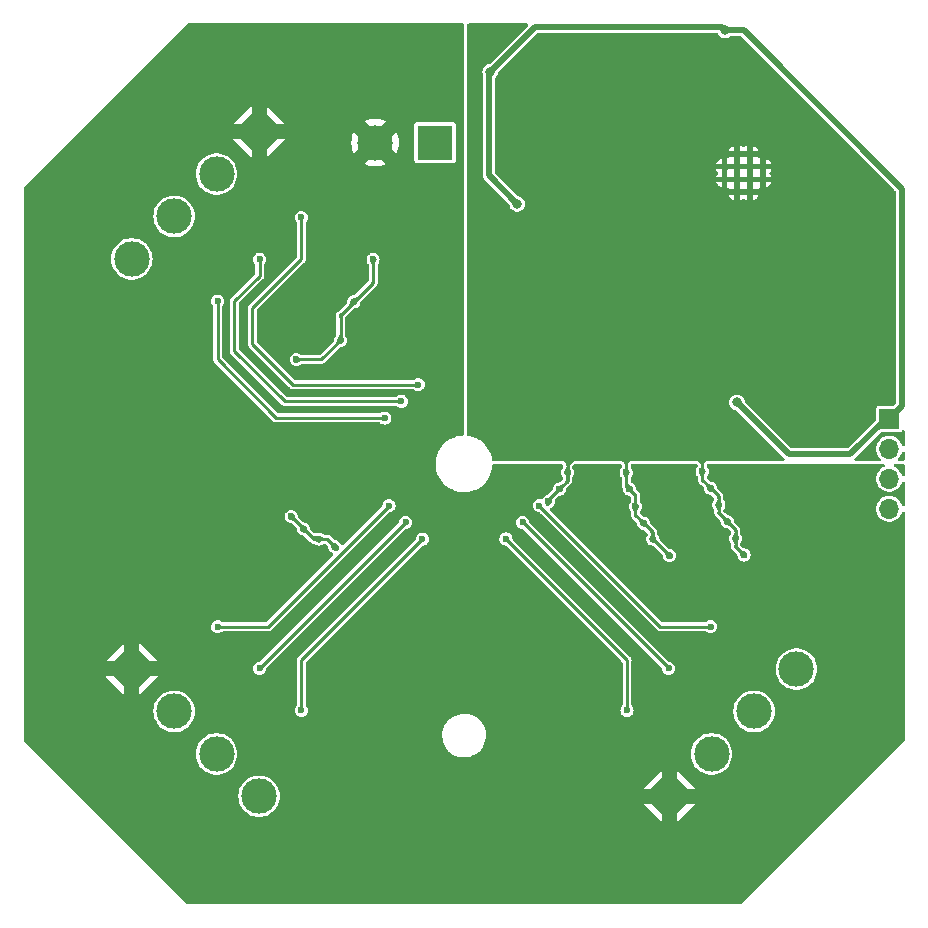
<source format=gbl>
G04 #@! TF.GenerationSoftware,KiCad,Pcbnew,(7.0.0)*
G04 #@! TF.CreationDate,2023-02-17T18:54:55+01:00*
G04 #@! TF.ProjectId,enorme-metapixel,656e6f72-6d65-42d6-9d65-746170697865,rev?*
G04 #@! TF.SameCoordinates,Original*
G04 #@! TF.FileFunction,Copper,L2,Bot*
G04 #@! TF.FilePolarity,Positive*
%FSLAX46Y46*%
G04 Gerber Fmt 4.6, Leading zero omitted, Abs format (unit mm)*
G04 Created by KiCad (PCBNEW (7.0.0)) date 2023-02-17 18:54:55*
%MOMM*%
%LPD*%
G01*
G04 APERTURE LIST*
G04 Aperture macros list*
%AMRotRect*
0 Rectangle, with rotation*
0 The origin of the aperture is its center*
0 $1 length*
0 $2 width*
0 $3 Rotation angle, in degrees counterclockwise*
0 Add horizontal line*
21,1,$1,$2,0,0,$3*%
G04 Aperture macros list end*
G04 #@! TA.AperFunction,ComponentPad*
%ADD10R,1.700000X1.700000*%
G04 #@! TD*
G04 #@! TA.AperFunction,ComponentPad*
%ADD11O,1.700000X1.700000*%
G04 #@! TD*
G04 #@! TA.AperFunction,HeatsinkPad*
%ADD12C,0.475000*%
G04 #@! TD*
G04 #@! TA.AperFunction,ComponentPad*
%ADD13RotRect,3.000000X3.000000X315.000000*%
G04 #@! TD*
G04 #@! TA.AperFunction,ComponentPad*
%ADD14C,3.000000*%
G04 #@! TD*
G04 #@! TA.AperFunction,ComponentPad*
%ADD15RotRect,3.000000X3.000000X45.000000*%
G04 #@! TD*
G04 #@! TA.AperFunction,ComponentPad*
%ADD16R,3.000000X3.000000*%
G04 #@! TD*
G04 #@! TA.AperFunction,ComponentPad*
%ADD17RotRect,3.000000X3.000000X225.000000*%
G04 #@! TD*
G04 #@! TA.AperFunction,ViaPad*
%ADD18C,0.600000*%
G04 #@! TD*
G04 #@! TA.AperFunction,ViaPad*
%ADD19C,0.800000*%
G04 #@! TD*
G04 #@! TA.AperFunction,Conductor*
%ADD20C,0.250000*%
G04 #@! TD*
G04 #@! TA.AperFunction,Conductor*
%ADD21C,0.500000*%
G04 #@! TD*
G04 APERTURE END LIST*
D10*
G04 #@! TO.P,J5,1,Pin_1*
G04 #@! TO.N,+3.3V*
X203589438Y-94263849D03*
D11*
G04 #@! TO.P,J5,2,Pin_2*
G04 #@! TO.N,TX*
X203589438Y-96803849D03*
G04 #@! TO.P,J5,3,Pin_3*
G04 #@! TO.N,RX*
X203589438Y-99343849D03*
G04 #@! TO.P,J5,4,Pin_4*
G04 #@! TO.N,GND*
X203589438Y-101883849D03*
G04 #@! TD*
D12*
G04 #@! TO.P,U2,39,GND*
G04 #@! TO.N,GND*
X190712906Y-71842042D03*
X189634568Y-72920380D03*
X191791243Y-71842042D03*
X190712906Y-72920380D03*
X189634568Y-73998718D03*
X191791243Y-72920380D03*
X190712906Y-73998718D03*
X192869581Y-72920380D03*
X191791243Y-73998718D03*
X190712906Y-75077056D03*
X192869581Y-73998718D03*
X191791243Y-75077056D03*
G04 #@! TD*
D13*
G04 #@! TO.P,J3,1,Pin_1*
G04 #@! TO.N,VCC*
X139449770Y-115447209D03*
D14*
G04 #@! TO.P,J3,2,Pin_2*
G04 #@! TO.N,/ch1_2*
X143041874Y-119039313D03*
G04 #@! TO.P,J3,3,Pin_3*
G04 #@! TO.N,/ch1_1*
X146633976Y-122631415D03*
G04 #@! TO.P,J3,4,Pin_4*
G04 #@! TO.N,/ch1_0*
X150226079Y-126223518D03*
G04 #@! TD*
D15*
G04 #@! TO.P,J2,1,Pin_1*
G04 #@! TO.N,VCC*
X184952799Y-126223517D03*
D14*
G04 #@! TO.P,J2,2,Pin_2*
G04 #@! TO.N,/ch0_2*
X188544903Y-122631415D03*
G04 #@! TO.P,J2,3,Pin_3*
G04 #@! TO.N,/ch0_1*
X192137005Y-119039313D03*
G04 #@! TO.P,J2,4,Pin_4*
G04 #@! TO.N,/ch0_0*
X195729108Y-115447210D03*
G04 #@! TD*
D16*
G04 #@! TO.P,J1,1,Pin_1*
G04 #@! TO.N,GND*
X165129440Y-70881349D03*
D14*
G04 #@! TO.P,J1,2,Pin_2*
G04 #@! TO.N,VCC*
X160049441Y-70881350D03*
G04 #@! TD*
D17*
G04 #@! TO.P,J4,1,Pin_1*
G04 #@! TO.N,VCC*
X150226079Y-69944180D03*
D14*
G04 #@! TO.P,J4,2,Pin_2*
G04 #@! TO.N,/ch2_2*
X146633977Y-73536284D03*
G04 #@! TO.P,J4,3,Pin_3*
G04 #@! TO.N,/ch2_1*
X143041875Y-77128386D03*
G04 #@! TO.P,J4,4,Pin_4*
G04 #@! TO.N,/ch2_0*
X139449772Y-80720489D03*
G04 #@! TD*
D18*
G04 #@! TO.N,VCC*
X175964441Y-107883850D03*
X157564441Y-106908850D03*
X158764441Y-88433850D03*
G04 #@! TO.N,GND*
X171832081Y-73335112D03*
X192338177Y-87830801D03*
X168473323Y-74218996D03*
X193752392Y-92568417D03*
X168508678Y-90234965D03*
X202589440Y-84683850D03*
X182085129Y-101690094D03*
X197995031Y-85355928D03*
X171124975Y-71920899D03*
X187741983Y-98720246D03*
X176357564Y-98790956D03*
X188289440Y-63083851D03*
X168437968Y-93134102D03*
X181590154Y-100205170D03*
X178903148Y-71920899D03*
X183570053Y-104447812D03*
X193752391Y-86770141D03*
X177064670Y-97376743D03*
X154012989Y-103599283D03*
X158255631Y-84365979D03*
X177488935Y-73335112D03*
X153376593Y-89245015D03*
X174731219Y-101265831D03*
X200823458Y-84648821D03*
X168437968Y-91719890D03*
X195166605Y-86063035D03*
X191277517Y-105791315D03*
X168473324Y-72097676D03*
X178389441Y-77283850D03*
X197995031Y-94548316D03*
X199409245Y-85002374D03*
X168437968Y-94972580D03*
X172539187Y-74749326D03*
X199409245Y-95255424D03*
X181307312Y-98790956D03*
X200823458Y-95679687D03*
X180140585Y-70683462D03*
X157124260Y-87618670D03*
X168473324Y-78461636D03*
X175650457Y-100205170D03*
X189289441Y-87183850D03*
X196580818Y-85709481D03*
X184984266Y-105862025D03*
X190570412Y-104377101D03*
X189156196Y-101548673D03*
X181307311Y-97376743D03*
X188449090Y-100134459D03*
X189863304Y-102962886D03*
X192338177Y-92144153D03*
X191589440Y-63483850D03*
X196580818Y-93841209D03*
X202589440Y-92883851D03*
X187105587Y-97376743D03*
X156629284Y-105084207D03*
X159881976Y-80759735D03*
X182792235Y-103104308D03*
X176074721Y-74749326D03*
X155285783Y-104447811D03*
X170417867Y-70506685D03*
X195166605Y-93134103D03*
X168473324Y-76340317D03*
X152952330Y-102538622D03*
D19*
G04 #@! TO.N,+3.3V*
X172089440Y-76083850D03*
X169789440Y-64883850D03*
X189689440Y-61383851D03*
X190689441Y-92883852D03*
D18*
G04 #@! TO.N,/ch0_2*
X181378021Y-118943499D03*
X171124973Y-104447810D03*
G04 #@! TO.N,/ch0_1*
X172539186Y-103033597D03*
X184913557Y-115407966D03*
G04 #@! TO.N,/ch0_0*
X188449089Y-111872432D03*
X173953400Y-101619383D03*
G04 #@! TO.N,/ch1_2*
X146729789Y-111872432D03*
X161225478Y-101619383D03*
G04 #@! TO.N,/ch1_1*
X150265323Y-115407966D03*
X162639691Y-103033597D03*
G04 #@! TO.N,/ch1_0*
X153800857Y-118943500D03*
X164053905Y-104447813D03*
G04 #@! TO.N,/ch2_2*
X153800857Y-77224199D03*
X163700351Y-91366335D03*
G04 #@! TO.N,/ch2_1*
X150265323Y-80759733D03*
X162286140Y-92780549D03*
G04 #@! TO.N,/ch2_0*
X146729789Y-84295267D03*
X160871924Y-94194762D03*
G04 #@! TD*
D20*
G04 #@! TO.N,GND*
X159881976Y-80759735D02*
X159881976Y-82739632D01*
X176357564Y-98083851D02*
X176357564Y-98790956D01*
X153376593Y-89245015D02*
X155497915Y-89245015D01*
X182792235Y-103104308D02*
X183570053Y-103882125D01*
X177064670Y-97376743D02*
X176357564Y-98083851D01*
X188449090Y-100134459D02*
X189156197Y-100841567D01*
X182085129Y-102397201D02*
X182085129Y-101690094D01*
X189156196Y-102255780D02*
X189156196Y-101548673D01*
X181307311Y-97376743D02*
X181307312Y-98790956D01*
X190570410Y-105084207D02*
X190570412Y-104377101D01*
X181307312Y-99922328D02*
X181307312Y-98790956D01*
X182792235Y-103104308D02*
X182085129Y-102397201D01*
X189863304Y-102962886D02*
X190570411Y-103669994D01*
X188449090Y-100134459D02*
X187741983Y-99427354D01*
X181590154Y-100205170D02*
X181307312Y-99922328D01*
X183570053Y-103882125D02*
X183570053Y-104447812D01*
X187741983Y-98013139D02*
X187741983Y-98720246D01*
X182085130Y-100700145D02*
X182085129Y-101690094D01*
X159881976Y-82739632D02*
X158255631Y-84365979D01*
X189863304Y-102962886D02*
X189156196Y-102255780D01*
X175650457Y-100205170D02*
X176357564Y-99498063D01*
X190570411Y-103669994D02*
X190570412Y-104377101D01*
X174731218Y-101124409D02*
X174731219Y-101265831D01*
X155992888Y-104447811D02*
X155285783Y-104447811D01*
X191277517Y-105791315D02*
X190570410Y-105084207D01*
X157124260Y-87618670D02*
X157124259Y-85497349D01*
X187105587Y-97376743D02*
X187741983Y-98013139D01*
X176357564Y-99498063D02*
X176357564Y-98790956D01*
X175650457Y-100205170D02*
X174731218Y-101124409D01*
X181590154Y-100205170D02*
X182085130Y-100700145D01*
X189156197Y-100841567D02*
X189156196Y-101548673D01*
X184984266Y-105862025D02*
X183570053Y-104447812D01*
X156629284Y-105084207D02*
X155992888Y-104447811D01*
X154012989Y-103599283D02*
X154861519Y-104447811D01*
X155497915Y-89245015D02*
X157124260Y-87618670D01*
X152952330Y-102538622D02*
X154012989Y-103599283D01*
X187741983Y-99427354D02*
X187741983Y-98720246D01*
X154861519Y-104447811D02*
X155285783Y-104447811D01*
X157124259Y-85497349D02*
X158255631Y-84365979D01*
D21*
G04 #@! TO.N,+3.3V*
X204639440Y-74770245D02*
X204639440Y-93213849D01*
X203299957Y-94263851D02*
X200279957Y-97283851D01*
X200279957Y-97283851D02*
X195089440Y-97283851D01*
X204639440Y-93213849D02*
X203589439Y-94263850D01*
X173589440Y-61083850D02*
X174789440Y-61083851D01*
X189689440Y-61383851D02*
X191253045Y-61383850D01*
X191253045Y-61383850D02*
X204639440Y-74770245D01*
X169789440Y-64883850D02*
X173589440Y-61083850D01*
X203589439Y-94263850D02*
X203299957Y-94263851D01*
X189389440Y-61083851D02*
X189689440Y-61383851D01*
X169667867Y-65005423D02*
X169667867Y-73662278D01*
X195089440Y-97283851D02*
X190689441Y-92883852D01*
X169667867Y-73662278D02*
X172089440Y-76083850D01*
X169789440Y-64883850D02*
X169667867Y-65005423D01*
X174789440Y-61083851D02*
X189389440Y-61083851D01*
D20*
G04 #@! TO.N,/ch0_2*
X171124973Y-104447810D02*
X181378022Y-114700860D01*
X181378022Y-114700860D02*
X181378021Y-118943499D01*
G04 #@! TO.N,/ch0_1*
X172539186Y-103033597D02*
X184913554Y-115407965D01*
X184913554Y-115407965D02*
X184913557Y-115407966D01*
G04 #@! TO.N,/ch0_0*
X173953400Y-101619383D02*
X184206449Y-111872432D01*
X184206449Y-111872432D02*
X188449089Y-111872432D01*
G04 #@! TO.N,/ch1_2*
X150972429Y-111872432D02*
X146729789Y-111872432D01*
X161225478Y-101619383D02*
X150972429Y-111872432D01*
G04 #@! TO.N,/ch1_1*
X150265323Y-115407965D02*
X150265323Y-115407966D01*
X162639691Y-103033597D02*
X150265323Y-115407965D01*
G04 #@! TO.N,/ch1_0*
X164053905Y-104447813D02*
X153800857Y-114700861D01*
X153800857Y-114700861D02*
X153800857Y-118943500D01*
G04 #@! TO.N,/ch2_2*
X149646605Y-84913986D02*
X153800858Y-80759733D01*
X149646604Y-87919189D02*
X149646605Y-84913986D01*
X153800858Y-80759733D02*
X153800857Y-77224199D01*
X163700351Y-91366335D02*
X153093750Y-91366336D01*
X153093750Y-91366336D02*
X149646604Y-87919189D01*
G04 #@! TO.N,/ch2_1*
X148144002Y-84295267D02*
X150265323Y-82173946D01*
X148144002Y-88537908D02*
X148144002Y-84295267D01*
X150265323Y-82173946D02*
X150265323Y-80759733D01*
X162286140Y-92780549D02*
X152386644Y-92780549D01*
X152386644Y-92780549D02*
X148144002Y-88537908D01*
G04 #@! TO.N,/ch2_0*
X151679536Y-94194762D02*
X146729789Y-89245015D01*
X160871924Y-94194762D02*
X151679536Y-94194762D01*
X146729789Y-89245015D02*
X146729789Y-84295267D01*
G04 #@! TD*
G04 #@! TA.AperFunction,Conductor*
G04 #@! TO.N,GND*
G36*
X184781102Y-105483050D02*
G01*
X184806012Y-105500901D01*
X184806016Y-105500903D01*
X184810213Y-105503911D01*
X184886042Y-105541307D01*
X184925324Y-105553223D01*
X184966781Y-105562177D01*
X185044827Y-105572451D01*
X185076600Y-105580965D01*
X185117715Y-105597996D01*
X185146199Y-105614441D01*
X185181501Y-105641529D01*
X185204759Y-105664788D01*
X185231852Y-105700096D01*
X185248295Y-105728576D01*
X185265325Y-105769687D01*
X185273838Y-105801458D01*
X185279646Y-105845579D01*
X185279646Y-105878471D01*
X185273838Y-105922586D01*
X185265324Y-105954359D01*
X185248293Y-105995474D01*
X185231848Y-106023958D01*
X185204760Y-106059260D01*
X185181501Y-106082519D01*
X185146199Y-106109607D01*
X185117715Y-106126052D01*
X185076600Y-106143083D01*
X185044827Y-106151597D01*
X185000712Y-106157405D01*
X184967820Y-106157405D01*
X184945760Y-106154500D01*
X184923704Y-106151597D01*
X184891932Y-106143084D01*
X184850816Y-106126053D01*
X184822331Y-106109607D01*
X184787029Y-106082519D01*
X184763770Y-106059260D01*
X184760764Y-106055343D01*
X184736681Y-106023957D01*
X184720237Y-105995474D01*
X184703206Y-105954359D01*
X184694692Y-105922584D01*
X184689566Y-105883649D01*
X184684418Y-105844540D01*
X184675464Y-105803083D01*
X184663548Y-105763801D01*
X184626152Y-105687972D01*
X184623144Y-105683775D01*
X184623142Y-105683771D01*
X184605291Y-105658861D01*
X184581926Y-105592886D01*
X184597372Y-105524621D01*
X184646862Y-105475131D01*
X184715127Y-105459685D01*
X184781102Y-105483050D01*
G37*
G04 #@! TD.AperFunction*
G04 #@! TA.AperFunction,Conductor*
G36*
X191074350Y-105412337D02*
G01*
X191103468Y-105433203D01*
X191108089Y-105435482D01*
X191108091Y-105435483D01*
X191119680Y-105441198D01*
X191179294Y-105470597D01*
X191218576Y-105482513D01*
X191260033Y-105491467D01*
X191338078Y-105501741D01*
X191369851Y-105510255D01*
X191410966Y-105527286D01*
X191439449Y-105543730D01*
X191462776Y-105561630D01*
X191474752Y-105570819D01*
X191498010Y-105594078D01*
X191525103Y-105629386D01*
X191541546Y-105657866D01*
X191558576Y-105698977D01*
X191567089Y-105730748D01*
X191572897Y-105774868D01*
X191572897Y-105807760D01*
X191567089Y-105851875D01*
X191558576Y-105883647D01*
X191541545Y-105924763D01*
X191525099Y-105953248D01*
X191498011Y-105988550D01*
X191474752Y-106011809D01*
X191439450Y-106038897D01*
X191410966Y-106055342D01*
X191369851Y-106072373D01*
X191338078Y-106080887D01*
X191293963Y-106086695D01*
X191261071Y-106086695D01*
X191239011Y-106083790D01*
X191216955Y-106080887D01*
X191185183Y-106072374D01*
X191144067Y-106055343D01*
X191115582Y-106038897D01*
X191080280Y-106011809D01*
X191057021Y-105988550D01*
X191030785Y-105954359D01*
X191029932Y-105953247D01*
X191013488Y-105924764D01*
X190996457Y-105883649D01*
X190987943Y-105851876D01*
X190977669Y-105773830D01*
X190968715Y-105732373D01*
X190956799Y-105693091D01*
X190919405Y-105617265D01*
X190898539Y-105588147D01*
X190875176Y-105522175D01*
X190890621Y-105453911D01*
X190940111Y-105404420D01*
X191008375Y-105388974D01*
X191074350Y-105412337D01*
G37*
G04 #@! TD.AperFunction*
G04 #@! TA.AperFunction,Conductor*
G36*
X156426120Y-104705232D02*
G01*
X156451030Y-104723083D01*
X156451034Y-104723085D01*
X156455231Y-104726093D01*
X156531060Y-104763489D01*
X156570342Y-104775405D01*
X156611799Y-104784359D01*
X156689845Y-104794633D01*
X156721618Y-104803147D01*
X156762733Y-104820178D01*
X156791216Y-104836622D01*
X156811135Y-104851907D01*
X156826519Y-104863711D01*
X156849777Y-104886970D01*
X156876870Y-104922278D01*
X156893316Y-104950763D01*
X156914466Y-105001824D01*
X156914469Y-105001831D01*
X156915947Y-105005398D01*
X156917847Y-105008753D01*
X156917851Y-105008760D01*
X156945356Y-105057314D01*
X156945362Y-105057324D01*
X156947262Y-105060677D01*
X156953650Y-105069290D01*
X156975456Y-105098692D01*
X156983738Y-105109858D01*
X156986403Y-105112657D01*
X156986408Y-105112663D01*
X157003613Y-105130733D01*
X157034583Y-105187000D01*
X157033795Y-105251221D01*
X157001454Y-105306711D01*
X156851788Y-105456377D01*
X156796298Y-105488718D01*
X156732077Y-105489506D01*
X156675810Y-105458536D01*
X156673542Y-105456377D01*
X156668404Y-105451484D01*
X156657740Y-105441331D01*
X156657734Y-105441326D01*
X156654935Y-105438661D01*
X156647576Y-105433203D01*
X156608869Y-105404495D01*
X156608865Y-105404492D01*
X156605754Y-105402185D01*
X156550475Y-105370869D01*
X156495833Y-105348235D01*
X156467351Y-105331791D01*
X156432046Y-105304700D01*
X156408788Y-105281442D01*
X156381700Y-105246140D01*
X156365255Y-105217656D01*
X156348224Y-105176541D01*
X156339710Y-105144766D01*
X156334881Y-105108087D01*
X156329436Y-105066722D01*
X156320482Y-105025265D01*
X156308566Y-104985983D01*
X156271170Y-104910154D01*
X156268162Y-104905957D01*
X156268160Y-104905953D01*
X156250309Y-104881043D01*
X156226944Y-104815068D01*
X156242390Y-104746803D01*
X156291880Y-104697313D01*
X156360145Y-104681867D01*
X156426120Y-104705232D01*
G37*
G04 #@! TD.AperFunction*
G04 #@! TA.AperFunction,Conductor*
G36*
X190524191Y-103475107D02*
G01*
X190576710Y-103506587D01*
X190647875Y-103577752D01*
X190651676Y-103581476D01*
X190651870Y-103581662D01*
X190652130Y-103581912D01*
X190652138Y-103581922D01*
X190652198Y-103581981D01*
X190652188Y-103581990D01*
X190676921Y-103615158D01*
X190689560Y-103654599D01*
X190689567Y-103654598D01*
X190689573Y-103654641D01*
X190689577Y-103654652D01*
X190689628Y-103655005D01*
X190689649Y-103655145D01*
X190689663Y-103655240D01*
X190689678Y-103655337D01*
X190689691Y-103655422D01*
X190690437Y-103660197D01*
X190690451Y-103660288D01*
X190690490Y-103660533D01*
X190690516Y-103660688D01*
X190690551Y-103660902D01*
X190690746Y-103662069D01*
X190692081Y-103692512D01*
X190691960Y-103694060D01*
X190691796Y-103695650D01*
X190691713Y-103697241D01*
X190691712Y-103697263D01*
X190690494Y-103720805D01*
X190690493Y-103720828D01*
X190690411Y-103722421D01*
X190690411Y-103724045D01*
X190690411Y-103781082D01*
X190675533Y-103840478D01*
X190635910Y-103884194D01*
X190664596Y-103902293D01*
X190694728Y-103965464D01*
X190698148Y-103986178D01*
X190700564Y-104000810D01*
X190727737Y-104080860D01*
X190747087Y-104117063D01*
X190748487Y-104119235D01*
X190748488Y-104119236D01*
X190767129Y-104148149D01*
X190770073Y-104152714D01*
X190771640Y-104154757D01*
X190771647Y-104154766D01*
X190817998Y-104215172D01*
X190834441Y-104243652D01*
X190851471Y-104284763D01*
X190859983Y-104316533D01*
X190861467Y-104327799D01*
X190865792Y-104360655D01*
X190865792Y-104393547D01*
X190859984Y-104437662D01*
X190851470Y-104469435D01*
X190834438Y-104510552D01*
X190817994Y-104539034D01*
X190773835Y-104596585D01*
X190770073Y-104601488D01*
X190768691Y-104603632D01*
X190768676Y-104603653D01*
X190748482Y-104634973D01*
X190747091Y-104637131D01*
X190745880Y-104639396D01*
X190745875Y-104639405D01*
X190730174Y-104668778D01*
X190730170Y-104668785D01*
X190727740Y-104673333D01*
X190726083Y-104678213D01*
X190726080Y-104678221D01*
X190702221Y-104748506D01*
X190702219Y-104748512D01*
X190700563Y-104753392D01*
X190699723Y-104758477D01*
X190699723Y-104758479D01*
X190694727Y-104788739D01*
X190664595Y-104851909D01*
X190639501Y-104867741D01*
X190673809Y-104893186D01*
X190699989Y-104948538D01*
X190704987Y-104973665D01*
X190705881Y-104976612D01*
X190705884Y-104976624D01*
X190710218Y-104990911D01*
X190719754Y-105022346D01*
X190743734Y-105067210D01*
X190745450Y-105069778D01*
X190757971Y-105088517D01*
X190778598Y-105146169D01*
X190769614Y-105206737D01*
X190733138Y-105255918D01*
X190677786Y-105282097D01*
X190616629Y-105279092D01*
X190564110Y-105247613D01*
X190493281Y-105176784D01*
X190493280Y-105176783D01*
X190492943Y-105176446D01*
X190489142Y-105172722D01*
X190488688Y-105172286D01*
X190488679Y-105172275D01*
X190488620Y-105172217D01*
X190488629Y-105172207D01*
X190463876Y-105139001D01*
X190451279Y-105099620D01*
X190451255Y-105099624D01*
X190451231Y-105099469D01*
X190451228Y-105099458D01*
X190451155Y-105098954D01*
X190450329Y-105093663D01*
X190450083Y-105092188D01*
X190448740Y-105061674D01*
X190448854Y-105060190D01*
X190449026Y-105058541D01*
X190450410Y-105031777D01*
X190450410Y-104973119D01*
X190465288Y-104913723D01*
X190504909Y-104870007D01*
X190476223Y-104851907D01*
X190446093Y-104788736D01*
X190445426Y-104784697D01*
X190440257Y-104753387D01*
X190413080Y-104673328D01*
X190393729Y-104637126D01*
X190380071Y-104615944D01*
X190372133Y-104603632D01*
X190372128Y-104603625D01*
X190370747Y-104601483D01*
X190322827Y-104539034D01*
X190306381Y-104510548D01*
X190289350Y-104469431D01*
X190280839Y-104437666D01*
X190275030Y-104393539D01*
X190275030Y-104360662D01*
X190280840Y-104316526D01*
X190289348Y-104284770D01*
X190306383Y-104243645D01*
X190322823Y-104215173D01*
X190370749Y-104152716D01*
X190393731Y-104117071D01*
X190413082Y-104080868D01*
X190440258Y-104000813D01*
X190446094Y-103965465D01*
X190476225Y-103902295D01*
X190501320Y-103886460D01*
X190467012Y-103861015D01*
X190440832Y-103805663D01*
X190438536Y-103794120D01*
X190435834Y-103780536D01*
X190421067Y-103731855D01*
X190397087Y-103686991D01*
X190382849Y-103665683D01*
X190362222Y-103608033D01*
X190371206Y-103547464D01*
X190407681Y-103498283D01*
X190463033Y-103472103D01*
X190524191Y-103475107D01*
G37*
G04 #@! TD.AperFunction*
G04 #@! TA.AperFunction,Conductor*
G36*
X183478130Y-103640930D02*
G01*
X183529773Y-103672140D01*
X183647224Y-103789591D01*
X183647314Y-103789680D01*
X183647527Y-103789893D01*
X183651354Y-103793642D01*
X183651564Y-103793843D01*
X183651652Y-103793929D01*
X183651773Y-103794045D01*
X183651776Y-103794049D01*
X183651849Y-103794120D01*
X183651837Y-103794131D01*
X183676551Y-103827265D01*
X183689210Y-103866723D01*
X183689305Y-103867374D01*
X183689358Y-103867715D01*
X183689371Y-103867799D01*
X183690071Y-103872283D01*
X183690095Y-103872435D01*
X183690132Y-103872668D01*
X183690176Y-103872933D01*
X183690205Y-103873111D01*
X183690383Y-103874177D01*
X183691722Y-103904655D01*
X183691602Y-103906188D01*
X183691438Y-103907780D01*
X183691355Y-103909377D01*
X183691355Y-103909382D01*
X183690136Y-103932935D01*
X183690135Y-103932958D01*
X183690053Y-103934551D01*
X183690053Y-103988748D01*
X183690262Y-103991304D01*
X183690263Y-103991314D01*
X183693308Y-104028459D01*
X183693310Y-104028481D01*
X183693519Y-104031021D01*
X183700206Y-104071522D01*
X183701864Y-104076406D01*
X183723167Y-104139166D01*
X183727379Y-104151572D01*
X183746729Y-104187775D01*
X183748123Y-104189938D01*
X183748126Y-104189942D01*
X183768315Y-104221255D01*
X183768325Y-104221269D01*
X183769715Y-104223425D01*
X183771284Y-104225470D01*
X183771287Y-104225474D01*
X183817637Y-104285879D01*
X183834082Y-104314362D01*
X183851111Y-104355472D01*
X183859625Y-104387246D01*
X183869563Y-104462741D01*
X183869566Y-104462759D01*
X183869900Y-104465295D01*
X183878855Y-104506757D01*
X183879601Y-104509216D01*
X183888646Y-104539034D01*
X183890771Y-104546037D01*
X183893051Y-104550661D01*
X183893055Y-104550670D01*
X183921115Y-104607567D01*
X183928164Y-104621860D01*
X183931165Y-104626048D01*
X183931167Y-104626051D01*
X183949030Y-104650978D01*
X183972393Y-104716953D01*
X183956947Y-104785216D01*
X183907457Y-104834706D01*
X183839194Y-104850152D01*
X183773219Y-104826789D01*
X183748292Y-104808926D01*
X183748289Y-104808924D01*
X183744101Y-104805923D01*
X183738472Y-104803147D01*
X183672911Y-104770814D01*
X183672902Y-104770810D01*
X183668278Y-104768530D01*
X183663336Y-104767030D01*
X183663334Y-104767030D01*
X183631457Y-104757360D01*
X183628998Y-104756614D01*
X183626484Y-104756071D01*
X183590067Y-104748205D01*
X183590051Y-104748202D01*
X183587536Y-104747659D01*
X183584982Y-104747322D01*
X183584972Y-104747321D01*
X183509490Y-104737384D01*
X183477717Y-104728870D01*
X183436602Y-104711839D01*
X183408118Y-104695394D01*
X183372816Y-104668306D01*
X183349557Y-104645047D01*
X183332532Y-104622860D01*
X183322468Y-104609744D01*
X183306023Y-104581260D01*
X183305248Y-104579390D01*
X183288991Y-104540143D01*
X183280480Y-104508376D01*
X183274671Y-104464248D01*
X183274671Y-104431372D01*
X183280480Y-104387239D01*
X183288993Y-104355473D01*
X183306022Y-104314361D01*
X183321401Y-104287730D01*
X183321357Y-104287700D01*
X183321784Y-104287067D01*
X183322478Y-104285865D01*
X183325775Y-104281570D01*
X183357424Y-104228109D01*
X183381547Y-104173285D01*
X183399581Y-104113833D01*
X183402967Y-104051799D01*
X183399049Y-103992030D01*
X183387594Y-103930969D01*
X183361954Y-103874381D01*
X183332957Y-103826597D01*
X183314919Y-103769019D01*
X183325721Y-103709652D01*
X183362888Y-103662115D01*
X183417896Y-103637312D01*
X183478130Y-103640930D01*
G37*
G04 #@! TD.AperFunction*
G04 #@! TA.AperFunction,Conductor*
G36*
X154756754Y-104159795D02*
G01*
X154778058Y-104174030D01*
X154822924Y-104198012D01*
X154828844Y-104199808D01*
X154828847Y-104199809D01*
X154848488Y-104205766D01*
X154871607Y-104212780D01*
X154919825Y-104222371D01*
X155014888Y-104222371D01*
X155021075Y-104222371D01*
X155069293Y-104212780D01*
X155117973Y-104198013D01*
X155193446Y-104166750D01*
X155225212Y-104158238D01*
X155269344Y-104152429D01*
X155302221Y-104152429D01*
X155346348Y-104158238D01*
X155378117Y-104166751D01*
X155419234Y-104183783D01*
X155447714Y-104200226D01*
X155510170Y-104248150D01*
X155545815Y-104271133D01*
X155582014Y-104290482D01*
X155662071Y-104317658D01*
X155690749Y-104322392D01*
X155697418Y-104323494D01*
X155760589Y-104353625D01*
X155778688Y-104382311D01*
X155822405Y-104342689D01*
X155881801Y-104327811D01*
X155982169Y-104327811D01*
X155982467Y-104327811D01*
X155987848Y-104327755D01*
X155988212Y-104327747D01*
X155988526Y-104327743D01*
X155988526Y-104327799D01*
X156029341Y-104333693D01*
X156066238Y-104352670D01*
X156066248Y-104352658D01*
X156066325Y-104352715D01*
X156066332Y-104352718D01*
X156066805Y-104353071D01*
X156071126Y-104356224D01*
X156071391Y-104356413D01*
X156071435Y-104356445D01*
X156072339Y-104357090D01*
X156094842Y-104377699D01*
X156095860Y-104378888D01*
X156096870Y-104380132D01*
X156114812Y-104400029D01*
X156115968Y-104401185D01*
X156156295Y-104441512D01*
X156187775Y-104494031D01*
X156190779Y-104555189D01*
X156164599Y-104610541D01*
X156115418Y-104647016D01*
X156054849Y-104656000D01*
X155997198Y-104635372D01*
X155980905Y-104624485D01*
X155975896Y-104621138D01*
X155973162Y-104619676D01*
X155973156Y-104619673D01*
X155936489Y-104600074D01*
X155931030Y-104597156D01*
X155925114Y-104595361D01*
X155925106Y-104595358D01*
X155885312Y-104583287D01*
X155885303Y-104583284D01*
X155882347Y-104582388D01*
X155879313Y-104581784D01*
X155879311Y-104581784D01*
X155857220Y-104577390D01*
X155801868Y-104551210D01*
X155776422Y-104516901D01*
X155760589Y-104541997D01*
X155697418Y-104572128D01*
X155667163Y-104577123D01*
X155667159Y-104577123D01*
X155662071Y-104577964D01*
X155657190Y-104579620D01*
X155657185Y-104579622D01*
X155586899Y-104603480D01*
X155586893Y-104603482D01*
X155582019Y-104605137D01*
X155577483Y-104607561D01*
X155577470Y-104607567D01*
X155548097Y-104623267D01*
X155548079Y-104623277D01*
X155545820Y-104624485D01*
X155543674Y-104625868D01*
X155543653Y-104625881D01*
X155512327Y-104646079D01*
X155512310Y-104646090D01*
X155510168Y-104647472D01*
X155508128Y-104649036D01*
X155508127Y-104649038D01*
X155447714Y-104695394D01*
X155419230Y-104711839D01*
X155378117Y-104728869D01*
X155346344Y-104737383D01*
X155302228Y-104743191D01*
X155269337Y-104743191D01*
X155247278Y-104740287D01*
X155225220Y-104737383D01*
X155193448Y-104728870D01*
X155152334Y-104711840D01*
X155123847Y-104695393D01*
X155089162Y-104668778D01*
X155063708Y-104649246D01*
X155061413Y-104647783D01*
X155061403Y-104647776D01*
X155027995Y-104626480D01*
X155027981Y-104626472D01*
X155025683Y-104625007D01*
X155023266Y-104623747D01*
X155023252Y-104623739D01*
X154991865Y-104607379D01*
X154991866Y-104607379D01*
X154987006Y-104604846D01*
X154981784Y-104603193D01*
X154906587Y-104579390D01*
X154906583Y-104579389D01*
X154901364Y-104577737D01*
X154895934Y-104577012D01*
X154895931Y-104577012D01*
X154869005Y-104573421D01*
X154869150Y-104572331D01*
X154866920Y-104572243D01*
X154866831Y-104572957D01*
X154863550Y-104572547D01*
X154861270Y-104572020D01*
X154860121Y-104571975D01*
X154857073Y-104571349D01*
X154857131Y-104571062D01*
X154838229Y-104566688D01*
X154836717Y-104566169D01*
X154832684Y-104564784D01*
X154832603Y-104564756D01*
X154832391Y-104564684D01*
X154827309Y-104562998D01*
X154826958Y-104562885D01*
X154826889Y-104562863D01*
X154825742Y-104562495D01*
X154788932Y-104543541D01*
X154788459Y-104543189D01*
X154787655Y-104542589D01*
X154787482Y-104542463D01*
X154787431Y-104542425D01*
X154785482Y-104541003D01*
X154783310Y-104539418D01*
X154782036Y-104538508D01*
X154759554Y-104517913D01*
X154758585Y-104516782D01*
X154757548Y-104515504D01*
X154739596Y-104495594D01*
X154738432Y-104494430D01*
X154738414Y-104494411D01*
X154597657Y-104353654D01*
X154566177Y-104301134D01*
X154563173Y-104239977D01*
X154589354Y-104184624D01*
X154638536Y-104148149D01*
X154699105Y-104139166D01*
X154756754Y-104159795D01*
G37*
G04 #@! TD.AperFunction*
G04 #@! TA.AperFunction,Conductor*
G36*
X153809819Y-103220303D02*
G01*
X153838940Y-103241171D01*
X153914766Y-103278565D01*
X153954048Y-103290481D01*
X153995505Y-103299435D01*
X154073550Y-103309709D01*
X154105323Y-103318223D01*
X154146438Y-103335254D01*
X154174921Y-103351698D01*
X154196602Y-103368335D01*
X154210224Y-103378787D01*
X154233482Y-103402046D01*
X154260575Y-103437354D01*
X154277018Y-103465834D01*
X154294048Y-103506945D01*
X154302561Y-103538715D01*
X154312836Y-103616762D01*
X154313379Y-103619277D01*
X154313382Y-103619293D01*
X154321243Y-103655689D01*
X154321790Y-103658220D01*
X154322534Y-103660673D01*
X154322538Y-103660688D01*
X154332192Y-103692512D01*
X154333706Y-103697502D01*
X154335988Y-103702129D01*
X154368819Y-103768704D01*
X154368822Y-103768710D01*
X154371100Y-103773328D01*
X154376657Y-103781082D01*
X154391969Y-103802450D01*
X154415333Y-103868424D01*
X154399888Y-103936687D01*
X154350399Y-103986178D01*
X154282137Y-104001626D01*
X154216162Y-103978264D01*
X154210662Y-103974323D01*
X154187033Y-103957391D01*
X154111214Y-103920001D01*
X154106284Y-103918505D01*
X154106278Y-103918503D01*
X154074393Y-103908831D01*
X154071934Y-103908085D01*
X154069420Y-103907542D01*
X154033003Y-103899676D01*
X154032987Y-103899673D01*
X154030472Y-103899130D01*
X154027918Y-103898793D01*
X154027908Y-103898792D01*
X153952426Y-103888855D01*
X153920653Y-103880341D01*
X153879538Y-103863310D01*
X153851054Y-103846865D01*
X153815752Y-103819777D01*
X153792493Y-103796518D01*
X153790661Y-103794131D01*
X153765404Y-103761215D01*
X153748960Y-103732732D01*
X153731929Y-103691617D01*
X153723415Y-103659842D01*
X153723201Y-103658220D01*
X153713141Y-103581799D01*
X153704187Y-103540341D01*
X153692271Y-103501060D01*
X153654880Y-103425239D01*
X153634009Y-103396113D01*
X153610646Y-103330138D01*
X153626094Y-103261875D01*
X153675584Y-103212386D01*
X153743847Y-103196941D01*
X153809819Y-103220303D01*
G37*
G04 #@! TD.AperFunction*
G04 #@! TA.AperFunction,Conductor*
G36*
X182589068Y-102725330D02*
G01*
X182618186Y-102746196D01*
X182694012Y-102783590D01*
X182733294Y-102795506D01*
X182774751Y-102804460D01*
X182852796Y-102814734D01*
X182884569Y-102823248D01*
X182925684Y-102840279D01*
X182954167Y-102856723D01*
X182964519Y-102864667D01*
X182989470Y-102883812D01*
X183012728Y-102907071D01*
X183039821Y-102942379D01*
X183056264Y-102970859D01*
X183073294Y-103011970D01*
X183081806Y-103043739D01*
X183092082Y-103121789D01*
X183092625Y-103124304D01*
X183092628Y-103124320D01*
X183100489Y-103160716D01*
X183101036Y-103163247D01*
X183101780Y-103165700D01*
X183101784Y-103165715D01*
X183111454Y-103197593D01*
X183111456Y-103197600D01*
X183112952Y-103202529D01*
X183115232Y-103207154D01*
X183115234Y-103207157D01*
X183148061Y-103273725D01*
X183148065Y-103273731D01*
X183150343Y-103278351D01*
X183155740Y-103285882D01*
X183171213Y-103307476D01*
X183194575Y-103373451D01*
X183179127Y-103441714D01*
X183129636Y-103491202D01*
X183061373Y-103506647D01*
X182995399Y-103483283D01*
X182970477Y-103465423D01*
X182970470Y-103465419D01*
X182966284Y-103462419D01*
X182942140Y-103450512D01*
X182895094Y-103427310D01*
X182895085Y-103427306D01*
X182890461Y-103425026D01*
X182885519Y-103423526D01*
X182885517Y-103423526D01*
X182853640Y-103413856D01*
X182851181Y-103413110D01*
X182848667Y-103412567D01*
X182812250Y-103404701D01*
X182812234Y-103404698D01*
X182809719Y-103404155D01*
X182807152Y-103403817D01*
X182731673Y-103393880D01*
X182699899Y-103385366D01*
X182658784Y-103368335D01*
X182630300Y-103351890D01*
X182594998Y-103324802D01*
X182571739Y-103301543D01*
X182570121Y-103299435D01*
X182544650Y-103266240D01*
X182528206Y-103237757D01*
X182511175Y-103196642D01*
X182502661Y-103164867D01*
X182502036Y-103160121D01*
X182492387Y-103086823D01*
X182483433Y-103045366D01*
X182471517Y-103006084D01*
X182434123Y-102930258D01*
X182413257Y-102901140D01*
X182389894Y-102835168D01*
X182405339Y-102766904D01*
X182454829Y-102717413D01*
X182523093Y-102701967D01*
X182589068Y-102725330D01*
G37*
G04 #@! TD.AperFunction*
G04 #@! TA.AperFunction,Conductor*
G36*
X189660133Y-102583906D02*
G01*
X189689259Y-102604777D01*
X189765080Y-102642168D01*
X189804361Y-102654084D01*
X189845819Y-102663038D01*
X189923865Y-102673312D01*
X189955638Y-102681826D01*
X189996753Y-102698857D01*
X190025237Y-102715302D01*
X190060539Y-102742390D01*
X190083797Y-102765649D01*
X190110890Y-102800957D01*
X190127333Y-102829437D01*
X190144363Y-102870548D01*
X190152876Y-102902319D01*
X190158149Y-102942379D01*
X190163151Y-102980370D01*
X190172106Y-103021832D01*
X190172852Y-103024291D01*
X190182234Y-103055220D01*
X190184022Y-103061112D01*
X190186302Y-103065736D01*
X190186306Y-103065745D01*
X190215194Y-103124320D01*
X190221415Y-103136935D01*
X190224417Y-103141124D01*
X190242280Y-103166052D01*
X190265643Y-103232027D01*
X190250196Y-103300290D01*
X190200706Y-103349779D01*
X190132443Y-103365225D01*
X190066468Y-103341862D01*
X190041538Y-103323997D01*
X190041533Y-103323994D01*
X190037348Y-103320995D01*
X190031727Y-103318223D01*
X189966149Y-103285882D01*
X189966140Y-103285878D01*
X189961526Y-103283603D01*
X189956597Y-103282107D01*
X189956590Y-103282105D01*
X189924707Y-103272434D01*
X189924710Y-103272434D01*
X189922245Y-103271687D01*
X189919745Y-103271147D01*
X189919737Y-103271145D01*
X189883292Y-103263274D01*
X189883281Y-103263272D01*
X189880785Y-103262733D01*
X189878241Y-103262398D01*
X189878235Y-103262397D01*
X189802740Y-103252458D01*
X189770968Y-103243944D01*
X189729855Y-103226914D01*
X189701370Y-103210468D01*
X189666067Y-103183379D01*
X189642808Y-103160121D01*
X189615720Y-103124819D01*
X189599275Y-103096335D01*
X189582244Y-103055220D01*
X189573730Y-103023445D01*
X189572094Y-103011020D01*
X189563457Y-102945407D01*
X189554503Y-102903949D01*
X189542587Y-102864667D01*
X189505195Y-102788844D01*
X189484322Y-102759716D01*
X189460961Y-102693743D01*
X189476407Y-102625480D01*
X189525896Y-102575990D01*
X189594159Y-102560543D01*
X189660133Y-102583906D01*
G37*
G04 #@! TD.AperFunction*
G04 #@! TA.AperFunction,Conductor*
G36*
X153012895Y-102249049D02*
G01*
X153044664Y-102257562D01*
X153085779Y-102274593D01*
X153114262Y-102291037D01*
X153130721Y-102303667D01*
X153149565Y-102318126D01*
X153172823Y-102341385D01*
X153199916Y-102376693D01*
X153216359Y-102405173D01*
X153233389Y-102446284D01*
X153241901Y-102478053D01*
X153252177Y-102556103D01*
X153252720Y-102558621D01*
X153252721Y-102558622D01*
X153258181Y-102583906D01*
X153261131Y-102597562D01*
X153261869Y-102599995D01*
X153261874Y-102600014D01*
X153271549Y-102631908D01*
X153271551Y-102631915D01*
X153273047Y-102636844D01*
X153275327Y-102641469D01*
X153275329Y-102641472D01*
X153308156Y-102708040D01*
X153308160Y-102708046D01*
X153310438Y-102712666D01*
X153331307Y-102741790D01*
X153354669Y-102807763D01*
X153339223Y-102876025D01*
X153289734Y-102925515D01*
X153221471Y-102940962D01*
X153155497Y-102917600D01*
X153150355Y-102913915D01*
X153126374Y-102896731D01*
X153104357Y-102885873D01*
X153055175Y-102861618D01*
X153055166Y-102861614D01*
X153050552Y-102859339D01*
X153045623Y-102857843D01*
X153045616Y-102857841D01*
X153013733Y-102848170D01*
X153013736Y-102848170D01*
X153011271Y-102847423D01*
X153008771Y-102846883D01*
X153008763Y-102846881D01*
X152972318Y-102839010D01*
X152972307Y-102839008D01*
X152969811Y-102838469D01*
X152967267Y-102838134D01*
X152967261Y-102838133D01*
X152891766Y-102828194D01*
X152859994Y-102819680D01*
X152818881Y-102802650D01*
X152790396Y-102786204D01*
X152755093Y-102759115D01*
X152731834Y-102735857D01*
X152726457Y-102728850D01*
X152704745Y-102700554D01*
X152688301Y-102672071D01*
X152671270Y-102630956D01*
X152662757Y-102599187D01*
X152656948Y-102555060D01*
X152656948Y-102522183D01*
X152662758Y-102478047D01*
X152671266Y-102446291D01*
X152688301Y-102405167D01*
X152704742Y-102376693D01*
X152708690Y-102371549D01*
X152731835Y-102341384D01*
X152755093Y-102318127D01*
X152755094Y-102318126D01*
X152790403Y-102291032D01*
X152818875Y-102274593D01*
X152859999Y-102257558D01*
X152891755Y-102249050D01*
X152935891Y-102243240D01*
X152968768Y-102243240D01*
X153012895Y-102249049D01*
G37*
G04 #@! TD.AperFunction*
G04 #@! TA.AperFunction,Conductor*
G36*
X182179315Y-101215287D02*
G01*
X182209446Y-101278458D01*
X182214441Y-101308715D01*
X182214443Y-101308724D01*
X182215282Y-101313804D01*
X182242455Y-101393854D01*
X182261805Y-101430057D01*
X182263199Y-101432220D01*
X182263202Y-101432224D01*
X182283391Y-101463537D01*
X182283397Y-101463545D01*
X182284791Y-101465707D01*
X182286360Y-101467752D01*
X182286363Y-101467756D01*
X182332713Y-101528161D01*
X182349158Y-101556644D01*
X182366187Y-101597754D01*
X182374701Y-101629529D01*
X182380509Y-101673648D01*
X182380509Y-101706539D01*
X182374701Y-101750655D01*
X182366187Y-101782428D01*
X182349157Y-101823541D01*
X182332712Y-101852025D01*
X182303735Y-101889789D01*
X182284790Y-101914479D01*
X182283408Y-101916621D01*
X182283397Y-101916638D01*
X182263199Y-101947964D01*
X182263186Y-101947985D01*
X182261803Y-101950131D01*
X182260595Y-101952390D01*
X182260585Y-101952408D01*
X182244885Y-101981781D01*
X182244879Y-101981794D01*
X182242455Y-101986330D01*
X182240800Y-101991204D01*
X182240798Y-101991210D01*
X182216940Y-102061496D01*
X182216938Y-102061501D01*
X182215282Y-102066382D01*
X182214441Y-102071470D01*
X182214441Y-102071474D01*
X182209446Y-102101729D01*
X182179315Y-102164900D01*
X182154219Y-102180734D01*
X182188528Y-102206180D01*
X182214708Y-102261532D01*
X182219706Y-102286659D01*
X182220600Y-102289606D01*
X182220603Y-102289618D01*
X182229512Y-102318985D01*
X182234473Y-102335340D01*
X182258453Y-102380204D01*
X182260169Y-102382772D01*
X182272690Y-102401511D01*
X182293317Y-102459163D01*
X182284333Y-102519731D01*
X182247857Y-102568912D01*
X182192505Y-102595091D01*
X182131348Y-102592086D01*
X182078829Y-102560607D01*
X182008001Y-102489779D01*
X182008000Y-102489778D01*
X182007663Y-102489441D01*
X182003862Y-102485717D01*
X182003686Y-102485548D01*
X182003619Y-102485483D01*
X182003303Y-102485179D01*
X181978579Y-102451962D01*
X181965983Y-102412603D01*
X181965972Y-102412605D01*
X181965961Y-102412536D01*
X181965958Y-102412525D01*
X181965904Y-102412155D01*
X181965876Y-102411960D01*
X181965046Y-102406643D01*
X181964801Y-102405181D01*
X181963460Y-102374664D01*
X181963576Y-102373160D01*
X181963744Y-102371549D01*
X181965129Y-102344775D01*
X181965129Y-102286113D01*
X181980007Y-102226717D01*
X182019629Y-102182999D01*
X181990943Y-102164900D01*
X181960812Y-102101729D01*
X181958099Y-102085296D01*
X181954976Y-102066382D01*
X181927800Y-101986325D01*
X181908451Y-101950126D01*
X181885468Y-101914481D01*
X181837544Y-101852025D01*
X181821101Y-101823545D01*
X181804069Y-101782428D01*
X181795556Y-101750659D01*
X181789747Y-101706532D01*
X181789747Y-101673655D01*
X181795556Y-101629523D01*
X181804067Y-101597759D01*
X181821100Y-101556639D01*
X181837539Y-101528167D01*
X181885467Y-101465707D01*
X181908453Y-101430057D01*
X181927803Y-101393854D01*
X181954976Y-101313804D01*
X181960811Y-101278458D01*
X181990943Y-101215287D01*
X182050135Y-101177940D01*
X182120123Y-101177940D01*
X182179315Y-101215287D01*
G37*
G04 #@! TD.AperFunction*
G04 #@! TA.AperFunction,Conductor*
G36*
X189109976Y-100646679D02*
G01*
X189162495Y-100678158D01*
X189233661Y-100749325D01*
X189237462Y-100753049D01*
X189237568Y-100753150D01*
X189237672Y-100753252D01*
X189238012Y-100753578D01*
X189262697Y-100786713D01*
X189275337Y-100826053D01*
X189275415Y-100826585D01*
X189275433Y-100826706D01*
X189275450Y-100826821D01*
X189275466Y-100826924D01*
X189275478Y-100827003D01*
X189276237Y-100831863D01*
X189276257Y-100831986D01*
X189276277Y-100832114D01*
X189276308Y-100832303D01*
X189276337Y-100832478D01*
X189276533Y-100833654D01*
X189277866Y-100864083D01*
X189277745Y-100865631D01*
X189277581Y-100867220D01*
X189277498Y-100868817D01*
X189277497Y-100868835D01*
X189276279Y-100892378D01*
X189276278Y-100892404D01*
X189276196Y-100893996D01*
X189276196Y-100895620D01*
X189276196Y-100952654D01*
X189261318Y-101012050D01*
X189221695Y-101055766D01*
X189250382Y-101073866D01*
X189280513Y-101137037D01*
X189285508Y-101167294D01*
X189285510Y-101167303D01*
X189286349Y-101172383D01*
X189288007Y-101177267D01*
X189306256Y-101231030D01*
X189313522Y-101252433D01*
X189332872Y-101288636D01*
X189334266Y-101290799D01*
X189334269Y-101290803D01*
X189354458Y-101322116D01*
X189354464Y-101322124D01*
X189355858Y-101324286D01*
X189357427Y-101326331D01*
X189357430Y-101326335D01*
X189403780Y-101386740D01*
X189420225Y-101415223D01*
X189437254Y-101456333D01*
X189445768Y-101488107D01*
X189451576Y-101532225D01*
X189451576Y-101565117D01*
X189445768Y-101609234D01*
X189437254Y-101641007D01*
X189420224Y-101682120D01*
X189403779Y-101710604D01*
X189360426Y-101767103D01*
X189355857Y-101773058D01*
X189354475Y-101775200D01*
X189354464Y-101775217D01*
X189334266Y-101806543D01*
X189334253Y-101806564D01*
X189332870Y-101808710D01*
X189331662Y-101810969D01*
X189331652Y-101810987D01*
X189315952Y-101840360D01*
X189315946Y-101840373D01*
X189313522Y-101844909D01*
X189311866Y-101849787D01*
X189311865Y-101849790D01*
X189300304Y-101883849D01*
X189288178Y-101919574D01*
X189286349Y-101924961D01*
X189285508Y-101930049D01*
X189285508Y-101930053D01*
X189280513Y-101960308D01*
X189250382Y-102023479D01*
X189225286Y-102039313D01*
X189259595Y-102064759D01*
X189285775Y-102120111D01*
X189290773Y-102145238D01*
X189291667Y-102148185D01*
X189291670Y-102148197D01*
X189303689Y-102187816D01*
X189305540Y-102193919D01*
X189329520Y-102238783D01*
X189331239Y-102241355D01*
X189331241Y-102241359D01*
X189343755Y-102260087D01*
X189364384Y-102317738D01*
X189355400Y-102378307D01*
X189318926Y-102427488D01*
X189263574Y-102453669D01*
X189202416Y-102450665D01*
X189149896Y-102419186D01*
X189078919Y-102348210D01*
X189078709Y-102348000D01*
X189074882Y-102344251D01*
X189074404Y-102343792D01*
X189074397Y-102343782D01*
X189074387Y-102343773D01*
X189074388Y-102343771D01*
X189049647Y-102310544D01*
X189037061Y-102271194D01*
X189037041Y-102271198D01*
X189037021Y-102271070D01*
X189037019Y-102271062D01*
X189036983Y-102270816D01*
X189036981Y-102270807D01*
X189036941Y-102270528D01*
X189036115Y-102265237D01*
X189035869Y-102263762D01*
X189034527Y-102233244D01*
X189034643Y-102231740D01*
X189034811Y-102230129D01*
X189036196Y-102203355D01*
X189036196Y-102144692D01*
X189051074Y-102085296D01*
X189090696Y-102041578D01*
X189062010Y-102023479D01*
X189031879Y-101960308D01*
X189029840Y-101947960D01*
X189026043Y-101924961D01*
X188998867Y-101844904D01*
X188979518Y-101808705D01*
X188956535Y-101773060D01*
X188908611Y-101710604D01*
X188892168Y-101682123D01*
X188875136Y-101641005D01*
X188866623Y-101609237D01*
X188860814Y-101565110D01*
X188860814Y-101532233D01*
X188866623Y-101488100D01*
X188875134Y-101456338D01*
X188892167Y-101415218D01*
X188908606Y-101386746D01*
X188956534Y-101324286D01*
X188979520Y-101288636D01*
X188998870Y-101252433D01*
X189026043Y-101172383D01*
X189031878Y-101137037D01*
X189062010Y-101073866D01*
X189087105Y-101058032D01*
X189052797Y-101032587D01*
X189026617Y-100977235D01*
X189024903Y-100968619D01*
X189021619Y-100952108D01*
X189020240Y-100947563D01*
X189011512Y-100918790D01*
X189006852Y-100903427D01*
X188982872Y-100858563D01*
X188968634Y-100837255D01*
X188948007Y-100779605D01*
X188956991Y-100719036D01*
X188993466Y-100669855D01*
X189048818Y-100643675D01*
X189109976Y-100646679D01*
G37*
G04 #@! TD.AperFunction*
G04 #@! TA.AperFunction,Conductor*
G36*
X175061832Y-100781909D02*
G01*
X175098832Y-100829856D01*
X175109188Y-100889528D01*
X175090505Y-100947138D01*
X175066679Y-100985455D01*
X175066675Y-100985461D01*
X175064773Y-100988521D01*
X175063235Y-100991772D01*
X175063230Y-100991782D01*
X175042504Y-101035605D01*
X175039414Y-101042139D01*
X175037888Y-101049203D01*
X175037888Y-101049204D01*
X175027655Y-101096579D01*
X175027652Y-101096594D01*
X175026892Y-101100116D01*
X175026538Y-101103709D01*
X175026537Y-101103716D01*
X175021637Y-101153458D01*
X175021636Y-101153473D01*
X175021283Y-101157061D01*
X175021342Y-101160675D01*
X175021342Y-101160679D01*
X175022193Y-101212752D01*
X175022194Y-101212766D01*
X175022253Y-101216370D01*
X175022724Y-101219951D01*
X175022725Y-101219959D01*
X175026599Y-101249386D01*
X175026599Y-101282277D01*
X175026061Y-101286361D01*
X175020791Y-101326392D01*
X175012277Y-101358165D01*
X174995246Y-101399280D01*
X174978800Y-101427764D01*
X174951711Y-101463067D01*
X174928454Y-101486325D01*
X174893153Y-101513413D01*
X174864667Y-101529860D01*
X174836998Y-101541321D01*
X174810026Y-101552493D01*
X174806677Y-101554390D01*
X174806665Y-101554396D01*
X174758105Y-101581905D01*
X174758097Y-101581909D01*
X174754745Y-101583809D01*
X174751657Y-101586098D01*
X174751645Y-101586107D01*
X174708660Y-101617987D01*
X174708647Y-101617997D01*
X174707851Y-101618587D01*
X174707847Y-101618590D01*
X174705566Y-101620283D01*
X174705211Y-101619805D01*
X174647589Y-101646363D01*
X174581358Y-101639522D01*
X174527860Y-101599880D01*
X174502037Y-101538509D01*
X174493628Y-101474629D01*
X174489932Y-101465707D01*
X174440913Y-101347365D01*
X174440912Y-101347364D01*
X174437755Y-101339741D01*
X174432676Y-101333122D01*
X174432618Y-101332999D01*
X174428600Y-101326040D01*
X174429183Y-101325703D01*
X174409825Y-101284582D01*
X174409241Y-101230934D01*
X174431029Y-101181907D01*
X174448485Y-101158102D01*
X174461834Y-101134386D01*
X174471670Y-101119491D01*
X174510724Y-101068594D01*
X174533981Y-101045336D01*
X174569293Y-101018241D01*
X174597764Y-101001802D01*
X174674340Y-100970083D01*
X174719202Y-100946103D01*
X174760078Y-100918790D01*
X174799400Y-100886519D01*
X174894413Y-100791505D01*
X174946270Y-100760231D01*
X175006734Y-100756764D01*
X175061832Y-100781909D01*
G37*
G04 #@! TD.AperFunction*
G04 #@! TA.AperFunction,Conductor*
G36*
X181361530Y-99542717D02*
G01*
X181410711Y-99579193D01*
X181436891Y-99634545D01*
X181441889Y-99659672D01*
X181442783Y-99662619D01*
X181442786Y-99662631D01*
X181444951Y-99669767D01*
X181456656Y-99708353D01*
X181480636Y-99753217D01*
X181507949Y-99794094D01*
X181579542Y-99865688D01*
X181620419Y-99893002D01*
X181665287Y-99916985D01*
X181723602Y-99941139D01*
X181752084Y-99957584D01*
X181787389Y-99984674D01*
X181810644Y-100007928D01*
X181836878Y-100042117D01*
X181837741Y-100043241D01*
X181854183Y-100071721D01*
X181871213Y-100112832D01*
X181879725Y-100144601D01*
X181890001Y-100222651D01*
X181890544Y-100225166D01*
X181890547Y-100225182D01*
X181898408Y-100261578D01*
X181898410Y-100261586D01*
X181898955Y-100264109D01*
X181899699Y-100266562D01*
X181899703Y-100266577D01*
X181909373Y-100298455D01*
X181909375Y-100298462D01*
X181910871Y-100303391D01*
X181913151Y-100308015D01*
X181913153Y-100308019D01*
X181945980Y-100374587D01*
X181945983Y-100374592D01*
X181948262Y-100379213D01*
X181969135Y-100408342D01*
X181992496Y-100474316D01*
X181986080Y-100502664D01*
X182038906Y-100505259D01*
X182091427Y-100536738D01*
X182138834Y-100584144D01*
X182162604Y-100607914D01*
X182162872Y-100608176D01*
X182162919Y-100608223D01*
X182165010Y-100610270D01*
X182166431Y-100611662D01*
X182166589Y-100611814D01*
X182166677Y-100611899D01*
X182166850Y-100612065D01*
X182166854Y-100612071D01*
X182166908Y-100612123D01*
X182166899Y-100612131D01*
X182191628Y-100645285D01*
X182204287Y-100684743D01*
X182204382Y-100685394D01*
X182204435Y-100685735D01*
X182204448Y-100685819D01*
X182205151Y-100690320D01*
X182205167Y-100690423D01*
X182205209Y-100690688D01*
X182205247Y-100690916D01*
X182205278Y-100691108D01*
X182205466Y-100692234D01*
X182206799Y-100722666D01*
X182206679Y-100724199D01*
X182206514Y-100725798D01*
X182206431Y-100727389D01*
X182206429Y-100727424D01*
X182205212Y-100750956D01*
X182205211Y-100750982D01*
X182205129Y-100752574D01*
X182205129Y-100754198D01*
X182205129Y-100811233D01*
X182190251Y-100870629D01*
X182149131Y-100915998D01*
X182091479Y-100936626D01*
X182030911Y-100927642D01*
X181981730Y-100891166D01*
X181955550Y-100835814D01*
X181951944Y-100817686D01*
X181950552Y-100810687D01*
X181940746Y-100778362D01*
X181937581Y-100767927D01*
X181937580Y-100767924D01*
X181935784Y-100762004D01*
X181911802Y-100717138D01*
X181897567Y-100695834D01*
X181876939Y-100638188D01*
X181882259Y-100602315D01*
X181859294Y-100607512D01*
X181793320Y-100584148D01*
X181793314Y-100584144D01*
X181764201Y-100563281D01*
X181759568Y-100560996D01*
X181693009Y-100528171D01*
X181693000Y-100528167D01*
X181688376Y-100525887D01*
X181683434Y-100524387D01*
X181683432Y-100524387D01*
X181664110Y-100518526D01*
X181649095Y-100513971D01*
X181646595Y-100513431D01*
X181646587Y-100513429D01*
X181610142Y-100505558D01*
X181610131Y-100505556D01*
X181607635Y-100505017D01*
X181605091Y-100504682D01*
X181605085Y-100504681D01*
X181529590Y-100494742D01*
X181497818Y-100486228D01*
X181456705Y-100469198D01*
X181428220Y-100452752D01*
X181392917Y-100425663D01*
X181369658Y-100402405D01*
X181361781Y-100392140D01*
X181342569Y-100367102D01*
X181326125Y-100338619D01*
X181309094Y-100297504D01*
X181300580Y-100265729D01*
X181290878Y-100192031D01*
X181290333Y-100187891D01*
X181272469Y-100121663D01*
X181247937Y-100062988D01*
X181221011Y-100014131D01*
X181218627Y-100011409D01*
X181210816Y-99998170D01*
X181204082Y-99984394D01*
X181201672Y-99979592D01*
X181200950Y-99978190D01*
X181188287Y-99938652D01*
X181188125Y-99937541D01*
X181188116Y-99937485D01*
X181188059Y-99937090D01*
X181187231Y-99931788D01*
X181186992Y-99930359D01*
X181185643Y-99899786D01*
X181185758Y-99898297D01*
X181185927Y-99896676D01*
X181187312Y-99869902D01*
X181187312Y-99659126D01*
X181202190Y-99599730D01*
X181243310Y-99554361D01*
X181300962Y-99533733D01*
X181361530Y-99542717D01*
G37*
G04 #@! TD.AperFunction*
G04 #@! TA.AperFunction,Conductor*
G36*
X175987856Y-99818275D02*
G01*
X176037346Y-99867763D01*
X176052794Y-99936026D01*
X176029433Y-100002001D01*
X176011566Y-100026935D01*
X176008565Y-100031123D01*
X176006287Y-100035742D01*
X176006283Y-100035749D01*
X175986670Y-100075522D01*
X175971174Y-100106945D01*
X175969678Y-100111875D01*
X175969675Y-100111884D01*
X175960006Y-100143757D01*
X175959999Y-100143780D01*
X175959259Y-100146223D01*
X175958716Y-100148736D01*
X175958715Y-100148741D01*
X175950850Y-100185155D01*
X175950846Y-100185172D01*
X175950305Y-100187682D01*
X175949969Y-100190230D01*
X175949968Y-100190239D01*
X175940029Y-100265731D01*
X175931515Y-100297504D01*
X175914484Y-100338619D01*
X175898039Y-100367103D01*
X175870951Y-100402405D01*
X175847692Y-100425664D01*
X175812390Y-100452752D01*
X175783906Y-100469197D01*
X175742791Y-100486228D01*
X175711018Y-100494742D01*
X175635526Y-100504681D01*
X175635517Y-100504682D01*
X175632969Y-100505018D01*
X175630459Y-100505559D01*
X175630442Y-100505563D01*
X175594028Y-100513428D01*
X175594023Y-100513429D01*
X175591510Y-100513972D01*
X175589067Y-100514712D01*
X175589044Y-100514719D01*
X175557171Y-100524388D01*
X175557162Y-100524391D01*
X175552232Y-100525887D01*
X175547606Y-100528167D01*
X175547604Y-100528169D01*
X175481036Y-100560996D01*
X175481029Y-100561000D01*
X175476410Y-100563278D01*
X175472224Y-100566277D01*
X175472220Y-100566280D01*
X175447291Y-100584144D01*
X175381315Y-100607506D01*
X175313052Y-100592058D01*
X175263563Y-100542567D01*
X175248119Y-100474302D01*
X175271484Y-100408328D01*
X175289337Y-100383415D01*
X175292343Y-100379221D01*
X175329739Y-100303392D01*
X175341655Y-100264110D01*
X175350609Y-100222653D01*
X175360884Y-100144599D01*
X175369392Y-100112842D01*
X175386429Y-100071712D01*
X175402869Y-100043241D01*
X175403732Y-100042117D01*
X175429962Y-100007932D01*
X175453220Y-99984675D01*
X175453586Y-99984394D01*
X175488530Y-99957580D01*
X175516999Y-99941142D01*
X175558129Y-99924105D01*
X175589886Y-99915597D01*
X175667940Y-99905322D01*
X175709397Y-99896368D01*
X175748678Y-99884452D01*
X175824499Y-99847061D01*
X175853622Y-99826191D01*
X175919593Y-99802830D01*
X175987856Y-99818275D01*
G37*
G04 #@! TD.AperFunction*
G04 #@! TA.AperFunction,Conductor*
G36*
X188245919Y-99755479D02*
G01*
X188275045Y-99776350D01*
X188350866Y-99813741D01*
X188390147Y-99825657D01*
X188431605Y-99834611D01*
X188509651Y-99844885D01*
X188541424Y-99853399D01*
X188582539Y-99870430D01*
X188611022Y-99886874D01*
X188623394Y-99896368D01*
X188646325Y-99913963D01*
X188669583Y-99937222D01*
X188696676Y-99972530D01*
X188713119Y-100001010D01*
X188730149Y-100042121D01*
X188738662Y-100073892D01*
X188747970Y-100144602D01*
X188748937Y-100151943D01*
X188757892Y-100193405D01*
X188758638Y-100195864D01*
X188768020Y-100226793D01*
X188769808Y-100232685D01*
X188772088Y-100237309D01*
X188772092Y-100237318D01*
X188794736Y-100283232D01*
X188807201Y-100308508D01*
X188810203Y-100312697D01*
X188828066Y-100337625D01*
X188851429Y-100403600D01*
X188835982Y-100471863D01*
X188786492Y-100521352D01*
X188718229Y-100536798D01*
X188652254Y-100513435D01*
X188627324Y-100495570D01*
X188627319Y-100495567D01*
X188623134Y-100492568D01*
X188610278Y-100486228D01*
X188551935Y-100457455D01*
X188551926Y-100457451D01*
X188547312Y-100455176D01*
X188542383Y-100453680D01*
X188542376Y-100453678D01*
X188510493Y-100444007D01*
X188510496Y-100444007D01*
X188508031Y-100443260D01*
X188505531Y-100442720D01*
X188505523Y-100442718D01*
X188469078Y-100434847D01*
X188469067Y-100434845D01*
X188466571Y-100434306D01*
X188464027Y-100433971D01*
X188464021Y-100433970D01*
X188388526Y-100424031D01*
X188356754Y-100415517D01*
X188315641Y-100398487D01*
X188287156Y-100382041D01*
X188251853Y-100354952D01*
X188228594Y-100331694D01*
X188206876Y-100303391D01*
X188201505Y-100296391D01*
X188185061Y-100267908D01*
X188168030Y-100226793D01*
X188159516Y-100195018D01*
X188158550Y-100187682D01*
X188149243Y-100116980D01*
X188140289Y-100075522D01*
X188128373Y-100036240D01*
X188090981Y-99960417D01*
X188070108Y-99931289D01*
X188046747Y-99865316D01*
X188062193Y-99797053D01*
X188111682Y-99747563D01*
X188179945Y-99732116D01*
X188245919Y-99755479D01*
G37*
G04 #@! TD.AperFunction*
G04 #@! TA.AperFunction,Conductor*
G36*
X172928482Y-60798082D02*
G01*
X172973215Y-60836288D01*
X172995728Y-60890638D01*
X172991112Y-60949285D01*
X172960374Y-60999444D01*
X169762013Y-64197805D01*
X169703073Y-64231048D01*
X169563054Y-64265560D01*
X169563043Y-64265563D01*
X169555647Y-64267387D01*
X169548898Y-64270928D01*
X169548893Y-64270931D01*
X169421663Y-64337707D01*
X169421661Y-64337708D01*
X169414911Y-64341251D01*
X169409209Y-64346302D01*
X169409204Y-64346306D01*
X169301647Y-64441594D01*
X169301643Y-64441597D01*
X169295942Y-64446649D01*
X169291615Y-64452916D01*
X169291611Y-64452922D01*
X169209982Y-64571182D01*
X169209978Y-64571187D01*
X169205653Y-64577455D01*
X169202954Y-64584570D01*
X169202950Y-64584579D01*
X169151992Y-64718944D01*
X169151990Y-64718950D01*
X169149291Y-64726068D01*
X169130133Y-64883850D01*
X169149291Y-65041632D01*
X169151991Y-65048751D01*
X169151992Y-65048755D01*
X169155179Y-65057157D01*
X169163367Y-65101838D01*
X169163367Y-73594493D01*
X169161902Y-73608114D01*
X169162036Y-73608124D01*
X169161392Y-73617116D01*
X169159478Y-73625918D01*
X169160120Y-73634899D01*
X169160120Y-73634905D01*
X169163046Y-73675807D01*
X169163367Y-73684795D01*
X169163367Y-73698361D01*
X169164005Y-73702803D01*
X169164006Y-73702810D01*
X169165297Y-73711787D01*
X169166257Y-73720719D01*
X169168959Y-73758485D01*
X169169827Y-73770620D01*
X169172974Y-73779059D01*
X169174891Y-73787868D01*
X169174760Y-73787896D01*
X169174875Y-73788346D01*
X169175004Y-73788309D01*
X169177542Y-73796956D01*
X169178825Y-73805874D01*
X169182566Y-73814066D01*
X169182567Y-73814069D01*
X169199603Y-73851373D01*
X169203042Y-73859677D01*
X169220524Y-73906545D01*
X169225927Y-73913762D01*
X169230243Y-73921667D01*
X169230125Y-73921731D01*
X169230360Y-73922127D01*
X169230472Y-73922056D01*
X169235348Y-73929643D01*
X169239090Y-73937836D01*
X169271849Y-73975642D01*
X169277478Y-73982627D01*
X169282917Y-73989893D01*
X169282921Y-73989897D01*
X169285617Y-73993499D01*
X169288804Y-73996685D01*
X169288804Y-73996686D01*
X169295202Y-74003084D01*
X169301331Y-74009666D01*
X169334092Y-74047474D01*
X169341671Y-74052344D01*
X169348485Y-74058249D01*
X169348397Y-74058350D01*
X169359065Y-74066947D01*
X171406872Y-76114753D01*
X171431062Y-76148688D01*
X171442858Y-76188658D01*
X171448372Y-76234066D01*
X171449291Y-76241632D01*
X171451993Y-76248756D01*
X171502950Y-76383120D01*
X171502952Y-76383125D01*
X171505653Y-76390245D01*
X171595942Y-76521051D01*
X171714911Y-76626449D01*
X171855647Y-76700313D01*
X172009969Y-76738350D01*
X172161294Y-76738350D01*
X172168911Y-76738350D01*
X172323233Y-76700313D01*
X172463969Y-76626449D01*
X172582938Y-76521051D01*
X172673227Y-76390245D01*
X172729589Y-76241632D01*
X172748747Y-76083850D01*
X172729589Y-75926068D01*
X172673227Y-75777455D01*
X172582938Y-75646649D01*
X172463969Y-75541251D01*
X172323233Y-75467387D01*
X172315835Y-75465563D01*
X172315831Y-75465562D01*
X172175807Y-75431049D01*
X172116866Y-75397805D01*
X172036349Y-75317288D01*
X190010039Y-75317288D01*
X190011173Y-75328801D01*
X190034646Y-75395883D01*
X190040748Y-75408554D01*
X190122595Y-75538813D01*
X190131371Y-75549817D01*
X190240144Y-75658590D01*
X190251148Y-75667366D01*
X190381407Y-75749213D01*
X190394078Y-75755315D01*
X190461160Y-75778788D01*
X190472673Y-75779922D01*
X190475406Y-75768679D01*
X190950406Y-75768679D01*
X190953138Y-75779922D01*
X190964651Y-75778788D01*
X191031733Y-75755315D01*
X191044404Y-75749213D01*
X191180659Y-75663599D01*
X191181259Y-75664555D01*
X191224027Y-75643954D01*
X191280107Y-75643951D01*
X191322890Y-75664553D01*
X191323490Y-75663599D01*
X191459744Y-75749213D01*
X191472415Y-75755315D01*
X191539497Y-75778788D01*
X191551010Y-75779922D01*
X191553743Y-75768679D01*
X192028743Y-75768679D01*
X192031475Y-75779922D01*
X192042988Y-75778788D01*
X192110070Y-75755315D01*
X192122741Y-75749213D01*
X192253000Y-75667366D01*
X192264004Y-75658590D01*
X192372777Y-75549817D01*
X192381553Y-75538813D01*
X192463400Y-75408554D01*
X192469502Y-75395883D01*
X192492975Y-75328801D01*
X192494109Y-75317288D01*
X192482866Y-75314556D01*
X192045333Y-75314556D01*
X192032249Y-75318062D01*
X192028743Y-75331146D01*
X192028743Y-75768679D01*
X191553743Y-75768679D01*
X191553743Y-75331146D01*
X191550236Y-75318062D01*
X191537153Y-75314556D01*
X190966996Y-75314556D01*
X190953912Y-75318062D01*
X190950406Y-75331146D01*
X190950406Y-75768679D01*
X190475406Y-75768679D01*
X190475406Y-75331146D01*
X190471899Y-75318062D01*
X190458816Y-75314556D01*
X190021283Y-75314556D01*
X190010039Y-75317288D01*
X172036349Y-75317288D01*
X170958010Y-74238950D01*
X188931701Y-74238950D01*
X188932835Y-74250463D01*
X188956308Y-74317545D01*
X188962410Y-74330216D01*
X189044257Y-74460475D01*
X189053033Y-74471479D01*
X189161806Y-74580252D01*
X189172810Y-74589028D01*
X189303069Y-74670875D01*
X189315740Y-74676977D01*
X189382822Y-74700450D01*
X189394335Y-74701584D01*
X189397068Y-74690341D01*
X189872068Y-74690341D01*
X189874955Y-74702219D01*
X189926818Y-74708616D01*
X189973466Y-74738154D01*
X190003006Y-74784800D01*
X190009404Y-74836668D01*
X190021283Y-74839556D01*
X190458816Y-74839556D01*
X190471899Y-74836049D01*
X190475406Y-74822966D01*
X190950406Y-74822966D01*
X190953912Y-74836049D01*
X190966996Y-74839556D01*
X191537153Y-74839556D01*
X191550236Y-74836049D01*
X191553743Y-74822966D01*
X192028743Y-74822966D01*
X192032249Y-74836049D01*
X192045333Y-74839556D01*
X192482866Y-74839556D01*
X192494744Y-74836668D01*
X192501141Y-74784803D01*
X192530681Y-74738156D01*
X192577328Y-74708616D01*
X192629193Y-74702219D01*
X192632081Y-74690341D01*
X193107081Y-74690341D01*
X193109813Y-74701584D01*
X193121326Y-74700450D01*
X193188408Y-74676977D01*
X193201079Y-74670875D01*
X193331338Y-74589028D01*
X193342342Y-74580252D01*
X193451115Y-74471479D01*
X193459891Y-74460475D01*
X193541738Y-74330216D01*
X193547840Y-74317545D01*
X193571313Y-74250463D01*
X193572447Y-74238950D01*
X193561204Y-74236218D01*
X193123671Y-74236218D01*
X193110587Y-74239724D01*
X193107081Y-74252808D01*
X193107081Y-74690341D01*
X192632081Y-74690341D01*
X192632081Y-74252808D01*
X192628574Y-74239724D01*
X192615491Y-74236218D01*
X192045333Y-74236218D01*
X192032249Y-74239724D01*
X192028743Y-74252808D01*
X192028743Y-74822966D01*
X191553743Y-74822966D01*
X191553743Y-74252808D01*
X191550236Y-74239724D01*
X191537153Y-74236218D01*
X190966996Y-74236218D01*
X190953912Y-74239724D01*
X190950406Y-74252808D01*
X190950406Y-74822966D01*
X190475406Y-74822966D01*
X190475406Y-74252808D01*
X190471899Y-74239724D01*
X190458816Y-74236218D01*
X189888658Y-74236218D01*
X189875574Y-74239724D01*
X189872068Y-74252808D01*
X189872068Y-74690341D01*
X189397068Y-74690341D01*
X189397068Y-74252808D01*
X189393561Y-74239724D01*
X189380478Y-74236218D01*
X188942945Y-74236218D01*
X188931701Y-74238950D01*
X170958010Y-74238950D01*
X170477545Y-73758485D01*
X188931701Y-73758485D01*
X188942945Y-73761218D01*
X189380478Y-73761218D01*
X189393561Y-73757711D01*
X189397068Y-73744628D01*
X189872068Y-73744628D01*
X189875574Y-73757711D01*
X189888658Y-73761218D01*
X190458816Y-73761218D01*
X190471899Y-73757711D01*
X190475406Y-73744628D01*
X190950406Y-73744628D01*
X190953912Y-73757711D01*
X190966996Y-73761218D01*
X191537153Y-73761218D01*
X191550236Y-73757711D01*
X191553743Y-73744628D01*
X192028743Y-73744628D01*
X192032249Y-73757711D01*
X192045333Y-73761218D01*
X192615491Y-73761218D01*
X192628574Y-73757711D01*
X192632081Y-73744628D01*
X193107081Y-73744628D01*
X193110587Y-73757711D01*
X193123671Y-73761218D01*
X193561204Y-73761218D01*
X193572447Y-73758485D01*
X193571313Y-73746972D01*
X193547840Y-73679890D01*
X193541738Y-73667219D01*
X193456124Y-73530965D01*
X193457080Y-73530364D01*
X193436477Y-73487593D01*
X193436477Y-73431505D01*
X193457080Y-73388733D01*
X193456124Y-73388133D01*
X193541738Y-73251878D01*
X193547840Y-73239207D01*
X193571313Y-73172125D01*
X193572447Y-73160612D01*
X193561204Y-73157880D01*
X193123671Y-73157880D01*
X193110587Y-73161386D01*
X193107081Y-73174470D01*
X193107081Y-73744628D01*
X192632081Y-73744628D01*
X192632081Y-73174470D01*
X192628574Y-73161386D01*
X192615491Y-73157880D01*
X192045333Y-73157880D01*
X192032249Y-73161386D01*
X192028743Y-73174470D01*
X192028743Y-73744628D01*
X191553743Y-73744628D01*
X191553743Y-73174470D01*
X191550236Y-73161386D01*
X191537153Y-73157880D01*
X190966996Y-73157880D01*
X190953912Y-73161386D01*
X190950406Y-73174470D01*
X190950406Y-73744628D01*
X190475406Y-73744628D01*
X190475406Y-73174470D01*
X190471899Y-73161386D01*
X190458816Y-73157880D01*
X189888658Y-73157880D01*
X189875574Y-73161386D01*
X189872068Y-73174470D01*
X189872068Y-73744628D01*
X189397068Y-73744628D01*
X189397068Y-73174470D01*
X189393561Y-73161386D01*
X189380478Y-73157880D01*
X188942945Y-73157880D01*
X188931701Y-73160612D01*
X188932835Y-73172125D01*
X188956308Y-73239207D01*
X188962410Y-73251878D01*
X189048025Y-73388133D01*
X189047070Y-73388732D01*
X189067672Y-73431511D01*
X189067672Y-73487587D01*
X189047070Y-73530365D01*
X189048025Y-73530965D01*
X188962410Y-73667219D01*
X188956308Y-73679890D01*
X188932835Y-73746972D01*
X188931701Y-73758485D01*
X170477545Y-73758485D01*
X170209272Y-73490212D01*
X170181958Y-73449335D01*
X170172367Y-73401117D01*
X170172367Y-72680147D01*
X188931701Y-72680147D01*
X188942945Y-72682880D01*
X189380478Y-72682880D01*
X189393561Y-72679373D01*
X189397068Y-72666290D01*
X189872068Y-72666290D01*
X189875574Y-72679373D01*
X189888658Y-72682880D01*
X190458816Y-72682880D01*
X190471899Y-72679373D01*
X190475406Y-72666290D01*
X190950406Y-72666290D01*
X190953912Y-72679373D01*
X190966996Y-72682880D01*
X191537153Y-72682880D01*
X191550236Y-72679373D01*
X191553743Y-72666290D01*
X192028743Y-72666290D01*
X192032249Y-72679373D01*
X192045333Y-72682880D01*
X192615491Y-72682880D01*
X192628574Y-72679373D01*
X192632081Y-72666290D01*
X193107081Y-72666290D01*
X193110587Y-72679373D01*
X193123671Y-72682880D01*
X193561204Y-72682880D01*
X193572447Y-72680147D01*
X193571313Y-72668634D01*
X193547840Y-72601552D01*
X193541738Y-72588881D01*
X193459891Y-72458622D01*
X193451115Y-72447618D01*
X193342342Y-72338845D01*
X193331338Y-72330069D01*
X193201079Y-72248222D01*
X193188408Y-72242120D01*
X193121326Y-72218647D01*
X193109813Y-72217513D01*
X193107081Y-72228757D01*
X193107081Y-72666290D01*
X192632081Y-72666290D01*
X192632081Y-72228757D01*
X192629193Y-72216878D01*
X192577325Y-72210480D01*
X192530679Y-72180940D01*
X192501141Y-72134292D01*
X192494744Y-72082429D01*
X192482866Y-72079542D01*
X192045333Y-72079542D01*
X192032249Y-72083048D01*
X192028743Y-72096132D01*
X192028743Y-72666290D01*
X191553743Y-72666290D01*
X191553743Y-72096132D01*
X191550236Y-72083048D01*
X191537153Y-72079542D01*
X190966996Y-72079542D01*
X190953912Y-72083048D01*
X190950406Y-72096132D01*
X190950406Y-72666290D01*
X190475406Y-72666290D01*
X190475406Y-72096132D01*
X190471899Y-72083048D01*
X190458816Y-72079542D01*
X190021283Y-72079542D01*
X190009404Y-72082429D01*
X190003006Y-72134295D01*
X189973467Y-72180941D01*
X189926821Y-72210480D01*
X189874955Y-72216878D01*
X189872068Y-72228757D01*
X189872068Y-72666290D01*
X189397068Y-72666290D01*
X189397068Y-72228757D01*
X189394335Y-72217513D01*
X189382822Y-72218647D01*
X189315740Y-72242120D01*
X189303069Y-72248222D01*
X189172810Y-72330069D01*
X189161806Y-72338845D01*
X189053033Y-72447618D01*
X189044257Y-72458622D01*
X188962410Y-72588881D01*
X188956308Y-72601552D01*
X188932835Y-72668634D01*
X188931701Y-72680147D01*
X170172367Y-72680147D01*
X170172367Y-71601809D01*
X190010039Y-71601809D01*
X190021283Y-71604542D01*
X190458816Y-71604542D01*
X190471899Y-71601035D01*
X190475406Y-71587952D01*
X190950406Y-71587952D01*
X190953912Y-71601035D01*
X190966996Y-71604542D01*
X191537153Y-71604542D01*
X191550236Y-71601035D01*
X191553743Y-71587952D01*
X192028743Y-71587952D01*
X192032249Y-71601035D01*
X192045333Y-71604542D01*
X192482866Y-71604542D01*
X192494109Y-71601809D01*
X192492975Y-71590296D01*
X192469502Y-71523214D01*
X192463400Y-71510543D01*
X192381553Y-71380284D01*
X192372777Y-71369280D01*
X192264004Y-71260507D01*
X192253000Y-71251731D01*
X192122741Y-71169884D01*
X192110070Y-71163782D01*
X192042988Y-71140309D01*
X192031475Y-71139175D01*
X192028743Y-71150419D01*
X192028743Y-71587952D01*
X191553743Y-71587952D01*
X191553743Y-71150419D01*
X191551010Y-71139175D01*
X191539497Y-71140309D01*
X191472415Y-71163782D01*
X191459744Y-71169884D01*
X191323490Y-71255499D01*
X191322891Y-71254546D01*
X191280102Y-71275147D01*
X191224033Y-71275144D01*
X191181258Y-71254544D01*
X191180659Y-71255499D01*
X191044404Y-71169884D01*
X191031733Y-71163782D01*
X190964651Y-71140309D01*
X190953138Y-71139175D01*
X190950406Y-71150419D01*
X190950406Y-71587952D01*
X190475406Y-71587952D01*
X190475406Y-71150419D01*
X190472673Y-71139175D01*
X190461160Y-71140309D01*
X190394078Y-71163782D01*
X190381407Y-71169884D01*
X190251148Y-71251731D01*
X190240144Y-71260507D01*
X190131371Y-71369280D01*
X190122595Y-71380284D01*
X190040748Y-71510543D01*
X190034646Y-71523214D01*
X190011173Y-71590296D01*
X190010039Y-71601809D01*
X170172367Y-71601809D01*
X170172367Y-65475717D01*
X170183468Y-65424005D01*
X170214813Y-65381405D01*
X170220960Y-65375958D01*
X170282938Y-65321051D01*
X170373227Y-65190245D01*
X170429589Y-65041632D01*
X170436021Y-64988654D01*
X170447815Y-64948690D01*
X170472003Y-64914756D01*
X173761505Y-61625254D01*
X173802382Y-61597941D01*
X173850600Y-61588350D01*
X174753352Y-61588350D01*
X174753356Y-61588350D01*
X174753357Y-61588351D01*
X174825523Y-61588351D01*
X188980037Y-61588351D01*
X189029424Y-61598433D01*
X189070907Y-61627066D01*
X189097848Y-61669668D01*
X189102949Y-61683118D01*
X189102951Y-61683122D01*
X189105653Y-61690246D01*
X189195942Y-61821052D01*
X189314911Y-61926450D01*
X189455647Y-62000314D01*
X189609969Y-62038351D01*
X189761294Y-62038351D01*
X189768911Y-62038351D01*
X189923233Y-62000314D01*
X190063969Y-61926450D01*
X190071204Y-61920039D01*
X190074695Y-61917929D01*
X190075949Y-61917064D01*
X190076001Y-61917139D01*
X190110078Y-61896539D01*
X190154760Y-61888350D01*
X190991884Y-61888350D01*
X191040102Y-61897941D01*
X191080979Y-61925255D01*
X204098035Y-74942311D01*
X204125349Y-74983188D01*
X204134940Y-75031406D01*
X204134940Y-92952687D01*
X204125349Y-93000905D01*
X204098035Y-93041783D01*
X204017371Y-93122446D01*
X203976494Y-93149759D01*
X203928276Y-93159350D01*
X202720561Y-93159350D01*
X202720550Y-93159350D01*
X202714373Y-93159351D01*
X202708307Y-93160557D01*
X202708301Y-93160558D01*
X202652313Y-93171694D01*
X202652310Y-93171694D01*
X202640138Y-93174116D01*
X202629818Y-93181011D01*
X202629817Y-93181012D01*
X202566271Y-93223472D01*
X202566268Y-93223474D01*
X202555955Y-93230366D01*
X202549063Y-93240679D01*
X202549061Y-93240682D01*
X202506600Y-93304229D01*
X202506598Y-93304231D01*
X202499705Y-93314549D01*
X202497284Y-93326717D01*
X202497283Y-93326721D01*
X202486146Y-93382714D01*
X202484939Y-93388783D01*
X202484939Y-93394970D01*
X202484939Y-94313207D01*
X202475348Y-94361425D01*
X202448034Y-94402302D01*
X200107891Y-96742446D01*
X200067014Y-96769760D01*
X200018796Y-96779351D01*
X195350601Y-96779351D01*
X195302383Y-96769760D01*
X195261506Y-96742446D01*
X191372007Y-92852947D01*
X191347817Y-92819010D01*
X191336021Y-92779038D01*
X191329590Y-92726070D01*
X191273228Y-92577457D01*
X191182939Y-92446651D01*
X191063970Y-92341253D01*
X190923234Y-92267389D01*
X190915836Y-92265565D01*
X190915832Y-92265564D01*
X190776305Y-92231174D01*
X190776303Y-92231173D01*
X190768912Y-92229352D01*
X190609970Y-92229352D01*
X190602579Y-92231173D01*
X190602576Y-92231174D01*
X190463049Y-92265564D01*
X190463042Y-92265566D01*
X190455648Y-92267389D01*
X190448899Y-92270930D01*
X190448894Y-92270933D01*
X190321664Y-92337709D01*
X190321662Y-92337710D01*
X190314912Y-92341253D01*
X190309210Y-92346304D01*
X190309205Y-92346308D01*
X190201648Y-92441596D01*
X190201644Y-92441599D01*
X190195943Y-92446651D01*
X190191616Y-92452918D01*
X190191612Y-92452924D01*
X190109983Y-92571184D01*
X190109979Y-92571189D01*
X190105654Y-92577457D01*
X190102955Y-92584572D01*
X190102951Y-92584581D01*
X190051993Y-92718946D01*
X190051991Y-92718952D01*
X190049292Y-92726070D01*
X190048373Y-92733631D01*
X190048373Y-92733635D01*
X190031053Y-92876283D01*
X190030134Y-92883852D01*
X190031053Y-92891421D01*
X190044346Y-93000905D01*
X190049292Y-93041634D01*
X190051992Y-93048753D01*
X190051993Y-93048757D01*
X190102951Y-93183122D01*
X190102953Y-93183127D01*
X190105654Y-93190247D01*
X190109982Y-93196517D01*
X190109983Y-93196519D01*
X190191453Y-93314549D01*
X190195943Y-93321053D01*
X190314912Y-93426451D01*
X190455648Y-93500315D01*
X190603073Y-93536652D01*
X190662014Y-93569896D01*
X194684771Y-97592653D01*
X194693369Y-97603321D01*
X194693470Y-97603234D01*
X194699371Y-97610044D01*
X194704244Y-97617626D01*
X194706253Y-97619366D01*
X194731027Y-97666317D01*
X194732658Y-97723371D01*
X194708947Y-97775291D01*
X194664761Y-97811422D01*
X194609167Y-97824350D01*
X188247483Y-97824350D01*
X188243397Y-97824887D01*
X188243395Y-97824888D01*
X188184410Y-97832653D01*
X188184403Y-97832654D01*
X188180319Y-97833192D01*
X188176351Y-97834255D01*
X188176337Y-97834258D01*
X188121293Y-97849007D01*
X188121276Y-97849012D01*
X188117319Y-97850073D01*
X188113520Y-97851646D01*
X188113513Y-97851649D01*
X188062362Y-97872837D01*
X188062356Y-97872839D01*
X188054733Y-97875998D01*
X188048185Y-97881021D01*
X188048182Y-97881024D01*
X188004267Y-97914721D01*
X188004260Y-97914726D01*
X188000989Y-97917237D01*
X187998069Y-97920156D01*
X187998061Y-97920164D01*
X187957797Y-97960428D01*
X187957789Y-97960436D01*
X187954870Y-97963356D01*
X187952359Y-97966627D01*
X187952354Y-97966634D01*
X187918657Y-98010549D01*
X187918654Y-98010552D01*
X187913631Y-98017100D01*
X187910472Y-98024723D01*
X187910470Y-98024729D01*
X187889282Y-98075880D01*
X187889279Y-98075887D01*
X187887706Y-98079686D01*
X187886645Y-98083643D01*
X187886640Y-98083660D01*
X187871891Y-98138704D01*
X187871888Y-98138718D01*
X187870825Y-98142686D01*
X187870287Y-98146770D01*
X187870286Y-98146777D01*
X187866850Y-98172879D01*
X187845338Y-98228422D01*
X187830288Y-98241728D01*
X187836169Y-98245439D01*
X187866300Y-98308610D01*
X187871295Y-98338867D01*
X187871297Y-98338876D01*
X187872136Y-98343956D01*
X187873794Y-98348840D01*
X187896138Y-98414666D01*
X187899309Y-98424006D01*
X187918659Y-98460209D01*
X187920053Y-98462372D01*
X187920056Y-98462376D01*
X187940245Y-98493689D01*
X187940251Y-98493697D01*
X187941645Y-98495859D01*
X187943214Y-98497904D01*
X187943217Y-98497908D01*
X187989567Y-98558313D01*
X188006012Y-98586796D01*
X188023041Y-98627906D01*
X188031555Y-98659680D01*
X188036680Y-98698614D01*
X188037363Y-98703798D01*
X188037363Y-98736690D01*
X188031555Y-98780807D01*
X188023041Y-98812580D01*
X188006011Y-98853693D01*
X187989566Y-98882177D01*
X187945407Y-98939727D01*
X187941644Y-98944631D01*
X187940262Y-98946773D01*
X187940251Y-98946790D01*
X187920053Y-98978116D01*
X187920040Y-98978137D01*
X187918657Y-98980283D01*
X187917449Y-98982542D01*
X187917439Y-98982560D01*
X187901739Y-99011933D01*
X187901733Y-99011946D01*
X187899309Y-99016482D01*
X187897654Y-99021356D01*
X187897652Y-99021362D01*
X187873794Y-99091648D01*
X187873792Y-99091653D01*
X187872136Y-99096534D01*
X187871295Y-99101622D01*
X187871295Y-99101626D01*
X187866300Y-99131881D01*
X187836169Y-99195052D01*
X187811072Y-99210886D01*
X187845382Y-99236333D01*
X187871562Y-99291685D01*
X187876560Y-99316812D01*
X187877454Y-99319759D01*
X187877457Y-99319771D01*
X187889531Y-99359574D01*
X187889532Y-99359578D01*
X187891327Y-99365493D01*
X187894239Y-99370941D01*
X187894242Y-99370948D01*
X187910682Y-99401703D01*
X187915308Y-99410358D01*
X187917026Y-99412929D01*
X187929545Y-99431665D01*
X187950172Y-99489317D01*
X187941188Y-99549885D01*
X187904712Y-99599066D01*
X187849360Y-99625245D01*
X187788203Y-99622240D01*
X187735684Y-99590761D01*
X187664798Y-99519875D01*
X187664707Y-99519785D01*
X187664496Y-99519574D01*
X187660669Y-99515825D01*
X187660191Y-99515366D01*
X187660184Y-99515356D01*
X187660174Y-99515347D01*
X187660175Y-99515345D01*
X187635434Y-99482118D01*
X187622848Y-99442768D01*
X187622828Y-99442772D01*
X187622808Y-99442644D01*
X187622806Y-99442636D01*
X187622770Y-99442390D01*
X187622768Y-99442381D01*
X187622728Y-99442102D01*
X187621902Y-99436811D01*
X187621656Y-99435336D01*
X187620314Y-99404818D01*
X187620430Y-99403314D01*
X187620598Y-99401703D01*
X187621983Y-99374929D01*
X187621983Y-99316266D01*
X187636861Y-99256870D01*
X187676484Y-99213152D01*
X187647797Y-99195052D01*
X187617666Y-99131881D01*
X187616564Y-99125212D01*
X187611830Y-99096534D01*
X187584654Y-99016477D01*
X187565305Y-98980278D01*
X187542322Y-98944633D01*
X187494398Y-98882177D01*
X187477955Y-98853696D01*
X187460923Y-98812578D01*
X187452410Y-98780810D01*
X187446601Y-98736683D01*
X187446601Y-98703806D01*
X187452410Y-98659673D01*
X187460921Y-98627911D01*
X187477954Y-98586791D01*
X187494393Y-98558319D01*
X187542321Y-98495859D01*
X187565307Y-98460209D01*
X187584657Y-98424006D01*
X187611830Y-98343956D01*
X187617665Y-98308610D01*
X187647797Y-98245439D01*
X187653459Y-98241866D01*
X187639708Y-98230102D01*
X187617295Y-98174929D01*
X187616997Y-98171898D01*
X187607406Y-98123680D01*
X187592638Y-98074997D01*
X187568656Y-98030131D01*
X187565046Y-98024729D01*
X187555571Y-98010549D01*
X187541342Y-97989254D01*
X187509072Y-97949934D01*
X187496399Y-97937261D01*
X187457079Y-97904991D01*
X187442868Y-97895495D01*
X187418783Y-97879401D01*
X187418773Y-97879395D01*
X187416202Y-97877677D01*
X187413468Y-97876215D01*
X187413462Y-97876212D01*
X187376795Y-97856613D01*
X187371336Y-97853695D01*
X187365420Y-97851900D01*
X187365412Y-97851897D01*
X187325618Y-97839826D01*
X187325609Y-97839823D01*
X187322653Y-97838927D01*
X187319619Y-97838323D01*
X187319617Y-97838323D01*
X187277476Y-97829940D01*
X187277458Y-97829937D01*
X187274435Y-97829336D01*
X187271361Y-97829033D01*
X187271346Y-97829031D01*
X187226890Y-97824653D01*
X187226882Y-97824652D01*
X187223810Y-97824350D01*
X181812811Y-97824350D01*
X181808725Y-97824887D01*
X181808723Y-97824888D01*
X181749738Y-97832653D01*
X181749731Y-97832654D01*
X181745647Y-97833192D01*
X181741679Y-97834255D01*
X181741665Y-97834258D01*
X181686621Y-97849007D01*
X181686604Y-97849012D01*
X181682647Y-97850073D01*
X181678848Y-97851646D01*
X181678841Y-97851649D01*
X181627690Y-97872837D01*
X181627684Y-97872839D01*
X181620061Y-97875998D01*
X181613513Y-97881021D01*
X181613510Y-97881024D01*
X181569595Y-97914721D01*
X181569588Y-97914726D01*
X181566317Y-97917237D01*
X181563397Y-97920156D01*
X181563389Y-97920164D01*
X181523125Y-97960428D01*
X181523117Y-97960436D01*
X181520198Y-97963356D01*
X181517687Y-97966627D01*
X181517682Y-97966634D01*
X181483985Y-98010549D01*
X181483982Y-98010552D01*
X181478959Y-98017100D01*
X181475800Y-98024723D01*
X181475798Y-98024729D01*
X181454610Y-98075880D01*
X181454607Y-98075887D01*
X181453034Y-98079686D01*
X181451973Y-98083643D01*
X181451968Y-98083660D01*
X181437219Y-98138704D01*
X181437216Y-98138718D01*
X181436153Y-98142686D01*
X181435615Y-98146770D01*
X181435614Y-98146777D01*
X181432233Y-98172462D01*
X181410524Y-98228286D01*
X181365491Y-98267779D01*
X181320445Y-98278802D01*
X181342305Y-98278802D01*
X181401496Y-98316148D01*
X181431628Y-98379319D01*
X181437464Y-98414665D01*
X181439122Y-98419549D01*
X181462979Y-98489832D01*
X181462981Y-98489836D01*
X181464637Y-98494715D01*
X181483987Y-98530918D01*
X181485385Y-98533086D01*
X181485388Y-98533091D01*
X181505573Y-98564399D01*
X181506973Y-98566569D01*
X181508540Y-98568612D01*
X181508547Y-98568621D01*
X181554898Y-98629027D01*
X181571341Y-98657506D01*
X181588371Y-98698618D01*
X181596884Y-98730389D01*
X181602692Y-98774510D01*
X181602692Y-98807401D01*
X181596884Y-98851517D01*
X181588370Y-98883290D01*
X181571340Y-98924403D01*
X181554895Y-98952887D01*
X181509590Y-99011930D01*
X181506973Y-99015341D01*
X181505591Y-99017483D01*
X181505580Y-99017500D01*
X181485382Y-99048826D01*
X181485369Y-99048847D01*
X181483986Y-99050993D01*
X181482778Y-99053252D01*
X181482768Y-99053270D01*
X181467068Y-99082643D01*
X181467062Y-99082656D01*
X181464638Y-99087192D01*
X181462983Y-99092066D01*
X181462981Y-99092072D01*
X181439123Y-99162358D01*
X181439121Y-99162363D01*
X181437465Y-99167244D01*
X181436624Y-99172332D01*
X181436624Y-99172336D01*
X181431629Y-99202591D01*
X181401498Y-99265762D01*
X181342306Y-99303109D01*
X181272318Y-99303109D01*
X181213126Y-99265762D01*
X181182995Y-99202591D01*
X181179151Y-99179308D01*
X181177159Y-99167244D01*
X181149983Y-99087187D01*
X181130634Y-99050988D01*
X181107651Y-99015343D01*
X181059727Y-98952887D01*
X181043284Y-98924407D01*
X181026252Y-98883290D01*
X181017739Y-98851521D01*
X181011930Y-98807394D01*
X181011930Y-98774517D01*
X181017740Y-98730381D01*
X181026248Y-98698625D01*
X181043283Y-98657500D01*
X181059723Y-98629028D01*
X181107649Y-98566571D01*
X181130631Y-98530926D01*
X181149982Y-98494723D01*
X181177158Y-98414668D01*
X181182994Y-98379320D01*
X181213125Y-98316150D01*
X181272316Y-98278802D01*
X181294177Y-98278802D01*
X181249131Y-98267779D01*
X181204098Y-98228286D01*
X181182389Y-98172462D01*
X181181914Y-98168856D01*
X181178469Y-98142686D01*
X181167991Y-98103581D01*
X181162653Y-98083660D01*
X181162652Y-98083657D01*
X181161588Y-98079686D01*
X181135663Y-98017100D01*
X181094424Y-97963356D01*
X181048305Y-97917237D01*
X180994561Y-97875998D01*
X180986933Y-97872838D01*
X180986931Y-97872837D01*
X180935780Y-97851649D01*
X180935778Y-97851648D01*
X180931975Y-97850073D01*
X180928012Y-97849011D01*
X180928000Y-97849007D01*
X180872956Y-97834258D01*
X180872945Y-97834255D01*
X180868975Y-97833192D01*
X180864887Y-97832653D01*
X180864883Y-97832653D01*
X180805898Y-97824888D01*
X180805897Y-97824887D01*
X180801811Y-97824350D01*
X176946449Y-97824350D01*
X176943376Y-97824652D01*
X176943368Y-97824653D01*
X176898912Y-97829031D01*
X176898894Y-97829033D01*
X176895824Y-97829336D01*
X176892803Y-97829936D01*
X176892782Y-97829940D01*
X176853673Y-97837720D01*
X176853670Y-97837720D01*
X176847606Y-97838927D01*
X176841898Y-97841291D01*
X176841889Y-97841294D01*
X176759786Y-97875302D01*
X176759783Y-97875303D01*
X176754065Y-97877672D01*
X176748921Y-97881108D01*
X176748919Y-97881110D01*
X176715746Y-97903274D01*
X176715734Y-97903282D01*
X176713188Y-97904984D01*
X176710816Y-97906930D01*
X176710806Y-97906938D01*
X176676254Y-97935294D01*
X176676246Y-97935301D01*
X176673858Y-97937261D01*
X176671676Y-97939442D01*
X176671665Y-97939453D01*
X176592665Y-98018455D01*
X176592655Y-98018465D01*
X176590472Y-98020649D01*
X176588513Y-98023035D01*
X176588503Y-98023047D01*
X176560171Y-98057570D01*
X176558201Y-98059971D01*
X176556482Y-98062542D01*
X176556475Y-98062553D01*
X176532607Y-98098275D01*
X176530888Y-98100848D01*
X176529428Y-98103577D01*
X176529427Y-98103581D01*
X176509829Y-98140246D01*
X176509826Y-98140250D01*
X176506908Y-98145712D01*
X176505111Y-98151634D01*
X176505110Y-98151638D01*
X176493038Y-98191433D01*
X176493033Y-98191449D01*
X176492141Y-98194393D01*
X176491539Y-98197417D01*
X176491535Y-98197435D01*
X176486406Y-98223219D01*
X176461089Y-98277505D01*
X176429236Y-98301944D01*
X176451750Y-98316149D01*
X176481881Y-98379320D01*
X176486876Y-98409577D01*
X176486878Y-98409586D01*
X176487717Y-98414666D01*
X176492431Y-98428552D01*
X176503176Y-98460209D01*
X176514890Y-98494716D01*
X176534240Y-98530919D01*
X176535634Y-98533082D01*
X176535637Y-98533086D01*
X176555826Y-98564399D01*
X176555829Y-98564403D01*
X176557226Y-98566569D01*
X176558795Y-98568614D01*
X176558798Y-98568618D01*
X176605148Y-98629023D01*
X176621593Y-98657506D01*
X176638622Y-98698616D01*
X176647136Y-98730391D01*
X176652944Y-98774510D01*
X176652944Y-98807401D01*
X176647136Y-98851517D01*
X176638622Y-98883290D01*
X176621592Y-98924403D01*
X176605147Y-98952887D01*
X176559842Y-99011930D01*
X176557225Y-99015341D01*
X176555843Y-99017483D01*
X176555832Y-99017500D01*
X176535634Y-99048826D01*
X176535621Y-99048847D01*
X176534238Y-99050993D01*
X176533030Y-99053252D01*
X176533020Y-99053270D01*
X176517320Y-99082643D01*
X176517314Y-99082656D01*
X176514890Y-99087192D01*
X176513235Y-99092066D01*
X176513233Y-99092072D01*
X176489375Y-99162358D01*
X176489373Y-99162363D01*
X176487717Y-99167244D01*
X176486876Y-99172332D01*
X176486876Y-99172336D01*
X176481881Y-99202591D01*
X176451750Y-99265762D01*
X176423063Y-99283861D01*
X176462686Y-99327579D01*
X176477564Y-99386975D01*
X176477564Y-99487658D01*
X176477566Y-99487911D01*
X176477567Y-99487994D01*
X176477614Y-99492582D01*
X176477616Y-99492711D01*
X176477619Y-99492991D01*
X176477631Y-99493590D01*
X176477630Y-99493597D01*
X176477631Y-99493629D01*
X176477625Y-99493629D01*
X176471667Y-99534559D01*
X176452744Y-99571384D01*
X176452552Y-99571641D01*
X176452411Y-99571831D01*
X176452295Y-99571988D01*
X176452150Y-99572185D01*
X176452113Y-99572237D01*
X176449361Y-99576009D01*
X176449285Y-99576113D01*
X176449135Y-99576320D01*
X176448965Y-99576557D01*
X176448854Y-99576712D01*
X176448250Y-99577558D01*
X176427675Y-99600017D01*
X176426503Y-99601019D01*
X176425257Y-99602032D01*
X176424069Y-99603102D01*
X176424054Y-99603116D01*
X176406564Y-99618886D01*
X176406547Y-99618901D01*
X176405346Y-99619985D01*
X176404196Y-99621134D01*
X176404197Y-99621134D01*
X176363865Y-99661466D01*
X176311345Y-99692944D01*
X176250188Y-99695948D01*
X176194836Y-99669767D01*
X176158361Y-99620585D01*
X176149378Y-99560016D01*
X176170007Y-99502366D01*
X176184239Y-99481067D01*
X176208220Y-99436202D01*
X176222987Y-99387521D01*
X176227984Y-99362394D01*
X176254165Y-99307042D01*
X176288473Y-99281596D01*
X176263378Y-99265762D01*
X176233247Y-99202591D01*
X176229403Y-99179308D01*
X176227411Y-99167244D01*
X176200235Y-99087187D01*
X176180886Y-99050988D01*
X176157903Y-99015343D01*
X176109979Y-98952887D01*
X176093536Y-98924407D01*
X176076504Y-98883290D01*
X176067991Y-98851521D01*
X176062182Y-98807394D01*
X176062182Y-98774517D01*
X176067991Y-98730385D01*
X176076502Y-98698621D01*
X176093535Y-98657501D01*
X176109976Y-98629027D01*
X176157902Y-98566569D01*
X176180888Y-98530919D01*
X176200238Y-98494716D01*
X176227411Y-98414666D01*
X176233247Y-98379319D01*
X176263378Y-98316149D01*
X176290281Y-98299174D01*
X176255101Y-98263985D01*
X176238021Y-98209789D01*
X176237564Y-98209850D01*
X176237222Y-98207252D01*
X176237221Y-98207251D01*
X176228722Y-98142686D01*
X176218244Y-98103581D01*
X176212906Y-98083660D01*
X176212905Y-98083657D01*
X176211841Y-98079686D01*
X176185916Y-98017100D01*
X176144677Y-97963356D01*
X176098558Y-97917237D01*
X176044814Y-97875998D01*
X176037186Y-97872838D01*
X176037184Y-97872837D01*
X175986033Y-97851649D01*
X175986031Y-97851648D01*
X175982228Y-97850073D01*
X175978265Y-97849011D01*
X175978253Y-97849007D01*
X175923209Y-97834258D01*
X175923198Y-97834255D01*
X175919228Y-97833192D01*
X175915140Y-97832653D01*
X175915136Y-97832653D01*
X175856151Y-97824888D01*
X175856150Y-97824887D01*
X175852064Y-97824350D01*
X170115515Y-97824350D01*
X170111681Y-97824823D01*
X170111673Y-97824824D01*
X170102281Y-97825984D01*
X170039138Y-97817556D01*
X169988188Y-97779317D01*
X169962454Y-97721045D01*
X169934574Y-97548589D01*
X169846872Y-97253094D01*
X169722104Y-96971241D01*
X169562318Y-96707657D01*
X169370137Y-96466669D01*
X169148717Y-96252236D01*
X169145484Y-96249823D01*
X169145478Y-96249818D01*
X168904926Y-96070290D01*
X168904924Y-96070289D01*
X168901694Y-96067878D01*
X168889863Y-96061215D01*
X168636644Y-95918605D01*
X168633123Y-95916622D01*
X168626726Y-95914032D01*
X168351167Y-95802469D01*
X168351158Y-95802466D01*
X168347416Y-95800951D01*
X168343506Y-95799925D01*
X168343501Y-95799924D01*
X168053179Y-95723793D01*
X168053176Y-95723792D01*
X168049262Y-95722766D01*
X168045252Y-95722249D01*
X168045237Y-95722246D01*
X167956592Y-95710816D01*
X167896356Y-95686084D01*
X167856511Y-95634583D01*
X167847699Y-95570068D01*
X167848940Y-95560238D01*
X167848939Y-60910349D01*
X167865820Y-60847349D01*
X167911939Y-60801230D01*
X167974939Y-60784349D01*
X172871279Y-60784349D01*
X172928482Y-60798082D01*
G37*
G04 #@! TD.AperFunction*
G04 #@! TA.AperFunction,Conductor*
G36*
X153437158Y-88955442D02*
G01*
X153468927Y-88963955D01*
X153510044Y-88980987D01*
X153538524Y-88997430D01*
X153600980Y-89045354D01*
X153636625Y-89068337D01*
X153672824Y-89087686D01*
X153752881Y-89114862D01*
X153781559Y-89119596D01*
X153788228Y-89120698D01*
X153851399Y-89150829D01*
X153888746Y-89210021D01*
X153888746Y-89280009D01*
X153851399Y-89339201D01*
X153788228Y-89369332D01*
X153757973Y-89374327D01*
X153757969Y-89374327D01*
X153752881Y-89375168D01*
X153748000Y-89376824D01*
X153747995Y-89376826D01*
X153677709Y-89400684D01*
X153677703Y-89400686D01*
X153672829Y-89402341D01*
X153668293Y-89404765D01*
X153668280Y-89404771D01*
X153638907Y-89420471D01*
X153638889Y-89420481D01*
X153636630Y-89421689D01*
X153634484Y-89423072D01*
X153634463Y-89423085D01*
X153603137Y-89443283D01*
X153603120Y-89443294D01*
X153600978Y-89444676D01*
X153598938Y-89446240D01*
X153598937Y-89446242D01*
X153538524Y-89492598D01*
X153510040Y-89509043D01*
X153468927Y-89526073D01*
X153437154Y-89534587D01*
X153393038Y-89540395D01*
X153360147Y-89540395D01*
X153338087Y-89537490D01*
X153316031Y-89534587D01*
X153284259Y-89526074D01*
X153243143Y-89509043D01*
X153214658Y-89492597D01*
X153179356Y-89465509D01*
X153156097Y-89442250D01*
X153139385Y-89420471D01*
X153129008Y-89406947D01*
X153112564Y-89378464D01*
X153095533Y-89337349D01*
X153087020Y-89305580D01*
X153081211Y-89261453D01*
X153081211Y-89228576D01*
X153087021Y-89184440D01*
X153095529Y-89152684D01*
X153112564Y-89111560D01*
X153129005Y-89083086D01*
X153140323Y-89068337D01*
X153156098Y-89047777D01*
X153179356Y-89024520D01*
X153195534Y-89012106D01*
X153214666Y-88997425D01*
X153243138Y-88980986D01*
X153284262Y-88963951D01*
X153316018Y-88955443D01*
X153360154Y-88949633D01*
X153393031Y-88949633D01*
X153437158Y-88955442D01*
G37*
G04 #@! TD.AperFunction*
G04 #@! TA.AperFunction,Conductor*
G36*
X155620436Y-89045812D02*
G01*
X155669619Y-89082286D01*
X155695800Y-89137639D01*
X155692796Y-89198796D01*
X155661317Y-89251316D01*
X155590134Y-89322500D01*
X155590028Y-89322607D01*
X155589928Y-89322709D01*
X155586663Y-89326041D01*
X155586521Y-89326187D01*
X155586411Y-89326300D01*
X155586246Y-89326470D01*
X155586123Y-89326599D01*
X155585874Y-89326859D01*
X155552740Y-89351530D01*
X155513408Y-89364158D01*
X155513086Y-89364205D01*
X155512962Y-89364223D01*
X155512672Y-89364266D01*
X155512375Y-89364312D01*
X155512371Y-89364313D01*
X155507676Y-89365046D01*
X155507589Y-89365060D01*
X155507372Y-89365094D01*
X155507105Y-89365138D01*
X155507096Y-89365140D01*
X155505786Y-89365358D01*
X155475410Y-89366685D01*
X155473830Y-89366562D01*
X155472253Y-89366399D01*
X155470659Y-89366316D01*
X155470639Y-89366315D01*
X155447109Y-89365098D01*
X155447079Y-89365097D01*
X155445489Y-89365015D01*
X155386828Y-89365015D01*
X155327432Y-89350137D01*
X155282063Y-89309017D01*
X155261435Y-89251365D01*
X155270419Y-89190797D01*
X155306895Y-89141616D01*
X155362247Y-89115436D01*
X155362505Y-89115384D01*
X155387374Y-89110438D01*
X155436057Y-89095670D01*
X155480923Y-89071688D01*
X155502220Y-89057457D01*
X155559867Y-89036829D01*
X155620436Y-89045812D01*
G37*
G04 #@! TD.AperFunction*
G04 #@! TA.AperFunction,Conductor*
G36*
X157218444Y-87143862D02*
G01*
X157248576Y-87207033D01*
X157254412Y-87242379D01*
X157281585Y-87322429D01*
X157300935Y-87358632D01*
X157323921Y-87394283D01*
X157325488Y-87396326D01*
X157325495Y-87396335D01*
X157371846Y-87456741D01*
X157388289Y-87485221D01*
X157405319Y-87526332D01*
X157413832Y-87558103D01*
X157419640Y-87602223D01*
X157419640Y-87635115D01*
X157413832Y-87679230D01*
X157405319Y-87711002D01*
X157388288Y-87752118D01*
X157371842Y-87780603D01*
X157344754Y-87815905D01*
X157321495Y-87839164D01*
X157286193Y-87866252D01*
X157257709Y-87882697D01*
X157216594Y-87899728D01*
X157184821Y-87908242D01*
X157109329Y-87918181D01*
X157109320Y-87918182D01*
X157106772Y-87918518D01*
X157104262Y-87919059D01*
X157104245Y-87919063D01*
X157067831Y-87926928D01*
X157067826Y-87926929D01*
X157065313Y-87927472D01*
X157062870Y-87928212D01*
X157062847Y-87928219D01*
X157030974Y-87937888D01*
X157030965Y-87937891D01*
X157026035Y-87939387D01*
X157021409Y-87941667D01*
X157021407Y-87941669D01*
X156954839Y-87974496D01*
X156954832Y-87974500D01*
X156950213Y-87976778D01*
X156946027Y-87979777D01*
X156946023Y-87979780D01*
X156921094Y-87997644D01*
X156855118Y-88021006D01*
X156786855Y-88005558D01*
X156737366Y-87956067D01*
X156721922Y-87887802D01*
X156745287Y-87821828D01*
X156763140Y-87796915D01*
X156766146Y-87792721D01*
X156803542Y-87716892D01*
X156815458Y-87677610D01*
X156824412Y-87636153D01*
X156834687Y-87558099D01*
X156843198Y-87526335D01*
X156860230Y-87485217D01*
X156876671Y-87456742D01*
X156924597Y-87394285D01*
X156947579Y-87358640D01*
X156966930Y-87322437D01*
X156994106Y-87242382D01*
X156999942Y-87207034D01*
X157030073Y-87143864D01*
X157089264Y-87106516D01*
X157159253Y-87106516D01*
X157218444Y-87143862D01*
G37*
G04 #@! TD.AperFunction*
G04 #@! TA.AperFunction,Conductor*
G36*
X157286983Y-85325636D02*
G01*
X157323459Y-85374816D01*
X157332446Y-85435383D01*
X157311821Y-85493035D01*
X157301020Y-85509201D01*
X157301017Y-85509205D01*
X157297581Y-85514349D01*
X157295212Y-85520067D01*
X157295211Y-85520070D01*
X157261203Y-85602173D01*
X157261200Y-85602182D01*
X157258836Y-85607890D01*
X157257629Y-85613954D01*
X157257629Y-85613957D01*
X157253838Y-85633017D01*
X157227658Y-85688369D01*
X157178477Y-85724845D01*
X157117909Y-85733829D01*
X157060257Y-85713201D01*
X157019137Y-85667832D01*
X157004259Y-85608436D01*
X157004259Y-85508068D01*
X157004259Y-85507770D01*
X157004203Y-85502389D01*
X157004197Y-85502130D01*
X157004191Y-85501711D01*
X157004246Y-85501710D01*
X157010170Y-85460801D01*
X157029145Y-85424014D01*
X157029108Y-85423987D01*
X157029197Y-85423864D01*
X157029491Y-85423471D01*
X157032664Y-85419123D01*
X157033484Y-85417973D01*
X157054185Y-85395357D01*
X157055266Y-85394431D01*
X157056581Y-85393364D01*
X157076475Y-85375425D01*
X157117957Y-85333942D01*
X157170474Y-85302464D01*
X157231630Y-85299458D01*
X157286983Y-85325636D01*
G37*
G04 #@! TD.AperFunction*
G04 #@! TA.AperFunction,Conductor*
G36*
X158593024Y-83979086D02*
G01*
X158642516Y-84028574D01*
X158657965Y-84096837D01*
X158634604Y-84162812D01*
X158616744Y-84187736D01*
X158616738Y-84187745D01*
X158613739Y-84191931D01*
X158611462Y-84196547D01*
X158611458Y-84196555D01*
X158578627Y-84263132D01*
X158578624Y-84263139D01*
X158576348Y-84267755D01*
X158574854Y-84272677D01*
X158574851Y-84272687D01*
X158565181Y-84304566D01*
X158565177Y-84304580D01*
X158564433Y-84307034D01*
X158555479Y-84348491D01*
X158555145Y-84351026D01*
X158555143Y-84351039D01*
X158545203Y-84426540D01*
X158536689Y-84458313D01*
X158519658Y-84499428D01*
X158503213Y-84527912D01*
X158476125Y-84563214D01*
X158452866Y-84586473D01*
X158417564Y-84613561D01*
X158389080Y-84630006D01*
X158347965Y-84647037D01*
X158316192Y-84655551D01*
X158240691Y-84665491D01*
X158240678Y-84665493D01*
X158238143Y-84665827D01*
X158235632Y-84666369D01*
X158235628Y-84666370D01*
X158199212Y-84674235D01*
X158199202Y-84674237D01*
X158196686Y-84674781D01*
X158194232Y-84675525D01*
X158194218Y-84675529D01*
X158162339Y-84685199D01*
X158162329Y-84685202D01*
X158157407Y-84686696D01*
X158152791Y-84688972D01*
X158152784Y-84688975D01*
X158086208Y-84721806D01*
X158086205Y-84721807D01*
X158081587Y-84724085D01*
X158077398Y-84727086D01*
X158077399Y-84727086D01*
X158052461Y-84744955D01*
X157986486Y-84768315D01*
X157918223Y-84752866D01*
X157868736Y-84703375D01*
X157853292Y-84635111D01*
X157876654Y-84569141D01*
X157897519Y-84540026D01*
X157934913Y-84464200D01*
X157946829Y-84424918D01*
X157955783Y-84383462D01*
X157966058Y-84305408D01*
X157974566Y-84273651D01*
X157991603Y-84232521D01*
X158008043Y-84204050D01*
X158013795Y-84196555D01*
X158035136Y-84168741D01*
X158058394Y-84145484D01*
X158083493Y-84126225D01*
X158093704Y-84118389D01*
X158122173Y-84101951D01*
X158163303Y-84084914D01*
X158195060Y-84076406D01*
X158273114Y-84066131D01*
X158314571Y-84057177D01*
X158353853Y-84045261D01*
X158429682Y-84007865D01*
X158458786Y-83987007D01*
X158524760Y-83963642D01*
X158593024Y-83979086D01*
G37*
G04 #@! TD.AperFunction*
G04 #@! TA.AperFunction,Conductor*
G36*
X159945978Y-82523780D02*
G01*
X159987098Y-82569149D01*
X160001976Y-82628545D01*
X160001976Y-82729202D01*
X160001978Y-82729455D01*
X160001979Y-82729538D01*
X160002026Y-82734126D01*
X160002028Y-82734273D01*
X160002031Y-82734535D01*
X160002036Y-82734816D01*
X160002037Y-82734830D01*
X160002046Y-82735252D01*
X159996074Y-82776139D01*
X159977197Y-82812896D01*
X159977027Y-82813124D01*
X159976843Y-82813371D01*
X159976746Y-82813503D01*
X159976679Y-82813594D01*
X159976585Y-82813722D01*
X159973674Y-82817712D01*
X159973439Y-82818038D01*
X159972645Y-82819150D01*
X159952094Y-82841579D01*
X159950907Y-82842595D01*
X159949671Y-82843599D01*
X159948477Y-82844675D01*
X159948473Y-82844679D01*
X159930978Y-82860453D01*
X159930959Y-82860470D01*
X159929759Y-82861553D01*
X159928610Y-82862701D01*
X159928610Y-82862702D01*
X159888276Y-82903036D01*
X159835756Y-82934514D01*
X159774598Y-82937517D01*
X159719246Y-82911336D01*
X159682771Y-82862153D01*
X159673789Y-82801584D01*
X159694418Y-82743937D01*
X159708649Y-82722640D01*
X159732631Y-82677774D01*
X159747399Y-82629091D01*
X159752396Y-82603964D01*
X159778577Y-82548612D01*
X159827758Y-82512136D01*
X159888326Y-82503152D01*
X159945978Y-82523780D01*
G37*
G04 #@! TD.AperFunction*
G04 #@! TA.AperFunction,Conductor*
G36*
X159942541Y-80470162D02*
G01*
X159974310Y-80478675D01*
X160015425Y-80495706D01*
X160043909Y-80512151D01*
X160079211Y-80539239D01*
X160102469Y-80562498D01*
X160129562Y-80597806D01*
X160146005Y-80626286D01*
X160163035Y-80667397D01*
X160171548Y-80699168D01*
X160177356Y-80743288D01*
X160177356Y-80776179D01*
X160171548Y-80820296D01*
X160163034Y-80852069D01*
X160146004Y-80893182D01*
X160129559Y-80921666D01*
X160083203Y-80982079D01*
X160081637Y-80984120D01*
X160080255Y-80986262D01*
X160080244Y-80986279D01*
X160060046Y-81017605D01*
X160060033Y-81017626D01*
X160058650Y-81019772D01*
X160057442Y-81022031D01*
X160057432Y-81022049D01*
X160041732Y-81051422D01*
X160041726Y-81051435D01*
X160039302Y-81055971D01*
X160037647Y-81060845D01*
X160037645Y-81060851D01*
X160013787Y-81131137D01*
X160013785Y-81131142D01*
X160012129Y-81136023D01*
X160011288Y-81141111D01*
X160011288Y-81141115D01*
X160006293Y-81171370D01*
X159976162Y-81234541D01*
X159916970Y-81271888D01*
X159846982Y-81271888D01*
X159787790Y-81234541D01*
X159757659Y-81171370D01*
X159756557Y-81164701D01*
X159751823Y-81136023D01*
X159724647Y-81055966D01*
X159705298Y-81019767D01*
X159682315Y-80984122D01*
X159634391Y-80921666D01*
X159617948Y-80893185D01*
X159600916Y-80852067D01*
X159592402Y-80820294D01*
X159586594Y-80776171D01*
X159586594Y-80743295D01*
X159592403Y-80699160D01*
X159600912Y-80667404D01*
X159617947Y-80626280D01*
X159634388Y-80597806D01*
X159661481Y-80562498D01*
X159684739Y-80539240D01*
X159720042Y-80512151D01*
X159720049Y-80512145D01*
X159748521Y-80495706D01*
X159789645Y-80478671D01*
X159821401Y-80470163D01*
X159865537Y-80464353D01*
X159898414Y-80464353D01*
X159942541Y-80470162D01*
G37*
G04 #@! TD.AperFunction*
G04 #@! TD*
G04 #@! TA.AperFunction,NonConductor*
G36*
X204828775Y-95207145D02*
G01*
X204872875Y-95253012D01*
X204888940Y-95314578D01*
X204888940Y-96431872D01*
X204874852Y-96489765D01*
X204835739Y-96534713D01*
X204780348Y-96556664D01*
X204721063Y-96550709D01*
X204671143Y-96518181D01*
X204641750Y-96466353D01*
X204625362Y-96408756D01*
X204623767Y-96403149D01*
X204532527Y-96219915D01*
X204419536Y-96070290D01*
X204412683Y-96061215D01*
X204412680Y-96061211D01*
X204409171Y-96056565D01*
X204404868Y-96052642D01*
X204404865Y-96052639D01*
X204262203Y-95922586D01*
X204262204Y-95922586D01*
X204257901Y-95918664D01*
X204252951Y-95915599D01*
X204252947Y-95915596D01*
X204088826Y-95813977D01*
X204088825Y-95813976D01*
X204083866Y-95810906D01*
X204055518Y-95799924D01*
X203898428Y-95739066D01*
X203898420Y-95739063D01*
X203892995Y-95736962D01*
X203887278Y-95735893D01*
X203887270Y-95735891D01*
X203697512Y-95700420D01*
X203697508Y-95700419D01*
X203691786Y-95699350D01*
X203487092Y-95699350D01*
X203481370Y-95700419D01*
X203481365Y-95700420D01*
X203291607Y-95735891D01*
X203291596Y-95735893D01*
X203285883Y-95736962D01*
X203280460Y-95739062D01*
X203280449Y-95739066D01*
X203100450Y-95808799D01*
X203100447Y-95808800D01*
X203095012Y-95810906D01*
X203090056Y-95813974D01*
X203090051Y-95813977D01*
X202925930Y-95915596D01*
X202925920Y-95915602D01*
X202920977Y-95918664D01*
X202916678Y-95922582D01*
X202916674Y-95922586D01*
X202774012Y-96052639D01*
X202774004Y-96052647D01*
X202769707Y-96056565D01*
X202766202Y-96061205D01*
X202766194Y-96061215D01*
X202649861Y-96215266D01*
X202649857Y-96215271D01*
X202646351Y-96219915D01*
X202643756Y-96225124D01*
X202643753Y-96225131D01*
X202628857Y-96255047D01*
X202555111Y-96403149D01*
X202553517Y-96408749D01*
X202553515Y-96408756D01*
X202511432Y-96556664D01*
X202499094Y-96600029D01*
X202498557Y-96605822D01*
X202498555Y-96605834D01*
X202485897Y-96742446D01*
X202480207Y-96803850D01*
X202480745Y-96809656D01*
X202498555Y-97001865D01*
X202498556Y-97001875D01*
X202499094Y-97007671D01*
X202500688Y-97013276D01*
X202500689Y-97013277D01*
X202546938Y-97175828D01*
X202555111Y-97204551D01*
X202646351Y-97387785D01*
X202649860Y-97392432D01*
X202649861Y-97392433D01*
X202766194Y-97546484D01*
X202766198Y-97546488D01*
X202769707Y-97551135D01*
X202774009Y-97555057D01*
X202774012Y-97555060D01*
X202829052Y-97605235D01*
X202862478Y-97655012D01*
X202869113Y-97714604D01*
X202847453Y-97770515D01*
X202802404Y-97810083D01*
X202744166Y-97824350D01*
X200760230Y-97824350D01*
X200692109Y-97804348D01*
X200645616Y-97750692D01*
X200635512Y-97680418D01*
X200663556Y-97619009D01*
X200665153Y-97617626D01*
X200670024Y-97610045D01*
X200675929Y-97603231D01*
X200676030Y-97603319D01*
X200684625Y-97592653D01*
X202872023Y-95405254D01*
X202912901Y-95377940D01*
X202961119Y-95368349D01*
X204458317Y-95368349D01*
X204464505Y-95368349D01*
X204538740Y-95353584D01*
X204622923Y-95297334D01*
X204658175Y-95244575D01*
X204705737Y-95202311D01*
X204767887Y-95188675D01*
X204828775Y-95207145D01*
G37*
G04 #@! TD.AperFunction*
G04 #@! TA.AperFunction,NonConductor*
G36*
X204835739Y-97072987D02*
G01*
X204874852Y-97117935D01*
X204888940Y-97175828D01*
X204888940Y-97698350D01*
X204872059Y-97761350D01*
X204825940Y-97807469D01*
X204762940Y-97824350D01*
X204434712Y-97824350D01*
X204376474Y-97810083D01*
X204331425Y-97770515D01*
X204309765Y-97714604D01*
X204316400Y-97655012D01*
X204349826Y-97605235D01*
X204404865Y-97555060D01*
X204409171Y-97551135D01*
X204532527Y-97387785D01*
X204623767Y-97204551D01*
X204641750Y-97141346D01*
X204671143Y-97089519D01*
X204721063Y-97056991D01*
X204780348Y-97051036D01*
X204835739Y-97072987D01*
G37*
G04 #@! TD.AperFunction*
G04 #@! TA.AperFunction,Conductor*
G04 #@! TO.N,VCC*
G36*
X167526439Y-60801230D02*
G01*
X167572558Y-60847349D01*
X167589439Y-60910349D01*
X167589440Y-95560238D01*
X167573881Y-95620892D01*
X167531045Y-95666565D01*
X167471513Y-95685979D01*
X167285869Y-95697898D01*
X167285863Y-95697898D01*
X167281840Y-95698157D01*
X167277896Y-95698925D01*
X167277881Y-95698927D01*
X166983246Y-95756307D01*
X166983237Y-95756309D01*
X166979290Y-95757078D01*
X166975465Y-95758347D01*
X166975461Y-95758349D01*
X166690598Y-95852930D01*
X166690583Y-95852935D01*
X166686758Y-95854206D01*
X166683125Y-95855955D01*
X166683109Y-95855962D01*
X166412689Y-95986189D01*
X166412681Y-95986193D01*
X166409048Y-95987943D01*
X166405678Y-95990136D01*
X166405663Y-95990145D01*
X166154109Y-96153890D01*
X166154102Y-96153895D01*
X166150721Y-96156096D01*
X166147648Y-96158711D01*
X166147640Y-96158718D01*
X165919093Y-96353283D01*
X165916017Y-96355902D01*
X165913305Y-96358887D01*
X165913301Y-96358892D01*
X165711506Y-96581090D01*
X165711496Y-96581102D01*
X165708791Y-96584081D01*
X165706489Y-96587380D01*
X165706481Y-96587391D01*
X165534752Y-96833579D01*
X165534748Y-96833584D01*
X165532445Y-96836887D01*
X165530581Y-96840458D01*
X165530576Y-96840468D01*
X165391745Y-97106580D01*
X165389874Y-97110167D01*
X165388483Y-97113944D01*
X165388477Y-97113960D01*
X165284817Y-97395639D01*
X165284813Y-97395652D01*
X165283421Y-97399435D01*
X165214832Y-97699942D01*
X165214444Y-97703958D01*
X165214444Y-97703962D01*
X165186892Y-97989578D01*
X165185235Y-98006752D01*
X165185364Y-98010780D01*
X165185364Y-98010786D01*
X165194421Y-98293236D01*
X165195114Y-98314828D01*
X165195757Y-98318807D01*
X165195758Y-98318814D01*
X165241414Y-98601215D01*
X165244308Y-98619111D01*
X165332010Y-98914606D01*
X165333639Y-98918286D01*
X165333642Y-98918294D01*
X165455144Y-99192769D01*
X165455147Y-99192775D01*
X165456778Y-99196459D01*
X165458866Y-99199903D01*
X165458870Y-99199911D01*
X165611031Y-99450916D01*
X165616564Y-99460043D01*
X165808745Y-99701031D01*
X166030165Y-99915464D01*
X166033399Y-99917877D01*
X166033403Y-99917881D01*
X166129641Y-99989705D01*
X166277188Y-100099822D01*
X166545759Y-100251078D01*
X166831466Y-100366749D01*
X167129620Y-100444934D01*
X167435324Y-100484350D01*
X167664401Y-100484350D01*
X167666415Y-100484350D01*
X167897042Y-100469543D01*
X168199592Y-100410622D01*
X168492124Y-100313494D01*
X168769834Y-100179757D01*
X169028161Y-100011604D01*
X169262865Y-99811798D01*
X169470091Y-99583619D01*
X169646437Y-99330813D01*
X169789008Y-99057533D01*
X169895461Y-98768265D01*
X169964050Y-98467758D01*
X169988930Y-98209850D01*
X169990097Y-98197751D01*
X170010656Y-98139988D01*
X170056045Y-98098768D01*
X170115515Y-98083850D01*
X175852064Y-98083850D01*
X175915064Y-98100731D01*
X175961183Y-98146850D01*
X175978064Y-98209850D01*
X175978064Y-98331892D01*
X175971377Y-98372393D01*
X175952027Y-98408596D01*
X175878235Y-98504762D01*
X175878230Y-98504770D01*
X175873209Y-98511314D01*
X175870050Y-98518939D01*
X175870049Y-98518942D01*
X175820494Y-98638575D01*
X175820491Y-98638583D01*
X175817336Y-98646202D01*
X175798279Y-98790956D01*
X175799357Y-98799144D01*
X175816257Y-98927521D01*
X175816258Y-98927527D01*
X175817336Y-98935710D01*
X175820495Y-98943338D01*
X175820496Y-98943339D01*
X175870048Y-99062969D01*
X175870049Y-99062972D01*
X175873209Y-99070599D01*
X175952028Y-99173317D01*
X175971377Y-99209516D01*
X175978064Y-99250018D01*
X175978064Y-99288678D01*
X175968473Y-99336896D01*
X175941159Y-99377774D01*
X175706715Y-99612216D01*
X175673348Y-99636126D01*
X175634067Y-99648042D01*
X175513888Y-99663864D01*
X175513884Y-99663864D01*
X175505703Y-99664942D01*
X175498084Y-99668097D01*
X175498076Y-99668100D01*
X175378443Y-99717655D01*
X175378440Y-99717656D01*
X175370815Y-99720815D01*
X175364267Y-99725838D01*
X175364264Y-99725841D01*
X175261528Y-99804673D01*
X175261524Y-99804676D01*
X175254983Y-99809696D01*
X175249963Y-99816237D01*
X175249960Y-99816241D01*
X175171128Y-99918977D01*
X175171125Y-99918980D01*
X175166102Y-99925528D01*
X175162943Y-99933153D01*
X175162942Y-99933156D01*
X175113387Y-100052789D01*
X175113384Y-100052797D01*
X175110229Y-100060416D01*
X175109151Y-100068597D01*
X175109151Y-100068601D01*
X175093329Y-100188781D01*
X175081413Y-100228063D01*
X175057502Y-100261429D01*
X174615906Y-100703025D01*
X174575030Y-100730338D01*
X174459211Y-100778312D01*
X174459199Y-100778318D01*
X174451577Y-100781476D01*
X174445029Y-100786499D01*
X174445026Y-100786502D01*
X174342290Y-100865334D01*
X174342286Y-100865337D01*
X174335745Y-100870357D01*
X174330725Y-100876898D01*
X174330722Y-100876902D01*
X174251892Y-100979635D01*
X174251888Y-100979640D01*
X174246864Y-100986189D01*
X174243703Y-100993818D01*
X174243701Y-100993823D01*
X174239215Y-101004654D01*
X174203798Y-101052955D01*
X174150081Y-101079445D01*
X174098264Y-101078315D01*
X174098154Y-101079155D01*
X174090492Y-101078146D01*
X174090489Y-101078145D01*
X173953400Y-101060098D01*
X173945212Y-101061176D01*
X173816831Y-101078077D01*
X173816827Y-101078077D01*
X173808646Y-101079155D01*
X173801027Y-101082310D01*
X173801019Y-101082313D01*
X173681386Y-101131868D01*
X173681383Y-101131869D01*
X173673758Y-101135028D01*
X173667210Y-101140051D01*
X173667207Y-101140054D01*
X173564471Y-101218886D01*
X173564467Y-101218889D01*
X173557926Y-101223909D01*
X173552906Y-101230450D01*
X173552903Y-101230454D01*
X173474071Y-101333190D01*
X173474068Y-101333193D01*
X173469045Y-101339741D01*
X173465886Y-101347366D01*
X173465885Y-101347369D01*
X173416330Y-101467002D01*
X173416327Y-101467010D01*
X173413172Y-101474629D01*
X173412094Y-101482810D01*
X173412094Y-101482814D01*
X173404502Y-101540485D01*
X173394115Y-101619383D01*
X173395193Y-101627571D01*
X173412093Y-101755948D01*
X173412094Y-101755954D01*
X173413172Y-101764137D01*
X173416331Y-101771765D01*
X173416332Y-101771766D01*
X173465884Y-101891396D01*
X173465885Y-101891399D01*
X173469045Y-101899026D01*
X173474071Y-101905577D01*
X173474073Y-101905579D01*
X173547718Y-102001554D01*
X173557926Y-102014857D01*
X173564476Y-102019883D01*
X173650077Y-102085568D01*
X173673757Y-102103738D01*
X173808646Y-102159611D01*
X173937013Y-102176510D01*
X173976293Y-102188426D01*
X174009660Y-102212337D01*
X183901030Y-112103707D01*
X183917412Y-112123878D01*
X183923381Y-112133014D01*
X183931622Y-112139428D01*
X183948588Y-112152633D01*
X183952538Y-112156121D01*
X183952675Y-112155960D01*
X183956649Y-112159326D01*
X183960336Y-112163013D01*
X183977448Y-112175231D01*
X183981590Y-112178320D01*
X184023330Y-112210807D01*
X184030931Y-112213416D01*
X184037470Y-112218085D01*
X184088178Y-112233180D01*
X184093056Y-112234743D01*
X184143122Y-112251932D01*
X184151160Y-112251932D01*
X184158859Y-112254224D01*
X184211662Y-112252040D01*
X184216870Y-112251932D01*
X187990027Y-112251932D01*
X188030529Y-112258619D01*
X188066727Y-112277967D01*
X188169446Y-112356787D01*
X188304335Y-112412660D01*
X188449089Y-112431717D01*
X188593843Y-112412660D01*
X188728732Y-112356787D01*
X188844563Y-112267906D01*
X188933444Y-112152075D01*
X188989317Y-112017186D01*
X189008374Y-111872432D01*
X188989317Y-111727678D01*
X188933444Y-111592790D01*
X188844563Y-111476958D01*
X188728732Y-111388077D01*
X188721105Y-111384917D01*
X188721102Y-111384916D01*
X188601472Y-111335364D01*
X188601471Y-111335363D01*
X188593843Y-111332204D01*
X188585660Y-111331126D01*
X188585654Y-111331125D01*
X188457277Y-111314225D01*
X188449089Y-111313147D01*
X188440901Y-111314225D01*
X188312520Y-111331126D01*
X188312516Y-111331126D01*
X188304335Y-111332204D01*
X188296716Y-111335359D01*
X188296708Y-111335362D01*
X188177075Y-111384917D01*
X188177072Y-111384918D01*
X188169447Y-111388077D01*
X188162903Y-111393098D01*
X188162895Y-111393103D01*
X188066729Y-111466895D01*
X188030526Y-111486245D01*
X187990025Y-111492932D01*
X184415833Y-111492932D01*
X184367615Y-111483341D01*
X184326738Y-111456027D01*
X174868455Y-101997744D01*
X174836975Y-101945225D01*
X174833971Y-101884067D01*
X174860151Y-101828715D01*
X174909330Y-101792241D01*
X175010862Y-101750186D01*
X175126693Y-101661305D01*
X175215574Y-101545474D01*
X175271447Y-101410585D01*
X175290504Y-101265831D01*
X175279533Y-101182498D01*
X175285142Y-101125553D01*
X175315358Y-101076961D01*
X175594198Y-100798121D01*
X175627562Y-100774213D01*
X175666840Y-100762298D01*
X175795211Y-100745398D01*
X175930100Y-100689525D01*
X176045931Y-100600644D01*
X176134812Y-100484813D01*
X176190685Y-100349924D01*
X176207585Y-100221553D01*
X176219500Y-100182275D01*
X176243408Y-100148911D01*
X176588840Y-99803479D01*
X176609020Y-99787092D01*
X176618146Y-99781131D01*
X176637770Y-99755916D01*
X176641276Y-99752003D01*
X176641086Y-99751842D01*
X176644450Y-99747870D01*
X176648144Y-99744177D01*
X176660338Y-99727096D01*
X176663444Y-99722930D01*
X176695939Y-99681182D01*
X176698548Y-99673582D01*
X176703217Y-99667043D01*
X176718301Y-99616369D01*
X176719892Y-99611406D01*
X176720702Y-99609047D01*
X176737064Y-99561390D01*
X176737064Y-99553350D01*
X176739355Y-99545654D01*
X176737171Y-99492863D01*
X176737064Y-99487658D01*
X176737064Y-99250018D01*
X176743751Y-99209516D01*
X176763099Y-99173317D01*
X176841919Y-99070599D01*
X176897792Y-98935710D01*
X176916849Y-98790956D01*
X176897792Y-98646202D01*
X176886570Y-98619111D01*
X176871893Y-98583677D01*
X176841919Y-98511314D01*
X176836893Y-98504764D01*
X176836892Y-98504762D01*
X176763101Y-98408596D01*
X176743751Y-98372393D01*
X176737064Y-98331892D01*
X176737064Y-98293236D01*
X176746655Y-98245018D01*
X176773968Y-98204141D01*
X176807776Y-98170333D01*
X176857354Y-98120753D01*
X176898231Y-98093441D01*
X176946449Y-98083850D01*
X180801811Y-98083850D01*
X180864811Y-98100731D01*
X180910930Y-98146850D01*
X180927811Y-98209850D01*
X180927811Y-98331894D01*
X180921124Y-98372395D01*
X180901773Y-98408598D01*
X180827986Y-98504757D01*
X180827978Y-98504769D01*
X180822957Y-98511314D01*
X180819798Y-98518939D01*
X180819797Y-98518942D01*
X180770242Y-98638575D01*
X180770239Y-98638583D01*
X180767084Y-98646202D01*
X180748027Y-98790956D01*
X180749105Y-98799144D01*
X180766005Y-98927521D01*
X180766006Y-98927527D01*
X180767084Y-98935710D01*
X180770243Y-98943338D01*
X180770244Y-98943339D01*
X180819796Y-99062969D01*
X180819797Y-99062972D01*
X180822957Y-99070599D01*
X180901776Y-99173317D01*
X180921125Y-99209516D01*
X180927812Y-99250018D01*
X180927812Y-99869902D01*
X180925130Y-99895758D01*
X180922893Y-99906428D01*
X180924184Y-99916785D01*
X180924184Y-99916788D01*
X180926844Y-99938124D01*
X180927170Y-99943385D01*
X180927382Y-99943368D01*
X180927812Y-99948561D01*
X180927812Y-99953771D01*
X180928668Y-99958902D01*
X180928669Y-99958912D01*
X180931268Y-99974488D01*
X180932017Y-99979631D01*
X180936278Y-100013809D01*
X180938560Y-100032111D01*
X180942089Y-100039331D01*
X180943412Y-100047255D01*
X180948377Y-100056430D01*
X180948378Y-100056432D01*
X180968567Y-100093738D01*
X180970950Y-100098367D01*
X180989602Y-100136521D01*
X180989604Y-100136524D01*
X180994186Y-100145896D01*
X180999870Y-100151580D01*
X181003693Y-100158644D01*
X181008521Y-100163088D01*
X181033053Y-100221763D01*
X181045130Y-100313494D01*
X181049926Y-100349924D01*
X181053085Y-100357552D01*
X181053086Y-100357553D01*
X181102638Y-100477183D01*
X181102639Y-100477186D01*
X181105799Y-100484813D01*
X181110825Y-100491364D01*
X181110827Y-100491366D01*
X181189653Y-100594093D01*
X181194680Y-100600644D01*
X181310511Y-100689525D01*
X181445400Y-100745398D01*
X181573765Y-100762297D01*
X181613046Y-100774213D01*
X181646413Y-100798124D01*
X181668724Y-100820435D01*
X181696038Y-100861312D01*
X181705629Y-100909530D01*
X181705629Y-101231030D01*
X181698942Y-101271531D01*
X181679592Y-101307734D01*
X181605800Y-101403900D01*
X181605795Y-101403908D01*
X181600774Y-101410452D01*
X181597615Y-101418077D01*
X181597614Y-101418080D01*
X181548059Y-101537713D01*
X181548056Y-101537721D01*
X181544901Y-101545340D01*
X181543823Y-101553521D01*
X181543823Y-101553525D01*
X181529634Y-101661305D01*
X181525844Y-101690094D01*
X181526922Y-101698282D01*
X181543822Y-101826659D01*
X181543823Y-101826665D01*
X181544901Y-101834848D01*
X181548060Y-101842476D01*
X181548061Y-101842477D01*
X181597613Y-101962107D01*
X181597614Y-101962110D01*
X181600774Y-101969737D01*
X181679593Y-102072455D01*
X181698942Y-102108654D01*
X181705629Y-102149156D01*
X181705629Y-102344775D01*
X181702947Y-102370631D01*
X181700710Y-102381301D01*
X181702001Y-102391658D01*
X181702001Y-102391661D01*
X181704661Y-102412997D01*
X181704987Y-102418257D01*
X181705199Y-102418240D01*
X181705629Y-102423432D01*
X181705629Y-102428644D01*
X181706485Y-102433780D01*
X181706486Y-102433781D01*
X181709084Y-102449351D01*
X181709833Y-102454495D01*
X181715085Y-102496627D01*
X181715086Y-102496632D01*
X181716377Y-102506983D01*
X181719906Y-102514202D01*
X181721229Y-102522128D01*
X181746404Y-102568648D01*
X181748775Y-102573256D01*
X181767416Y-102611388D01*
X181767418Y-102611392D01*
X181772003Y-102620769D01*
X181777687Y-102626453D01*
X181781510Y-102633517D01*
X181789189Y-102640586D01*
X181789190Y-102640587D01*
X181820412Y-102669329D01*
X181824169Y-102672935D01*
X182199280Y-103048046D01*
X182223191Y-103081413D01*
X182235107Y-103120695D01*
X182250928Y-103240873D01*
X182250929Y-103240879D01*
X182252007Y-103249062D01*
X182255166Y-103256690D01*
X182255167Y-103256691D01*
X182304719Y-103376321D01*
X182304720Y-103376324D01*
X182307880Y-103383951D01*
X182312906Y-103390502D01*
X182312908Y-103390504D01*
X182368317Y-103462714D01*
X182396761Y-103499782D01*
X182403311Y-103504808D01*
X182443800Y-103535877D01*
X182512592Y-103588663D01*
X182647481Y-103644536D01*
X182775849Y-103661435D01*
X182815129Y-103673351D01*
X182848496Y-103697262D01*
X183109032Y-103957798D01*
X183140105Y-104009004D01*
X183144023Y-104068773D01*
X183119900Y-104123597D01*
X183090724Y-104161619D01*
X183090721Y-104161622D01*
X183085698Y-104168170D01*
X183082539Y-104175795D01*
X183082538Y-104175798D01*
X183032983Y-104295431D01*
X183032980Y-104295439D01*
X183029825Y-104303058D01*
X183010768Y-104447812D01*
X183011846Y-104455998D01*
X183011846Y-104456000D01*
X183028746Y-104584377D01*
X183028747Y-104584383D01*
X183029825Y-104592566D01*
X183032984Y-104600193D01*
X183032985Y-104600195D01*
X183082537Y-104719825D01*
X183082538Y-104719826D01*
X183085698Y-104727455D01*
X183090724Y-104734006D01*
X183090726Y-104734008D01*
X183169552Y-104836735D01*
X183174579Y-104843286D01*
X183181129Y-104848312D01*
X183283853Y-104927136D01*
X183290410Y-104932167D01*
X183425299Y-104988040D01*
X183553666Y-105004939D01*
X183592946Y-105016855D01*
X183626313Y-105040766D01*
X184391311Y-105805764D01*
X184415222Y-105839130D01*
X184427138Y-105878412D01*
X184444038Y-106006779D01*
X184447197Y-106014407D01*
X184447198Y-106014408D01*
X184496750Y-106134038D01*
X184496751Y-106134041D01*
X184499911Y-106141668D01*
X184588792Y-106257499D01*
X184704623Y-106346380D01*
X184839512Y-106402253D01*
X184984266Y-106421310D01*
X185129020Y-106402253D01*
X185263909Y-106346380D01*
X185379740Y-106257499D01*
X185468621Y-106141668D01*
X185524494Y-106006779D01*
X185543551Y-105862025D01*
X185524494Y-105717271D01*
X185518352Y-105702444D01*
X185498595Y-105654746D01*
X185468621Y-105582383D01*
X185379740Y-105466551D01*
X185263909Y-105377670D01*
X185256282Y-105374510D01*
X185256279Y-105374509D01*
X185136649Y-105324957D01*
X185136648Y-105324956D01*
X185129020Y-105321797D01*
X185120832Y-105320719D01*
X185000653Y-105304897D01*
X184961371Y-105292981D01*
X184928005Y-105269070D01*
X184163007Y-104504072D01*
X184139096Y-104470705D01*
X184127180Y-104431425D01*
X184110281Y-104303058D01*
X184054408Y-104168170D01*
X184049382Y-104161620D01*
X184049381Y-104161618D01*
X183975590Y-104065452D01*
X183956240Y-104029249D01*
X183949553Y-103988748D01*
X183949553Y-103934551D01*
X183952235Y-103908692D01*
X183954472Y-103898025D01*
X183950521Y-103866329D01*
X183950194Y-103861071D01*
X183949984Y-103861089D01*
X183949553Y-103855892D01*
X183949553Y-103850682D01*
X183946091Y-103829942D01*
X183945355Y-103824893D01*
X183938805Y-103772342D01*
X183935275Y-103765121D01*
X183933953Y-103757198D01*
X183928986Y-103748019D01*
X183928984Y-103748014D01*
X183908787Y-103710694D01*
X183906416Y-103706090D01*
X183883179Y-103658557D01*
X183877494Y-103652872D01*
X183873672Y-103645809D01*
X183834778Y-103610004D01*
X183831021Y-103606399D01*
X183608573Y-103383951D01*
X183385188Y-103160567D01*
X183361278Y-103127200D01*
X183349362Y-103087918D01*
X183332463Y-102959554D01*
X183329254Y-102951808D01*
X183310540Y-102906628D01*
X183276590Y-102824666D01*
X183187709Y-102708834D01*
X183140925Y-102672935D01*
X183078431Y-102624981D01*
X183078429Y-102624979D01*
X183071878Y-102619953D01*
X183064251Y-102616793D01*
X183064248Y-102616792D01*
X182944618Y-102567240D01*
X182944617Y-102567239D01*
X182936989Y-102564080D01*
X182917506Y-102561515D01*
X182808623Y-102547180D01*
X182769341Y-102535264D01*
X182735974Y-102511353D01*
X182501533Y-102276911D01*
X182474220Y-102236034D01*
X182464629Y-102187816D01*
X182464629Y-102149156D01*
X182471316Y-102108654D01*
X182490664Y-102072455D01*
X182569484Y-101969737D01*
X182625357Y-101834848D01*
X182644414Y-101690094D01*
X182625357Y-101545340D01*
X182569484Y-101410452D01*
X182564458Y-101403902D01*
X182564457Y-101403900D01*
X182490666Y-101307734D01*
X182471316Y-101271531D01*
X182464629Y-101231030D01*
X182464629Y-100752574D01*
X182467312Y-100726710D01*
X182469549Y-100716045D01*
X182465597Y-100684353D01*
X182465325Y-100679094D01*
X182465060Y-100679117D01*
X182464629Y-100673918D01*
X182464630Y-100668702D01*
X182461168Y-100647962D01*
X182460432Y-100642913D01*
X182453882Y-100590362D01*
X182450352Y-100583141D01*
X182449030Y-100575218D01*
X182444063Y-100566039D01*
X182444061Y-100566034D01*
X182423864Y-100528714D01*
X182421493Y-100524110D01*
X182398256Y-100476577D01*
X182392571Y-100470892D01*
X182388749Y-100463829D01*
X182349855Y-100428024D01*
X182346098Y-100424419D01*
X182271603Y-100349924D01*
X182183107Y-100261429D01*
X182159197Y-100228062D01*
X182147281Y-100188780D01*
X182145803Y-100177554D01*
X182130382Y-100060416D01*
X182124930Y-100047255D01*
X182109077Y-100008981D01*
X182074509Y-99925528D01*
X181985628Y-99809696D01*
X181948402Y-99781131D01*
X181876350Y-99725843D01*
X181876348Y-99725841D01*
X181869797Y-99720815D01*
X181862171Y-99717656D01*
X181862169Y-99717655D01*
X181764593Y-99677238D01*
X181723716Y-99649924D01*
X181696403Y-99609047D01*
X181686812Y-99560829D01*
X181686812Y-99250018D01*
X181693499Y-99209516D01*
X181712847Y-99173317D01*
X181791667Y-99070599D01*
X181847540Y-98935710D01*
X181866597Y-98790956D01*
X181847540Y-98646202D01*
X181836318Y-98619111D01*
X181821641Y-98583677D01*
X181791667Y-98511314D01*
X181712848Y-98408595D01*
X181693498Y-98372392D01*
X181686811Y-98331891D01*
X181686811Y-98209850D01*
X181703692Y-98146850D01*
X181749811Y-98100731D01*
X181812811Y-98083850D01*
X187223810Y-98083850D01*
X187272028Y-98093441D01*
X187312905Y-98120755D01*
X187325578Y-98133428D01*
X187352892Y-98174305D01*
X187362483Y-98222523D01*
X187362483Y-98261182D01*
X187355796Y-98301683D01*
X187336446Y-98337886D01*
X187262654Y-98434052D01*
X187262649Y-98434060D01*
X187257628Y-98440604D01*
X187254469Y-98448229D01*
X187254468Y-98448232D01*
X187204913Y-98567865D01*
X187204910Y-98567873D01*
X187201755Y-98575492D01*
X187200677Y-98583673D01*
X187200677Y-98583677D01*
X187195502Y-98622989D01*
X187182698Y-98720246D01*
X187183776Y-98728434D01*
X187200676Y-98856811D01*
X187200677Y-98856817D01*
X187201755Y-98865000D01*
X187204914Y-98872628D01*
X187204915Y-98872629D01*
X187254467Y-98992259D01*
X187254468Y-98992262D01*
X187257628Y-98999889D01*
X187336447Y-99102607D01*
X187355796Y-99138806D01*
X187362483Y-99179308D01*
X187362483Y-99374929D01*
X187359801Y-99400785D01*
X187357564Y-99411455D01*
X187358855Y-99421812D01*
X187358855Y-99421815D01*
X187361515Y-99443151D01*
X187361841Y-99448411D01*
X187362053Y-99448394D01*
X187362483Y-99453584D01*
X187362483Y-99458797D01*
X187363340Y-99463937D01*
X187363341Y-99463941D01*
X187365939Y-99479513D01*
X187366689Y-99484661D01*
X187373231Y-99537137D01*
X187376760Y-99544357D01*
X187378083Y-99552281D01*
X187393251Y-99580308D01*
X187403231Y-99598750D01*
X187405614Y-99603380D01*
X187418393Y-99629519D01*
X187428857Y-99650923D01*
X187434542Y-99656608D01*
X187438364Y-99663670D01*
X187457387Y-99681182D01*
X187477245Y-99699463D01*
X187481002Y-99703068D01*
X187684362Y-99906428D01*
X187856136Y-100078201D01*
X187880047Y-100111569D01*
X187891963Y-100150851D01*
X187907783Y-100271024D01*
X187907784Y-100271030D01*
X187908862Y-100279213D01*
X187912021Y-100286841D01*
X187912022Y-100286842D01*
X187961574Y-100406472D01*
X187961575Y-100406475D01*
X187964735Y-100414102D01*
X187969761Y-100420653D01*
X187969763Y-100420655D01*
X188024022Y-100491366D01*
X188053616Y-100529933D01*
X188060166Y-100534959D01*
X188152317Y-100605670D01*
X188169447Y-100618814D01*
X188304336Y-100674687D01*
X188432701Y-100691586D01*
X188471982Y-100703502D01*
X188505350Y-100727413D01*
X188739792Y-100961856D01*
X188767105Y-101002733D01*
X188776696Y-101050951D01*
X188776696Y-101089609D01*
X188770009Y-101130110D01*
X188750659Y-101166313D01*
X188676867Y-101262479D01*
X188676862Y-101262487D01*
X188671841Y-101269031D01*
X188668682Y-101276656D01*
X188668681Y-101276659D01*
X188619126Y-101396292D01*
X188619123Y-101396300D01*
X188615968Y-101403919D01*
X188614890Y-101412100D01*
X188614890Y-101412104D01*
X188605581Y-101482814D01*
X188596911Y-101548673D01*
X188597989Y-101556861D01*
X188614889Y-101685238D01*
X188614890Y-101685244D01*
X188615968Y-101693427D01*
X188619127Y-101701055D01*
X188619128Y-101701056D01*
X188668680Y-101820686D01*
X188668681Y-101820689D01*
X188671841Y-101828316D01*
X188750660Y-101931034D01*
X188770009Y-101967233D01*
X188776696Y-102007735D01*
X188776696Y-102203355D01*
X188774014Y-102229211D01*
X188771777Y-102239881D01*
X188773068Y-102250238D01*
X188773068Y-102250241D01*
X188775728Y-102271577D01*
X188776054Y-102276837D01*
X188776266Y-102276820D01*
X188776696Y-102282010D01*
X188776696Y-102287223D01*
X188777553Y-102292363D01*
X188777554Y-102292367D01*
X188780152Y-102307939D01*
X188780902Y-102313087D01*
X188786153Y-102355207D01*
X188787444Y-102365563D01*
X188790973Y-102372783D01*
X188792296Y-102380707D01*
X188803848Y-102402053D01*
X188817444Y-102427176D01*
X188819827Y-102431806D01*
X188838484Y-102469969D01*
X188843070Y-102479349D01*
X188848755Y-102485034D01*
X188852577Y-102492096D01*
X188891458Y-102527889D01*
X188895215Y-102531494D01*
X189270350Y-102906628D01*
X189294261Y-102939996D01*
X189306177Y-102979278D01*
X189321997Y-103099451D01*
X189321998Y-103099457D01*
X189323076Y-103107640D01*
X189326235Y-103115268D01*
X189326236Y-103115269D01*
X189375788Y-103234899D01*
X189375789Y-103234902D01*
X189378949Y-103242529D01*
X189383975Y-103249080D01*
X189383977Y-103249082D01*
X189438236Y-103319793D01*
X189467830Y-103358360D01*
X189474380Y-103363386D01*
X189566531Y-103434097D01*
X189583661Y-103447241D01*
X189718550Y-103503114D01*
X189846915Y-103520013D01*
X189886196Y-103531929D01*
X189919564Y-103555840D01*
X190154007Y-103790284D01*
X190181320Y-103831161D01*
X190190911Y-103879379D01*
X190190911Y-103918039D01*
X190184224Y-103958540D01*
X190164873Y-103994743D01*
X190091086Y-104090902D01*
X190091078Y-104090914D01*
X190086057Y-104097459D01*
X190082898Y-104105084D01*
X190082897Y-104105087D01*
X190033342Y-104224720D01*
X190033339Y-104224728D01*
X190030184Y-104232347D01*
X190029106Y-104240528D01*
X190029106Y-104240532D01*
X190019797Y-104311243D01*
X190011127Y-104377101D01*
X190012205Y-104385289D01*
X190029105Y-104513666D01*
X190029106Y-104513672D01*
X190030184Y-104521855D01*
X190033343Y-104529483D01*
X190033344Y-104529484D01*
X190082896Y-104649114D01*
X190082897Y-104649117D01*
X190086057Y-104656744D01*
X190091083Y-104663295D01*
X190091085Y-104663297D01*
X190164872Y-104759457D01*
X190184223Y-104795659D01*
X190190910Y-104836161D01*
X190190910Y-105031777D01*
X190188229Y-105057633D01*
X190188132Y-105058093D01*
X190188131Y-105058096D01*
X190185991Y-105068307D01*
X190187282Y-105078663D01*
X190187282Y-105078665D01*
X190189942Y-105100002D01*
X190190268Y-105105263D01*
X190190480Y-105105246D01*
X190190910Y-105110436D01*
X190190910Y-105115649D01*
X190191767Y-105120789D01*
X190191768Y-105120793D01*
X190194366Y-105136365D01*
X190195116Y-105141513D01*
X190201658Y-105193989D01*
X190205187Y-105201209D01*
X190206510Y-105209133D01*
X190231676Y-105255638D01*
X190234049Y-105260247D01*
X190250051Y-105292981D01*
X190257284Y-105307775D01*
X190262967Y-105313458D01*
X190266790Y-105320522D01*
X190274469Y-105327591D01*
X190274470Y-105327592D01*
X190305692Y-105356334D01*
X190309449Y-105359940D01*
X190684562Y-105735053D01*
X190708473Y-105768420D01*
X190720389Y-105807702D01*
X190736210Y-105927880D01*
X190736211Y-105927886D01*
X190737289Y-105936069D01*
X190740448Y-105943697D01*
X190740449Y-105943698D01*
X190790001Y-106063328D01*
X190790002Y-106063331D01*
X190793162Y-106070958D01*
X190882043Y-106186789D01*
X190997874Y-106275670D01*
X191132763Y-106331543D01*
X191277517Y-106350600D01*
X191422271Y-106331543D01*
X191557160Y-106275670D01*
X191672991Y-106186789D01*
X191761872Y-106070958D01*
X191817745Y-105936069D01*
X191836802Y-105791315D01*
X191817745Y-105646561D01*
X191761872Y-105511673D01*
X191672991Y-105395841D01*
X191575091Y-105320719D01*
X191563713Y-105311988D01*
X191563711Y-105311986D01*
X191557160Y-105306960D01*
X191549533Y-105303800D01*
X191549530Y-105303799D01*
X191429900Y-105254247D01*
X191429899Y-105254246D01*
X191422271Y-105251087D01*
X191414083Y-105250009D01*
X191293905Y-105234187D01*
X191254623Y-105222271D01*
X191221256Y-105198360D01*
X190986814Y-104963917D01*
X190959501Y-104923040D01*
X190949910Y-104874822D01*
X190949910Y-104836166D01*
X190956597Y-104795664D01*
X190975948Y-104759462D01*
X190997528Y-104731339D01*
X191054767Y-104656744D01*
X191110640Y-104521855D01*
X191129697Y-104377101D01*
X191110640Y-104232347D01*
X191104090Y-104216535D01*
X191087216Y-104175798D01*
X191054767Y-104097459D01*
X190975948Y-103994740D01*
X190956598Y-103958537D01*
X190949911Y-103918036D01*
X190949911Y-103722421D01*
X190952593Y-103696562D01*
X190952594Y-103696553D01*
X190954830Y-103685894D01*
X190950879Y-103654198D01*
X190950552Y-103648939D01*
X190950341Y-103648957D01*
X190949911Y-103643769D01*
X190949911Y-103638550D01*
X190946450Y-103617813D01*
X190945709Y-103612729D01*
X190939163Y-103560212D01*
X190935633Y-103552992D01*
X190934311Y-103545066D01*
X190909148Y-103498571D01*
X190906763Y-103493937D01*
X190888123Y-103455806D01*
X190888121Y-103455803D01*
X190883537Y-103446426D01*
X190877852Y-103440741D01*
X190874030Y-103433678D01*
X190835126Y-103397864D01*
X190831369Y-103394258D01*
X190456258Y-103019147D01*
X190432347Y-102985780D01*
X190420431Y-102946500D01*
X190403532Y-102818132D01*
X190347659Y-102683244D01*
X190258778Y-102567412D01*
X190189434Y-102514202D01*
X190149500Y-102483559D01*
X190149498Y-102483557D01*
X190142947Y-102478531D01*
X190135320Y-102475371D01*
X190135317Y-102475370D01*
X190015687Y-102425818D01*
X190015686Y-102425817D01*
X190008058Y-102422658D01*
X189999870Y-102421580D01*
X189879691Y-102405758D01*
X189840410Y-102393842D01*
X189807043Y-102369932D01*
X189690795Y-102253685D01*
X189572600Y-102135490D01*
X189545287Y-102094613D01*
X189535696Y-102046395D01*
X189535696Y-102007735D01*
X189542383Y-101967233D01*
X189561731Y-101931034D01*
X189640551Y-101828316D01*
X189696424Y-101693427D01*
X189715481Y-101548673D01*
X189696424Y-101403919D01*
X189640551Y-101269031D01*
X189635525Y-101262481D01*
X189635524Y-101262479D01*
X189561733Y-101166313D01*
X189542383Y-101130110D01*
X189535696Y-101089609D01*
X189535696Y-100893996D01*
X189538379Y-100868132D01*
X189540616Y-100857467D01*
X189536664Y-100825776D01*
X189536394Y-100820517D01*
X189536127Y-100820540D01*
X189535696Y-100815342D01*
X189535697Y-100810125D01*
X189532237Y-100789394D01*
X189531496Y-100784310D01*
X189524949Y-100731785D01*
X189521419Y-100724564D01*
X189520097Y-100716641D01*
X189515130Y-100707462D01*
X189515128Y-100707457D01*
X189494937Y-100670148D01*
X189492552Y-100665516D01*
X189481464Y-100642835D01*
X189469323Y-100617999D01*
X189463638Y-100612314D01*
X189459816Y-100605251D01*
X189420912Y-100569437D01*
X189417155Y-100565831D01*
X189042044Y-100190720D01*
X189018133Y-100157353D01*
X189006217Y-100118073D01*
X188989318Y-99989705D01*
X188933445Y-99854817D01*
X188844564Y-99738985D01*
X188798761Y-99703839D01*
X188735286Y-99655132D01*
X188735284Y-99655130D01*
X188728733Y-99650104D01*
X188721106Y-99646944D01*
X188721103Y-99646943D01*
X188601473Y-99597391D01*
X188601472Y-99597390D01*
X188593844Y-99594231D01*
X188585656Y-99593153D01*
X188465477Y-99577331D01*
X188426196Y-99565415D01*
X188392829Y-99541505D01*
X188158388Y-99307065D01*
X188131074Y-99266187D01*
X188121483Y-99217969D01*
X188121483Y-99179308D01*
X188128170Y-99138806D01*
X188147518Y-99102607D01*
X188226338Y-98999889D01*
X188282211Y-98865000D01*
X188301268Y-98720246D01*
X188282211Y-98575492D01*
X188226338Y-98440604D01*
X188221312Y-98434054D01*
X188221311Y-98434052D01*
X188147520Y-98337886D01*
X188128170Y-98301683D01*
X188121483Y-98261182D01*
X188121483Y-98209850D01*
X188138364Y-98146850D01*
X188184483Y-98100731D01*
X188247483Y-98083850D01*
X203110323Y-98083850D01*
X203176653Y-98102723D01*
X203223114Y-98153687D01*
X203235786Y-98221476D01*
X203210873Y-98285782D01*
X203155840Y-98327341D01*
X203100450Y-98348799D01*
X203100447Y-98348800D01*
X203095012Y-98350906D01*
X203090056Y-98353974D01*
X203090051Y-98353977D01*
X202925930Y-98455596D01*
X202925920Y-98455602D01*
X202920977Y-98458664D01*
X202916678Y-98462582D01*
X202916674Y-98462586D01*
X202774012Y-98592639D01*
X202774004Y-98592647D01*
X202769707Y-98596565D01*
X202766202Y-98601205D01*
X202766194Y-98601215D01*
X202649861Y-98755266D01*
X202649857Y-98755271D01*
X202646351Y-98759915D01*
X202643756Y-98765124D01*
X202643753Y-98765131D01*
X202567487Y-98918294D01*
X202555111Y-98943149D01*
X202553517Y-98948749D01*
X202553515Y-98948756D01*
X202506010Y-99115720D01*
X202499094Y-99140029D01*
X202498557Y-99145822D01*
X202498555Y-99145834D01*
X202481747Y-99327231D01*
X202480207Y-99343850D01*
X202480745Y-99349656D01*
X202498555Y-99541865D01*
X202498556Y-99541875D01*
X202499094Y-99547671D01*
X202500688Y-99553276D01*
X202500689Y-99553277D01*
X202549787Y-99725841D01*
X202555111Y-99744551D01*
X202601106Y-99836922D01*
X202638815Y-99912652D01*
X202646351Y-99927785D01*
X202649860Y-99932432D01*
X202649861Y-99932433D01*
X202766194Y-100086484D01*
X202766198Y-100086488D01*
X202769707Y-100091135D01*
X202774009Y-100095057D01*
X202774012Y-100095060D01*
X202843761Y-100158644D01*
X202920977Y-100229036D01*
X203095012Y-100336794D01*
X203285883Y-100410738D01*
X203487092Y-100448350D01*
X203685958Y-100448350D01*
X203691786Y-100448350D01*
X203892995Y-100410738D01*
X204083866Y-100336794D01*
X204257901Y-100229036D01*
X204409171Y-100091135D01*
X204532527Y-99927785D01*
X204623767Y-99744551D01*
X204641750Y-99681346D01*
X204671143Y-99629519D01*
X204721063Y-99596991D01*
X204780348Y-99591036D01*
X204835739Y-99612987D01*
X204874852Y-99657935D01*
X204888940Y-99715828D01*
X204888940Y-101511872D01*
X204874852Y-101569765D01*
X204835739Y-101614713D01*
X204780348Y-101636664D01*
X204721063Y-101630709D01*
X204671143Y-101598181D01*
X204641750Y-101546353D01*
X204625362Y-101488756D01*
X204623767Y-101483149D01*
X204532527Y-101299915D01*
X204431636Y-101166313D01*
X204412683Y-101141215D01*
X204412680Y-101141211D01*
X204409171Y-101136565D01*
X204404868Y-101132642D01*
X204404865Y-101132639D01*
X204300408Y-101037414D01*
X204257901Y-100998664D01*
X204252951Y-100995599D01*
X204252947Y-100995596D01*
X204088826Y-100893977D01*
X204088825Y-100893976D01*
X204083866Y-100890906D01*
X204025080Y-100868132D01*
X203898428Y-100819066D01*
X203898420Y-100819063D01*
X203892995Y-100816962D01*
X203887278Y-100815893D01*
X203887270Y-100815891D01*
X203697512Y-100780420D01*
X203697508Y-100780419D01*
X203691786Y-100779350D01*
X203487092Y-100779350D01*
X203481370Y-100780419D01*
X203481365Y-100780420D01*
X203291607Y-100815891D01*
X203291596Y-100815893D01*
X203285883Y-100816962D01*
X203280460Y-100819062D01*
X203280449Y-100819066D01*
X203100450Y-100888799D01*
X203100447Y-100888800D01*
X203095012Y-100890906D01*
X203090056Y-100893974D01*
X203090051Y-100893977D01*
X202925930Y-100995596D01*
X202925920Y-100995602D01*
X202920977Y-100998664D01*
X202916678Y-101002582D01*
X202916674Y-101002586D01*
X202774012Y-101132639D01*
X202774004Y-101132647D01*
X202769707Y-101136565D01*
X202766202Y-101141205D01*
X202766194Y-101141215D01*
X202649861Y-101295266D01*
X202649857Y-101295271D01*
X202646351Y-101299915D01*
X202643756Y-101305124D01*
X202643753Y-101305131D01*
X202563151Y-101467002D01*
X202555111Y-101483149D01*
X202553517Y-101488749D01*
X202553515Y-101488756D01*
X202506285Y-101654754D01*
X202499094Y-101680029D01*
X202498557Y-101685822D01*
X202498555Y-101685834D01*
X202485353Y-101828316D01*
X202480207Y-101883850D01*
X202480745Y-101889656D01*
X202498555Y-102081865D01*
X202498556Y-102081875D01*
X202499094Y-102087671D01*
X202500688Y-102093276D01*
X202500689Y-102093277D01*
X202551419Y-102271577D01*
X202555111Y-102284551D01*
X202557710Y-102289770D01*
X202628435Y-102431806D01*
X202646351Y-102467785D01*
X202649860Y-102472432D01*
X202649861Y-102472433D01*
X202766194Y-102626484D01*
X202766198Y-102626488D01*
X202769707Y-102631135D01*
X202774009Y-102635057D01*
X202774012Y-102635060D01*
X202835235Y-102690872D01*
X202920977Y-102769036D01*
X203095012Y-102876794D01*
X203285883Y-102950738D01*
X203487092Y-102988350D01*
X203685958Y-102988350D01*
X203691786Y-102988350D01*
X203892995Y-102950738D01*
X204083866Y-102876794D01*
X204257901Y-102769036D01*
X204409171Y-102631135D01*
X204532527Y-102467785D01*
X204623767Y-102284551D01*
X204641750Y-102221346D01*
X204671143Y-102169519D01*
X204721063Y-102136991D01*
X204780348Y-102131036D01*
X204835739Y-102152987D01*
X204874852Y-102197935D01*
X204888940Y-102255828D01*
X204888940Y-121448610D01*
X204879349Y-121496828D01*
X204852035Y-121537705D01*
X191043296Y-135346445D01*
X191002419Y-135373759D01*
X190954201Y-135383350D01*
X144224679Y-135383350D01*
X144176461Y-135373759D01*
X144135584Y-135346445D01*
X135012657Y-126223518D01*
X148466659Y-126223518D01*
X148486310Y-126485746D01*
X148544825Y-126742116D01*
X148640896Y-126986902D01*
X148643251Y-126990982D01*
X148643255Y-126990989D01*
X148743070Y-127163873D01*
X148772378Y-127214635D01*
X148936333Y-127420228D01*
X148939782Y-127423428D01*
X149125643Y-127595882D01*
X149125648Y-127595886D01*
X149129099Y-127599088D01*
X149346369Y-127747220D01*
X149350614Y-127749264D01*
X149350617Y-127749266D01*
X149457384Y-127800682D01*
X149583291Y-127861316D01*
X149834571Y-127938826D01*
X150094597Y-127978018D01*
X150352845Y-127978018D01*
X150357561Y-127978018D01*
X150617587Y-127938826D01*
X150868867Y-127861316D01*
X151105789Y-127747220D01*
X151323059Y-127599088D01*
X151515825Y-127420228D01*
X151679780Y-127214635D01*
X151811262Y-126986902D01*
X151860759Y-126860784D01*
X182753531Y-126860784D01*
X182758605Y-126869064D01*
X184307253Y-128417712D01*
X184315533Y-128422786D01*
X184317800Y-128413345D01*
X185587800Y-128413345D01*
X185590066Y-128422786D01*
X185598346Y-128417712D01*
X187146994Y-126869064D01*
X187152068Y-126860784D01*
X187142627Y-126858518D01*
X185604390Y-126858518D01*
X185591306Y-126862024D01*
X185587800Y-126875108D01*
X185587800Y-128413345D01*
X184317800Y-128413345D01*
X184317800Y-126875108D01*
X184314293Y-126862024D01*
X184301210Y-126858518D01*
X182762973Y-126858518D01*
X182753531Y-126860784D01*
X151860759Y-126860784D01*
X151907333Y-126742116D01*
X151965848Y-126485746D01*
X151985499Y-126223518D01*
X151965848Y-125961290D01*
X151907333Y-125704920D01*
X151860759Y-125586251D01*
X182753531Y-125586251D01*
X182762973Y-125588518D01*
X184301210Y-125588518D01*
X184314293Y-125585011D01*
X184317800Y-125571928D01*
X185587800Y-125571928D01*
X185591306Y-125585011D01*
X185604390Y-125588518D01*
X187142627Y-125588518D01*
X187152068Y-125586251D01*
X187146994Y-125577971D01*
X185598346Y-124029323D01*
X185590066Y-124024249D01*
X185587800Y-124033691D01*
X185587800Y-125571928D01*
X184317800Y-125571928D01*
X184317800Y-124033691D01*
X184315533Y-124024249D01*
X184307253Y-124029323D01*
X182758605Y-125577971D01*
X182753531Y-125586251D01*
X151860759Y-125586251D01*
X151811262Y-125460134D01*
X151679780Y-125232401D01*
X151515825Y-125026808D01*
X151487088Y-125000144D01*
X151326514Y-124851153D01*
X151326508Y-124851148D01*
X151323059Y-124847948D01*
X151105789Y-124699816D01*
X151101548Y-124697773D01*
X151101540Y-124697769D01*
X150873116Y-124587766D01*
X150873113Y-124587765D01*
X150868867Y-124585720D01*
X150864369Y-124584332D01*
X150864360Y-124584329D01*
X150622088Y-124509598D01*
X150622083Y-124509596D01*
X150617587Y-124508210D01*
X150612933Y-124507508D01*
X150612931Y-124507508D01*
X150362222Y-124469720D01*
X150362215Y-124469719D01*
X150357561Y-124469018D01*
X150094597Y-124469018D01*
X150089943Y-124469719D01*
X150089935Y-124469720D01*
X149839226Y-124507508D01*
X149839221Y-124507509D01*
X149834571Y-124508210D01*
X149830077Y-124509596D01*
X149830069Y-124509598D01*
X149587797Y-124584329D01*
X149587784Y-124584334D01*
X149583291Y-124585720D01*
X149579048Y-124587762D01*
X149579041Y-124587766D01*
X149350617Y-124697769D01*
X149350603Y-124697776D01*
X149346369Y-124699816D01*
X149342480Y-124702466D01*
X149342472Y-124702472D01*
X149132997Y-124845290D01*
X149132993Y-124845292D01*
X149129099Y-124847948D01*
X149125655Y-124851142D01*
X149125643Y-124851153D01*
X148939782Y-125023607D01*
X148939776Y-125023612D01*
X148936333Y-125026808D01*
X148933405Y-125030478D01*
X148933398Y-125030487D01*
X148775313Y-125228720D01*
X148775310Y-125228724D01*
X148772378Y-125232401D01*
X148770024Y-125236477D01*
X148770022Y-125236481D01*
X148643255Y-125456046D01*
X148643248Y-125456058D01*
X148640896Y-125460134D01*
X148639173Y-125464522D01*
X148639172Y-125464526D01*
X148546549Y-125700526D01*
X148546547Y-125700532D01*
X148544825Y-125704920D01*
X148486310Y-125961290D01*
X148466659Y-126223518D01*
X135012657Y-126223518D01*
X131420554Y-122631415D01*
X144874556Y-122631415D01*
X144874908Y-122636112D01*
X144891609Y-122858984D01*
X144894207Y-122893643D01*
X144895256Y-122898242D01*
X144895257Y-122898244D01*
X144903345Y-122933678D01*
X144952722Y-123150013D01*
X145048793Y-123394799D01*
X145051148Y-123398879D01*
X145051152Y-123398886D01*
X145150967Y-123571770D01*
X145180275Y-123622532D01*
X145344230Y-123828125D01*
X145347679Y-123831325D01*
X145533540Y-124003779D01*
X145533545Y-124003783D01*
X145536996Y-124006985D01*
X145754266Y-124155117D01*
X145758511Y-124157161D01*
X145758514Y-124157163D01*
X145865281Y-124208579D01*
X145991188Y-124269213D01*
X146242468Y-124346723D01*
X146502494Y-124385915D01*
X146760742Y-124385915D01*
X146765458Y-124385915D01*
X147025484Y-124346723D01*
X147276764Y-124269213D01*
X147513686Y-124155117D01*
X147730956Y-124006985D01*
X147923722Y-123828125D01*
X148087677Y-123622532D01*
X148219159Y-123394799D01*
X148315230Y-123150013D01*
X148373745Y-122893643D01*
X148393396Y-122631415D01*
X148373745Y-122369187D01*
X148315230Y-122112817D01*
X148219159Y-121868031D01*
X148087677Y-121640298D01*
X147923722Y-121434705D01*
X147894985Y-121408041D01*
X147734411Y-121259050D01*
X147734405Y-121259045D01*
X147730956Y-121255845D01*
X147584795Y-121156194D01*
X147578079Y-121151615D01*
X165735229Y-121151615D01*
X165735731Y-121156182D01*
X165735732Y-121156194D01*
X165764351Y-121416294D01*
X165764352Y-121416303D01*
X165764855Y-121420868D01*
X165766017Y-121425313D01*
X165766018Y-121425318D01*
X165798559Y-121549787D01*
X165833369Y-121682938D01*
X165835166Y-121687168D01*
X165835169Y-121687175D01*
X165861744Y-121749711D01*
X165939311Y-121932240D01*
X165941706Y-121936165D01*
X165941707Y-121936166D01*
X166052322Y-122117416D01*
X166080423Y-122163460D01*
X166253696Y-122371670D01*
X166348618Y-122456720D01*
X166452002Y-122549353D01*
X166452006Y-122549356D01*
X166455439Y-122552432D01*
X166681351Y-122701894D01*
X166926617Y-122816870D01*
X167186010Y-122894910D01*
X167454002Y-122934350D01*
X167654771Y-122934350D01*
X167657072Y-122934350D01*
X167859597Y-122919527D01*
X168123994Y-122860630D01*
X168376999Y-122763864D01*
X168612997Y-122631415D01*
X186785483Y-122631415D01*
X186785835Y-122636112D01*
X186802536Y-122858984D01*
X186805134Y-122893643D01*
X186806183Y-122898242D01*
X186806184Y-122898244D01*
X186814272Y-122933678D01*
X186863649Y-123150013D01*
X186959720Y-123394799D01*
X186962075Y-123398879D01*
X186962079Y-123398886D01*
X187061894Y-123571770D01*
X187091202Y-123622532D01*
X187255157Y-123828125D01*
X187258606Y-123831325D01*
X187444467Y-124003779D01*
X187444472Y-124003783D01*
X187447923Y-124006985D01*
X187665193Y-124155117D01*
X187669438Y-124157161D01*
X187669441Y-124157163D01*
X187776208Y-124208579D01*
X187902115Y-124269213D01*
X188153395Y-124346723D01*
X188413421Y-124385915D01*
X188671669Y-124385915D01*
X188676385Y-124385915D01*
X188936411Y-124346723D01*
X189187691Y-124269213D01*
X189424613Y-124155117D01*
X189641883Y-124006985D01*
X189834649Y-123828125D01*
X189998604Y-123622532D01*
X190130086Y-123394799D01*
X190226157Y-123150013D01*
X190284672Y-122893643D01*
X190304323Y-122631415D01*
X190284672Y-122369187D01*
X190226157Y-122112817D01*
X190130086Y-121868031D01*
X189998604Y-121640298D01*
X189834649Y-121434705D01*
X189805912Y-121408041D01*
X189645338Y-121259050D01*
X189645332Y-121259045D01*
X189641883Y-121255845D01*
X189495722Y-121156194D01*
X189428509Y-121110369D01*
X189428506Y-121110367D01*
X189424613Y-121107713D01*
X189420372Y-121105670D01*
X189420364Y-121105666D01*
X189191940Y-120995663D01*
X189191937Y-120995662D01*
X189187691Y-120993617D01*
X189183193Y-120992229D01*
X189183184Y-120992226D01*
X188940912Y-120917495D01*
X188940907Y-120917493D01*
X188936411Y-120916107D01*
X188931757Y-120915405D01*
X188931755Y-120915405D01*
X188681046Y-120877617D01*
X188681039Y-120877616D01*
X188676385Y-120876915D01*
X188413421Y-120876915D01*
X188408767Y-120877616D01*
X188408759Y-120877617D01*
X188158050Y-120915405D01*
X188158045Y-120915406D01*
X188153395Y-120916107D01*
X188148901Y-120917493D01*
X188148893Y-120917495D01*
X187906621Y-120992226D01*
X187906608Y-120992231D01*
X187902115Y-120993617D01*
X187897872Y-120995659D01*
X187897865Y-120995663D01*
X187669441Y-121105666D01*
X187669427Y-121105673D01*
X187665193Y-121107713D01*
X187661304Y-121110363D01*
X187661296Y-121110369D01*
X187451821Y-121253187D01*
X187451817Y-121253189D01*
X187447923Y-121255845D01*
X187444479Y-121259039D01*
X187444467Y-121259050D01*
X187258606Y-121431504D01*
X187258600Y-121431509D01*
X187255157Y-121434705D01*
X187252229Y-121438375D01*
X187252222Y-121438384D01*
X187094137Y-121636617D01*
X187094134Y-121636621D01*
X187091202Y-121640298D01*
X187088848Y-121644374D01*
X187088846Y-121644378D01*
X186962079Y-121863943D01*
X186962072Y-121863955D01*
X186959720Y-121868031D01*
X186957997Y-121872419D01*
X186957996Y-121872423D01*
X186865373Y-122108423D01*
X186865371Y-122108429D01*
X186863649Y-122112817D01*
X186862600Y-122117412D01*
X186862599Y-122117416D01*
X186851285Y-122166988D01*
X186805134Y-122369187D01*
X186804781Y-122373886D01*
X186804781Y-122373892D01*
X186791402Y-122552432D01*
X186785483Y-122631415D01*
X168612997Y-122631415D01*
X168613218Y-122631291D01*
X168827618Y-122465738D01*
X169015627Y-122270731D01*
X169173240Y-122050429D01*
X169297097Y-121809525D01*
X169384559Y-121553155D01*
X169433760Y-121286783D01*
X169443653Y-121016085D01*
X169414027Y-120746832D01*
X169345513Y-120484762D01*
X169239571Y-120235460D01*
X169098459Y-120004240D01*
X168925186Y-119796030D01*
X168849578Y-119728285D01*
X168726879Y-119618346D01*
X168726873Y-119618341D01*
X168723443Y-119615268D01*
X168553423Y-119502784D01*
X168501366Y-119468343D01*
X168501363Y-119468341D01*
X168497531Y-119465806D01*
X168252265Y-119350830D01*
X168229560Y-119343999D01*
X167997284Y-119274117D01*
X167997279Y-119274115D01*
X167992872Y-119272790D01*
X167988315Y-119272119D01*
X167988309Y-119272118D01*
X167729441Y-119234021D01*
X167729437Y-119234020D01*
X167724880Y-119233350D01*
X167521810Y-119233350D01*
X167519539Y-119233516D01*
X167519517Y-119233517D01*
X167323879Y-119247836D01*
X167323868Y-119247837D01*
X167319285Y-119248173D01*
X167314794Y-119249173D01*
X167314790Y-119249174D01*
X167059380Y-119306069D01*
X167059375Y-119306070D01*
X167054888Y-119307070D01*
X167050590Y-119308713D01*
X167050586Y-119308715D01*
X166806187Y-119402189D01*
X166806176Y-119402193D01*
X166801883Y-119403836D01*
X166797875Y-119406085D01*
X166797863Y-119406091D01*
X166569673Y-119534158D01*
X166569662Y-119534164D01*
X166565664Y-119536409D01*
X166562030Y-119539214D01*
X166562027Y-119539217D01*
X166354907Y-119699148D01*
X166354899Y-119699155D01*
X166351264Y-119701962D01*
X166348073Y-119705271D01*
X166348066Y-119705278D01*
X166166452Y-119893652D01*
X166166445Y-119893659D01*
X166163255Y-119896969D01*
X166160577Y-119900711D01*
X166160572Y-119900718D01*
X166008326Y-120113518D01*
X166008319Y-120113527D01*
X166005642Y-120117271D01*
X166003538Y-120121362D01*
X166003532Y-120121373D01*
X165883894Y-120354072D01*
X165881785Y-120358175D01*
X165880297Y-120362534D01*
X165880295Y-120362541D01*
X165795812Y-120610177D01*
X165795808Y-120610191D01*
X165794323Y-120614545D01*
X165793485Y-120619078D01*
X165793485Y-120619081D01*
X165745958Y-120876387D01*
X165745956Y-120876396D01*
X165745122Y-120880917D01*
X165744954Y-120885506D01*
X165744953Y-120885518D01*
X165736908Y-121105666D01*
X165735229Y-121151615D01*
X147578079Y-121151615D01*
X147517582Y-121110369D01*
X147517579Y-121110367D01*
X147513686Y-121107713D01*
X147509445Y-121105670D01*
X147509437Y-121105666D01*
X147281013Y-120995663D01*
X147281010Y-120995662D01*
X147276764Y-120993617D01*
X147272266Y-120992229D01*
X147272257Y-120992226D01*
X147029985Y-120917495D01*
X147029980Y-120917493D01*
X147025484Y-120916107D01*
X147020830Y-120915405D01*
X147020828Y-120915405D01*
X146770119Y-120877617D01*
X146770112Y-120877616D01*
X146765458Y-120876915D01*
X146502494Y-120876915D01*
X146497840Y-120877616D01*
X146497832Y-120877617D01*
X146247123Y-120915405D01*
X146247118Y-120915406D01*
X146242468Y-120916107D01*
X146237974Y-120917493D01*
X146237966Y-120917495D01*
X145995694Y-120992226D01*
X145995681Y-120992231D01*
X145991188Y-120993617D01*
X145986945Y-120995659D01*
X145986938Y-120995663D01*
X145758514Y-121105666D01*
X145758500Y-121105673D01*
X145754266Y-121107713D01*
X145750377Y-121110363D01*
X145750369Y-121110369D01*
X145540894Y-121253187D01*
X145540890Y-121253189D01*
X145536996Y-121255845D01*
X145533552Y-121259039D01*
X145533540Y-121259050D01*
X145347679Y-121431504D01*
X145347673Y-121431509D01*
X145344230Y-121434705D01*
X145341302Y-121438375D01*
X145341295Y-121438384D01*
X145183210Y-121636617D01*
X145183207Y-121636621D01*
X145180275Y-121640298D01*
X145177921Y-121644374D01*
X145177919Y-121644378D01*
X145051152Y-121863943D01*
X145051145Y-121863955D01*
X145048793Y-121868031D01*
X145047070Y-121872419D01*
X145047069Y-121872423D01*
X144954446Y-122108423D01*
X144954444Y-122108429D01*
X144952722Y-122112817D01*
X144951673Y-122117412D01*
X144951672Y-122117416D01*
X144940358Y-122166988D01*
X144894207Y-122369187D01*
X144893854Y-122373886D01*
X144893854Y-122373892D01*
X144880475Y-122552432D01*
X144874556Y-122631415D01*
X131420554Y-122631415D01*
X130326844Y-121537705D01*
X130299530Y-121496828D01*
X130289939Y-121448610D01*
X130289939Y-119039313D01*
X141282454Y-119039313D01*
X141282806Y-119044010D01*
X141298180Y-119249174D01*
X141302105Y-119301541D01*
X141303154Y-119306140D01*
X141303155Y-119306142D01*
X141355712Y-119536409D01*
X141360620Y-119557911D01*
X141456691Y-119802697D01*
X141459046Y-119806777D01*
X141459050Y-119806784D01*
X141558865Y-119979668D01*
X141588173Y-120030430D01*
X141752128Y-120236023D01*
X141796129Y-120276850D01*
X141941438Y-120411677D01*
X141941443Y-120411681D01*
X141944894Y-120414883D01*
X142162164Y-120563015D01*
X142166409Y-120565059D01*
X142166412Y-120565061D01*
X142260097Y-120610177D01*
X142399086Y-120677111D01*
X142650366Y-120754621D01*
X142910392Y-120793813D01*
X143168640Y-120793813D01*
X143173356Y-120793813D01*
X143433382Y-120754621D01*
X143684662Y-120677111D01*
X143921584Y-120563015D01*
X144138854Y-120414883D01*
X144331620Y-120236023D01*
X144495575Y-120030430D01*
X144627057Y-119802697D01*
X144723128Y-119557911D01*
X144781643Y-119301541D01*
X144801294Y-119039313D01*
X144794114Y-118943500D01*
X153241572Y-118943500D01*
X153242650Y-118951687D01*
X153242650Y-118951688D01*
X153259550Y-119080065D01*
X153259551Y-119080071D01*
X153260629Y-119088254D01*
X153263788Y-119095882D01*
X153263789Y-119095883D01*
X153313341Y-119215513D01*
X153313342Y-119215516D01*
X153316502Y-119223143D01*
X153321528Y-119229694D01*
X153321530Y-119229696D01*
X153335708Y-119248173D01*
X153405383Y-119338974D01*
X153521214Y-119427855D01*
X153656103Y-119483728D01*
X153800857Y-119502785D01*
X153945611Y-119483728D01*
X154080500Y-119427855D01*
X154196331Y-119338974D01*
X154285212Y-119223143D01*
X154341085Y-119088254D01*
X154360142Y-118943500D01*
X154341085Y-118798746D01*
X154337925Y-118791118D01*
X154324662Y-118759100D01*
X154285212Y-118663858D01*
X154280186Y-118657308D01*
X154280185Y-118657306D01*
X154206394Y-118561140D01*
X154187044Y-118524937D01*
X154180357Y-118484436D01*
X154180357Y-114910245D01*
X154189948Y-114862027D01*
X154217262Y-114821150D01*
X156628913Y-112409499D01*
X163997646Y-105040764D01*
X164031010Y-105016856D01*
X164070288Y-105004941D01*
X164198659Y-104988041D01*
X164333548Y-104932168D01*
X164449379Y-104843287D01*
X164538260Y-104727456D01*
X164594133Y-104592567D01*
X164613190Y-104447813D01*
X164613190Y-104447810D01*
X170565688Y-104447810D01*
X170566766Y-104455998D01*
X170583666Y-104584375D01*
X170583667Y-104584377D01*
X170584745Y-104592564D01*
X170587904Y-104600192D01*
X170587905Y-104600193D01*
X170637457Y-104719823D01*
X170637458Y-104719825D01*
X170640618Y-104727453D01*
X170645644Y-104734004D01*
X170645646Y-104734006D01*
X170723111Y-104834959D01*
X170729499Y-104843284D01*
X170845330Y-104932165D01*
X170980219Y-104988038D01*
X171108586Y-105004937D01*
X171147866Y-105016853D01*
X171181233Y-105040764D01*
X180961616Y-114821148D01*
X180988930Y-114862025D01*
X180998521Y-114910243D01*
X180998521Y-118484435D01*
X180991834Y-118524936D01*
X180972484Y-118561139D01*
X180898692Y-118657305D01*
X180898687Y-118657313D01*
X180893666Y-118663857D01*
X180890507Y-118671482D01*
X180890506Y-118671485D01*
X180840951Y-118791118D01*
X180840948Y-118791126D01*
X180837793Y-118798745D01*
X180818736Y-118943499D01*
X180819814Y-118951687D01*
X180836714Y-119080064D01*
X180836715Y-119080070D01*
X180837793Y-119088253D01*
X180840952Y-119095881D01*
X180840953Y-119095882D01*
X180890505Y-119215512D01*
X180890506Y-119215513D01*
X180893666Y-119223142D01*
X180898692Y-119229693D01*
X180898694Y-119229695D01*
X180958067Y-119307070D01*
X180982547Y-119338973D01*
X181098378Y-119427854D01*
X181233267Y-119483727D01*
X181378021Y-119502784D01*
X181522775Y-119483727D01*
X181657664Y-119427854D01*
X181773495Y-119338973D01*
X181862376Y-119223142D01*
X181918249Y-119088253D01*
X181924692Y-119039313D01*
X190377585Y-119039313D01*
X190377937Y-119044010D01*
X190393311Y-119249174D01*
X190397236Y-119301541D01*
X190398285Y-119306140D01*
X190398286Y-119306142D01*
X190450843Y-119536409D01*
X190455751Y-119557911D01*
X190551822Y-119802697D01*
X190554177Y-119806777D01*
X190554181Y-119806784D01*
X190653996Y-119979668D01*
X190683304Y-120030430D01*
X190847259Y-120236023D01*
X190891260Y-120276850D01*
X191036569Y-120411677D01*
X191036574Y-120411681D01*
X191040025Y-120414883D01*
X191257295Y-120563015D01*
X191261540Y-120565059D01*
X191261543Y-120565061D01*
X191355228Y-120610177D01*
X191494217Y-120677111D01*
X191745497Y-120754621D01*
X192005523Y-120793813D01*
X192263771Y-120793813D01*
X192268487Y-120793813D01*
X192528513Y-120754621D01*
X192779793Y-120677111D01*
X193016715Y-120563015D01*
X193233985Y-120414883D01*
X193426751Y-120236023D01*
X193590706Y-120030430D01*
X193722188Y-119802697D01*
X193818259Y-119557911D01*
X193876774Y-119301541D01*
X193896425Y-119039313D01*
X193876774Y-118777085D01*
X193818259Y-118520715D01*
X193722188Y-118275929D01*
X193590706Y-118048196D01*
X193426751Y-117842603D01*
X193398014Y-117815939D01*
X193237440Y-117666948D01*
X193237434Y-117666943D01*
X193233985Y-117663743D01*
X193016715Y-117515611D01*
X193012474Y-117513568D01*
X193012466Y-117513564D01*
X192784042Y-117403561D01*
X192784039Y-117403560D01*
X192779793Y-117401515D01*
X192775295Y-117400127D01*
X192775286Y-117400124D01*
X192533014Y-117325393D01*
X192533009Y-117325391D01*
X192528513Y-117324005D01*
X192523859Y-117323303D01*
X192523857Y-117323303D01*
X192273148Y-117285515D01*
X192273141Y-117285514D01*
X192268487Y-117284813D01*
X192005523Y-117284813D01*
X192000869Y-117285514D01*
X192000861Y-117285515D01*
X191750152Y-117323303D01*
X191750147Y-117323304D01*
X191745497Y-117324005D01*
X191741003Y-117325391D01*
X191740995Y-117325393D01*
X191498723Y-117400124D01*
X191498710Y-117400129D01*
X191494217Y-117401515D01*
X191489974Y-117403557D01*
X191489967Y-117403561D01*
X191261543Y-117513564D01*
X191261529Y-117513571D01*
X191257295Y-117515611D01*
X191253406Y-117518261D01*
X191253398Y-117518267D01*
X191043923Y-117661085D01*
X191043919Y-117661087D01*
X191040025Y-117663743D01*
X191036581Y-117666937D01*
X191036569Y-117666948D01*
X190850708Y-117839402D01*
X190850702Y-117839407D01*
X190847259Y-117842603D01*
X190844331Y-117846273D01*
X190844324Y-117846282D01*
X190686239Y-118044515D01*
X190686236Y-118044519D01*
X190683304Y-118048196D01*
X190680950Y-118052272D01*
X190680948Y-118052276D01*
X190554181Y-118271841D01*
X190554174Y-118271853D01*
X190551822Y-118275929D01*
X190550099Y-118280317D01*
X190550098Y-118280321D01*
X190457475Y-118516321D01*
X190457473Y-118516327D01*
X190455751Y-118520715D01*
X190454702Y-118525310D01*
X190454701Y-118525314D01*
X190421339Y-118671485D01*
X190397236Y-118777085D01*
X190396883Y-118781784D01*
X190396883Y-118781790D01*
X190384151Y-118951688D01*
X190377585Y-119039313D01*
X181924692Y-119039313D01*
X181937306Y-118943499D01*
X181918249Y-118798745D01*
X181862376Y-118663857D01*
X181857350Y-118657307D01*
X181857349Y-118657305D01*
X181783558Y-118561139D01*
X181764208Y-118524936D01*
X181757521Y-118484435D01*
X181757521Y-114753289D01*
X181760204Y-114727425D01*
X181762441Y-114716760D01*
X181758489Y-114685069D01*
X181758217Y-114679810D01*
X181757952Y-114679833D01*
X181757521Y-114674635D01*
X181757522Y-114669417D01*
X181754061Y-114648677D01*
X181753316Y-114643561D01*
X181752224Y-114634800D01*
X181746774Y-114591078D01*
X181743244Y-114583858D01*
X181741922Y-114575933D01*
X181716749Y-114529418D01*
X181714383Y-114524821D01*
X181695733Y-114486672D01*
X181691148Y-114477292D01*
X181685463Y-114471607D01*
X181681641Y-114464544D01*
X181642736Y-114428729D01*
X181638979Y-114425123D01*
X171717927Y-104504070D01*
X171694016Y-104470703D01*
X171682100Y-104431421D01*
X171673871Y-104368913D01*
X171665201Y-104303056D01*
X171609328Y-104168168D01*
X171520447Y-104052336D01*
X171412325Y-103969370D01*
X171411169Y-103968483D01*
X171411167Y-103968481D01*
X171404616Y-103963455D01*
X171396989Y-103960295D01*
X171396986Y-103960294D01*
X171277356Y-103910742D01*
X171277355Y-103910741D01*
X171269727Y-103907582D01*
X171261544Y-103906504D01*
X171261538Y-103906503D01*
X171133161Y-103889603D01*
X171124973Y-103888525D01*
X171116785Y-103889603D01*
X170988404Y-103906504D01*
X170988400Y-103906504D01*
X170980219Y-103907582D01*
X170972600Y-103910737D01*
X170972592Y-103910740D01*
X170852959Y-103960295D01*
X170852956Y-103960296D01*
X170845331Y-103963455D01*
X170838783Y-103968478D01*
X170838780Y-103968481D01*
X170736044Y-104047313D01*
X170736040Y-104047316D01*
X170729499Y-104052336D01*
X170724479Y-104058877D01*
X170724476Y-104058881D01*
X170645644Y-104161617D01*
X170645643Y-104161619D01*
X170640618Y-104168168D01*
X170637459Y-104175793D01*
X170637458Y-104175796D01*
X170587903Y-104295429D01*
X170587900Y-104295437D01*
X170584745Y-104303056D01*
X170565688Y-104447810D01*
X164613190Y-104447810D01*
X164594133Y-104303059D01*
X164590973Y-104295431D01*
X164564843Y-104232347D01*
X164538260Y-104168171D01*
X164449379Y-104052339D01*
X164380887Y-103999783D01*
X164340101Y-103968486D01*
X164340099Y-103968484D01*
X164333548Y-103963458D01*
X164325921Y-103960298D01*
X164325918Y-103960297D01*
X164206288Y-103910745D01*
X164206287Y-103910744D01*
X164198659Y-103907585D01*
X164190476Y-103906507D01*
X164190470Y-103906506D01*
X164062093Y-103889606D01*
X164053905Y-103888528D01*
X164045717Y-103889606D01*
X163917336Y-103906507D01*
X163917332Y-103906507D01*
X163909151Y-103907585D01*
X163901532Y-103910740D01*
X163901524Y-103910743D01*
X163781891Y-103960298D01*
X163781888Y-103960299D01*
X163774263Y-103963458D01*
X163767715Y-103968481D01*
X163767712Y-103968484D01*
X163664976Y-104047316D01*
X163664972Y-104047319D01*
X163658431Y-104052339D01*
X163653411Y-104058880D01*
X163653408Y-104058884D01*
X163574576Y-104161620D01*
X163574573Y-104161623D01*
X163569550Y-104168171D01*
X163566391Y-104175796D01*
X163566390Y-104175799D01*
X163516835Y-104295432D01*
X163516832Y-104295440D01*
X163513677Y-104303059D01*
X163512599Y-104311240D01*
X163512599Y-104311244D01*
X163496777Y-104431424D01*
X163484861Y-104470706D01*
X163460950Y-104504072D01*
X153569581Y-114395441D01*
X153549410Y-114411823D01*
X153549018Y-114412078D01*
X153549008Y-114412086D01*
X153540275Y-114417793D01*
X153533864Y-114426028D01*
X153533860Y-114426033D01*
X153520646Y-114443010D01*
X153517181Y-114446977D01*
X153517321Y-114447096D01*
X153513962Y-114451060D01*
X153510276Y-114454748D01*
X153507252Y-114458982D01*
X153507246Y-114458990D01*
X153498068Y-114471844D01*
X153494962Y-114476008D01*
X153468893Y-114509502D01*
X153468888Y-114509511D01*
X153462482Y-114517742D01*
X153459872Y-114525343D01*
X153455204Y-114531882D01*
X153452228Y-114541875D01*
X153452226Y-114541881D01*
X153440116Y-114582556D01*
X153438529Y-114587511D01*
X153424744Y-114627665D01*
X153424743Y-114627670D01*
X153421357Y-114637534D01*
X153421357Y-114645572D01*
X153419065Y-114653271D01*
X153419496Y-114663698D01*
X153419496Y-114663701D01*
X153421249Y-114706075D01*
X153421357Y-114711282D01*
X153421357Y-118484436D01*
X153414670Y-118524937D01*
X153395320Y-118561140D01*
X153321528Y-118657306D01*
X153321523Y-118657314D01*
X153316502Y-118663858D01*
X153313343Y-118671483D01*
X153313342Y-118671486D01*
X153263787Y-118791119D01*
X153263784Y-118791127D01*
X153260629Y-118798746D01*
X153259551Y-118806927D01*
X153259552Y-118806930D01*
X153241572Y-118943500D01*
X144794114Y-118943500D01*
X144781643Y-118777085D01*
X144723128Y-118520715D01*
X144627057Y-118275929D01*
X144495575Y-118048196D01*
X144331620Y-117842603D01*
X144302883Y-117815939D01*
X144142309Y-117666948D01*
X144142303Y-117666943D01*
X144138854Y-117663743D01*
X143921584Y-117515611D01*
X143917343Y-117513568D01*
X143917335Y-117513564D01*
X143688911Y-117403561D01*
X143688908Y-117403560D01*
X143684662Y-117401515D01*
X143680164Y-117400127D01*
X143680155Y-117400124D01*
X143437883Y-117325393D01*
X143437878Y-117325391D01*
X143433382Y-117324005D01*
X143428728Y-117323303D01*
X143428726Y-117323303D01*
X143178017Y-117285515D01*
X143178010Y-117285514D01*
X143173356Y-117284813D01*
X142910392Y-117284813D01*
X142905738Y-117285514D01*
X142905730Y-117285515D01*
X142655021Y-117323303D01*
X142655016Y-117323304D01*
X142650366Y-117324005D01*
X142645872Y-117325391D01*
X142645864Y-117325393D01*
X142403592Y-117400124D01*
X142403579Y-117400129D01*
X142399086Y-117401515D01*
X142394843Y-117403557D01*
X142394836Y-117403561D01*
X142166412Y-117513564D01*
X142166398Y-117513571D01*
X142162164Y-117515611D01*
X142158275Y-117518261D01*
X142158267Y-117518267D01*
X141948792Y-117661085D01*
X141948788Y-117661087D01*
X141944894Y-117663743D01*
X141941450Y-117666937D01*
X141941438Y-117666948D01*
X141755577Y-117839402D01*
X141755571Y-117839407D01*
X141752128Y-117842603D01*
X141749200Y-117846273D01*
X141749193Y-117846282D01*
X141591108Y-118044515D01*
X141591105Y-118044519D01*
X141588173Y-118048196D01*
X141585819Y-118052272D01*
X141585817Y-118052276D01*
X141459050Y-118271841D01*
X141459043Y-118271853D01*
X141456691Y-118275929D01*
X141454968Y-118280317D01*
X141454967Y-118280321D01*
X141362344Y-118516321D01*
X141362342Y-118516327D01*
X141360620Y-118520715D01*
X141359571Y-118525310D01*
X141359570Y-118525314D01*
X141326208Y-118671485D01*
X141302105Y-118777085D01*
X141301752Y-118781784D01*
X141301752Y-118781790D01*
X141289020Y-118951688D01*
X141282454Y-119039313D01*
X130289939Y-119039313D01*
X130289939Y-116084476D01*
X137250502Y-116084476D01*
X137255576Y-116092756D01*
X138804224Y-117641404D01*
X138812504Y-117646478D01*
X138814771Y-117637037D01*
X140084771Y-117637037D01*
X140087037Y-117646478D01*
X140095317Y-117641404D01*
X141643965Y-116092756D01*
X141649039Y-116084476D01*
X141639598Y-116082210D01*
X140101361Y-116082210D01*
X140088277Y-116085716D01*
X140084771Y-116098800D01*
X140084771Y-117637037D01*
X138814771Y-117637037D01*
X138814771Y-116098800D01*
X138811264Y-116085716D01*
X138798181Y-116082210D01*
X137259944Y-116082210D01*
X137250502Y-116084476D01*
X130289939Y-116084476D01*
X130289939Y-115407966D01*
X149706038Y-115407966D01*
X149707116Y-115416154D01*
X149724016Y-115544531D01*
X149724017Y-115544537D01*
X149725095Y-115552720D01*
X149728254Y-115560348D01*
X149728255Y-115560349D01*
X149777807Y-115679979D01*
X149777808Y-115679982D01*
X149780968Y-115687609D01*
X149785994Y-115694160D01*
X149785996Y-115694162D01*
X149864822Y-115796889D01*
X149869849Y-115803440D01*
X149985680Y-115892321D01*
X150120569Y-115948194D01*
X150265323Y-115967251D01*
X150410077Y-115948194D01*
X150544966Y-115892321D01*
X150660797Y-115803440D01*
X150749678Y-115687609D01*
X150805551Y-115552720D01*
X150822451Y-115424349D01*
X150834366Y-115385070D01*
X150858274Y-115351706D01*
X162583432Y-103626548D01*
X162616796Y-103602640D01*
X162656074Y-103590725D01*
X162784445Y-103573825D01*
X162919334Y-103517952D01*
X163035165Y-103429071D01*
X163124046Y-103313240D01*
X163179919Y-103178351D01*
X163198976Y-103033597D01*
X171979901Y-103033597D01*
X171980979Y-103041785D01*
X171997879Y-103170162D01*
X171997880Y-103170168D01*
X171998958Y-103178351D01*
X172002117Y-103185979D01*
X172002118Y-103185980D01*
X172051670Y-103305610D01*
X172051671Y-103305613D01*
X172054831Y-103313240D01*
X172059857Y-103319791D01*
X172059859Y-103319793D01*
X172103235Y-103376321D01*
X172143712Y-103429071D01*
X172150262Y-103434097D01*
X172242413Y-103504808D01*
X172259543Y-103517952D01*
X172394432Y-103573825D01*
X172522799Y-103590724D01*
X172562079Y-103602640D01*
X172595446Y-103626551D01*
X184320603Y-115351709D01*
X184344514Y-115385076D01*
X184356430Y-115424358D01*
X184372250Y-115544531D01*
X184372251Y-115544537D01*
X184373329Y-115552720D01*
X184376488Y-115560348D01*
X184376489Y-115560349D01*
X184426041Y-115679979D01*
X184426042Y-115679982D01*
X184429202Y-115687609D01*
X184434228Y-115694160D01*
X184434230Y-115694162D01*
X184513056Y-115796889D01*
X184518083Y-115803440D01*
X184633914Y-115892321D01*
X184768803Y-115948194D01*
X184913557Y-115967251D01*
X185058311Y-115948194D01*
X185193200Y-115892321D01*
X185309031Y-115803440D01*
X185397912Y-115687609D01*
X185453785Y-115552720D01*
X185467675Y-115447210D01*
X193969688Y-115447210D01*
X193989339Y-115709438D01*
X193990388Y-115714037D01*
X193990389Y-115714039D01*
X194029933Y-115887292D01*
X194047854Y-115965808D01*
X194143925Y-116210594D01*
X194146280Y-116214674D01*
X194146284Y-116214681D01*
X194246099Y-116387565D01*
X194275407Y-116438327D01*
X194439362Y-116643920D01*
X194442811Y-116647120D01*
X194628672Y-116819574D01*
X194628677Y-116819578D01*
X194632128Y-116822780D01*
X194849398Y-116970912D01*
X194853643Y-116972956D01*
X194853646Y-116972958D01*
X194960413Y-117024374D01*
X195086320Y-117085008D01*
X195337600Y-117162518D01*
X195597626Y-117201710D01*
X195855874Y-117201710D01*
X195860590Y-117201710D01*
X196120616Y-117162518D01*
X196371896Y-117085008D01*
X196608818Y-116970912D01*
X196826088Y-116822780D01*
X197018854Y-116643920D01*
X197182809Y-116438327D01*
X197314291Y-116210594D01*
X197410362Y-115965808D01*
X197468877Y-115709438D01*
X197488528Y-115447210D01*
X197468877Y-115184982D01*
X197410362Y-114928612D01*
X197314291Y-114683826D01*
X197298537Y-114656540D01*
X197256574Y-114583858D01*
X197182809Y-114456093D01*
X197018854Y-114250500D01*
X196990117Y-114223836D01*
X196829543Y-114074845D01*
X196829537Y-114074840D01*
X196826088Y-114071640D01*
X196608818Y-113923508D01*
X196604577Y-113921465D01*
X196604569Y-113921461D01*
X196376145Y-113811458D01*
X196376142Y-113811457D01*
X196371896Y-113809412D01*
X196367398Y-113808024D01*
X196367389Y-113808021D01*
X196125117Y-113733290D01*
X196125112Y-113733288D01*
X196120616Y-113731902D01*
X196115962Y-113731200D01*
X196115960Y-113731200D01*
X195865251Y-113693412D01*
X195865244Y-113693411D01*
X195860590Y-113692710D01*
X195597626Y-113692710D01*
X195592972Y-113693411D01*
X195592964Y-113693412D01*
X195342255Y-113731200D01*
X195342250Y-113731201D01*
X195337600Y-113731902D01*
X195333106Y-113733288D01*
X195333098Y-113733290D01*
X195090826Y-113808021D01*
X195090813Y-113808026D01*
X195086320Y-113809412D01*
X195082077Y-113811454D01*
X195082070Y-113811458D01*
X194853646Y-113921461D01*
X194853632Y-113921468D01*
X194849398Y-113923508D01*
X194845509Y-113926158D01*
X194845501Y-113926164D01*
X194636026Y-114068982D01*
X194636022Y-114068984D01*
X194632128Y-114071640D01*
X194628684Y-114074834D01*
X194628672Y-114074845D01*
X194442811Y-114247299D01*
X194442805Y-114247304D01*
X194439362Y-114250500D01*
X194436434Y-114254170D01*
X194436427Y-114254179D01*
X194278342Y-114452412D01*
X194278339Y-114452416D01*
X194275407Y-114456093D01*
X194273053Y-114460169D01*
X194273051Y-114460173D01*
X194146284Y-114679738D01*
X194146277Y-114679750D01*
X194143925Y-114683826D01*
X194142202Y-114688214D01*
X194142201Y-114688218D01*
X194049578Y-114924218D01*
X194049576Y-114924224D01*
X194047854Y-114928612D01*
X194046805Y-114933207D01*
X194046804Y-114933211D01*
X194000530Y-115135952D01*
X193989339Y-115184982D01*
X193988986Y-115189681D01*
X193988986Y-115189687D01*
X193982863Y-115271397D01*
X193969688Y-115447210D01*
X185467675Y-115447210D01*
X185472842Y-115407966D01*
X185453785Y-115263212D01*
X185397912Y-115128324D01*
X185309031Y-115012492D01*
X185193200Y-114923611D01*
X185185573Y-114920451D01*
X185185570Y-114920450D01*
X185065940Y-114870898D01*
X185065939Y-114870897D01*
X185058311Y-114867738D01*
X185050128Y-114866660D01*
X185050122Y-114866659D01*
X184929943Y-114850838D01*
X184890661Y-114838922D01*
X184857294Y-114815011D01*
X173132140Y-103089857D01*
X173108229Y-103056490D01*
X173096313Y-103017208D01*
X173092373Y-102987279D01*
X173079414Y-102888843D01*
X173075295Y-102878900D01*
X173055990Y-102832294D01*
X173023541Y-102753955D01*
X172934660Y-102638123D01*
X172851046Y-102573963D01*
X172825382Y-102554270D01*
X172825380Y-102554268D01*
X172818829Y-102549242D01*
X172811202Y-102546082D01*
X172811199Y-102546081D01*
X172691569Y-102496529D01*
X172691568Y-102496528D01*
X172683940Y-102493369D01*
X172675757Y-102492291D01*
X172675751Y-102492290D01*
X172547374Y-102475390D01*
X172539186Y-102474312D01*
X172530998Y-102475390D01*
X172402617Y-102492291D01*
X172402613Y-102492291D01*
X172394432Y-102493369D01*
X172386813Y-102496524D01*
X172386805Y-102496527D01*
X172267172Y-102546082D01*
X172267169Y-102546083D01*
X172259544Y-102549242D01*
X172252996Y-102554265D01*
X172252993Y-102554268D01*
X172150257Y-102633100D01*
X172150253Y-102633103D01*
X172143712Y-102638123D01*
X172138692Y-102644664D01*
X172138689Y-102644668D01*
X172059857Y-102747404D01*
X172059854Y-102747407D01*
X172054831Y-102753955D01*
X172051672Y-102761580D01*
X172051671Y-102761583D01*
X172002116Y-102881216D01*
X172002113Y-102881224D01*
X171998958Y-102888843D01*
X171997880Y-102897024D01*
X171997880Y-102897028D01*
X171990653Y-102951927D01*
X171979901Y-103033597D01*
X163198976Y-103033597D01*
X163179919Y-102888843D01*
X163175800Y-102878900D01*
X163156495Y-102832294D01*
X163124046Y-102753955D01*
X163035165Y-102638123D01*
X162951551Y-102573963D01*
X162925887Y-102554270D01*
X162925885Y-102554268D01*
X162919334Y-102549242D01*
X162911707Y-102546082D01*
X162911704Y-102546081D01*
X162792074Y-102496529D01*
X162792073Y-102496528D01*
X162784445Y-102493369D01*
X162776262Y-102492291D01*
X162776256Y-102492290D01*
X162647879Y-102475390D01*
X162639691Y-102474312D01*
X162631503Y-102475390D01*
X162503122Y-102492291D01*
X162503118Y-102492291D01*
X162494937Y-102493369D01*
X162487318Y-102496524D01*
X162487310Y-102496527D01*
X162367677Y-102546082D01*
X162367674Y-102546083D01*
X162360049Y-102549242D01*
X162353501Y-102554265D01*
X162353498Y-102554268D01*
X162250762Y-102633100D01*
X162250758Y-102633103D01*
X162244217Y-102638123D01*
X162239197Y-102644664D01*
X162239194Y-102644668D01*
X162160362Y-102747404D01*
X162160359Y-102747407D01*
X162155336Y-102753955D01*
X162152177Y-102761580D01*
X162152176Y-102761583D01*
X162102621Y-102881216D01*
X162102618Y-102881224D01*
X162099463Y-102888843D01*
X162098385Y-102897024D01*
X162098385Y-102897028D01*
X162082563Y-103017208D01*
X162070647Y-103056490D01*
X162046736Y-103089856D01*
X150321581Y-114815011D01*
X150288215Y-114838922D01*
X150248933Y-114850838D01*
X150128754Y-114866660D01*
X150128750Y-114866660D01*
X150120569Y-114867738D01*
X150112950Y-114870893D01*
X150112942Y-114870896D01*
X149993309Y-114920451D01*
X149993306Y-114920452D01*
X149985681Y-114923611D01*
X149979133Y-114928634D01*
X149979130Y-114928637D01*
X149876394Y-115007469D01*
X149876390Y-115007472D01*
X149869849Y-115012492D01*
X149864829Y-115019033D01*
X149864826Y-115019037D01*
X149785994Y-115121773D01*
X149785991Y-115121776D01*
X149780968Y-115128324D01*
X149777809Y-115135949D01*
X149777808Y-115135952D01*
X149728253Y-115255585D01*
X149728250Y-115255593D01*
X149725095Y-115263212D01*
X149706038Y-115407966D01*
X130289939Y-115407966D01*
X130289939Y-114809943D01*
X137250502Y-114809943D01*
X137259944Y-114812210D01*
X138798181Y-114812210D01*
X138811264Y-114808703D01*
X138814771Y-114795620D01*
X140084771Y-114795620D01*
X140088277Y-114808703D01*
X140101361Y-114812210D01*
X141639598Y-114812210D01*
X141649039Y-114809943D01*
X141643965Y-114801663D01*
X140095317Y-113253015D01*
X140087037Y-113247941D01*
X140084771Y-113257383D01*
X140084771Y-114795620D01*
X138814771Y-114795620D01*
X138814771Y-113257383D01*
X138812504Y-113247941D01*
X138804224Y-113253015D01*
X137255576Y-114801663D01*
X137250502Y-114809943D01*
X130289939Y-114809943D01*
X130289939Y-111872432D01*
X146170504Y-111872432D01*
X146171582Y-111880620D01*
X146188482Y-112008997D01*
X146188483Y-112009003D01*
X146189561Y-112017186D01*
X146192720Y-112024814D01*
X146192721Y-112024815D01*
X146242273Y-112144445D01*
X146242274Y-112144448D01*
X146245434Y-112152075D01*
X146250460Y-112158626D01*
X146250462Y-112158628D01*
X146324188Y-112254708D01*
X146334315Y-112267906D01*
X146450146Y-112356787D01*
X146585035Y-112412660D01*
X146729789Y-112431717D01*
X146874543Y-112412660D01*
X147009432Y-112356787D01*
X147112150Y-112277967D01*
X147148349Y-112258619D01*
X147188851Y-112251932D01*
X150920003Y-112251932D01*
X150945859Y-112254613D01*
X150956529Y-112256851D01*
X150988224Y-112252900D01*
X150993482Y-112252573D01*
X150993465Y-112252362D01*
X150998652Y-112251932D01*
X151003872Y-112251932D01*
X151024616Y-112248469D01*
X151029679Y-112247731D01*
X151082212Y-112241184D01*
X151089432Y-112237654D01*
X151097356Y-112236332D01*
X151143840Y-112211174D01*
X151148472Y-112208791D01*
X151150432Y-112207833D01*
X151195997Y-112185558D01*
X151201681Y-112179873D01*
X151208745Y-112176051D01*
X151244583Y-112137119D01*
X151248142Y-112133411D01*
X161169219Y-102212334D01*
X161202583Y-102188426D01*
X161241861Y-102176511D01*
X161370232Y-102159611D01*
X161505121Y-102103738D01*
X161620952Y-102014857D01*
X161709833Y-101899026D01*
X161765706Y-101764137D01*
X161784763Y-101619383D01*
X161765706Y-101474629D01*
X161709833Y-101339741D01*
X161620952Y-101223909D01*
X161590230Y-101200335D01*
X161511674Y-101140056D01*
X161511672Y-101140054D01*
X161505121Y-101135028D01*
X161497494Y-101131868D01*
X161497491Y-101131867D01*
X161377861Y-101082315D01*
X161377860Y-101082314D01*
X161370232Y-101079155D01*
X161362049Y-101078077D01*
X161362043Y-101078076D01*
X161233666Y-101061176D01*
X161225478Y-101060098D01*
X161217290Y-101061176D01*
X161088909Y-101078077D01*
X161088905Y-101078077D01*
X161080724Y-101079155D01*
X161073105Y-101082310D01*
X161073097Y-101082313D01*
X160953464Y-101131868D01*
X160953461Y-101131869D01*
X160945836Y-101135028D01*
X160939288Y-101140051D01*
X160939285Y-101140054D01*
X160836549Y-101218886D01*
X160836545Y-101218889D01*
X160830004Y-101223909D01*
X160824984Y-101230450D01*
X160824981Y-101230454D01*
X160746149Y-101333190D01*
X160746146Y-101333193D01*
X160741123Y-101339741D01*
X160737964Y-101347366D01*
X160737963Y-101347369D01*
X160688408Y-101467002D01*
X160688405Y-101467010D01*
X160685250Y-101474629D01*
X160684172Y-101482810D01*
X160684172Y-101482814D01*
X160668350Y-101602994D01*
X160656434Y-101642276D01*
X160632523Y-101675642D01*
X157361197Y-104946968D01*
X157308678Y-104978447D01*
X157247521Y-104981452D01*
X157192169Y-104955272D01*
X157155693Y-104906091D01*
X157116800Y-104812195D01*
X157116798Y-104812191D01*
X157113639Y-104804565D01*
X157024758Y-104688733D01*
X156991609Y-104663297D01*
X156915480Y-104604880D01*
X156915478Y-104604878D01*
X156908927Y-104599852D01*
X156901300Y-104596692D01*
X156901297Y-104596691D01*
X156781667Y-104547139D01*
X156781666Y-104547138D01*
X156774038Y-104543979D01*
X156765850Y-104542901D01*
X156645671Y-104527079D01*
X156606389Y-104515163D01*
X156573023Y-104491252D01*
X156298306Y-104216535D01*
X156281920Y-104196359D01*
X156275956Y-104187229D01*
X156267713Y-104180813D01*
X156267712Y-104180812D01*
X156250742Y-104167603D01*
X156246796Y-104164118D01*
X156246659Y-104164281D01*
X156242690Y-104160919D01*
X156239001Y-104157230D01*
X156234758Y-104154200D01*
X156234754Y-104154197D01*
X156221922Y-104145035D01*
X156217751Y-104141925D01*
X156184247Y-104115848D01*
X156184241Y-104115845D01*
X156176007Y-104109436D01*
X156168405Y-104106826D01*
X156161867Y-104102158D01*
X156111190Y-104087071D01*
X156106264Y-104085493D01*
X156056215Y-104068311D01*
X156048177Y-104068311D01*
X156040478Y-104066019D01*
X156030049Y-104066450D01*
X156030047Y-104066450D01*
X155987674Y-104068203D01*
X155982467Y-104068311D01*
X155744845Y-104068311D01*
X155704343Y-104061624D01*
X155668144Y-104042275D01*
X155565426Y-103963456D01*
X155557799Y-103960296D01*
X155557796Y-103960295D01*
X155438166Y-103910743D01*
X155438165Y-103910742D01*
X155430537Y-103907583D01*
X155422354Y-103906505D01*
X155422348Y-103906504D01*
X155299646Y-103890351D01*
X155285783Y-103888526D01*
X155266312Y-103891089D01*
X155149214Y-103906505D01*
X155149210Y-103906505D01*
X155141029Y-103907583D01*
X155133409Y-103910739D01*
X155133399Y-103910742D01*
X155018668Y-103958266D01*
X154970450Y-103967857D01*
X154922232Y-103958266D01*
X154881355Y-103930952D01*
X154605943Y-103655540D01*
X154582032Y-103622173D01*
X154570116Y-103582891D01*
X154566180Y-103552992D01*
X154553217Y-103454529D01*
X154497344Y-103319641D01*
X154408463Y-103203809D01*
X154292632Y-103114928D01*
X154285005Y-103111768D01*
X154285002Y-103111767D01*
X154165372Y-103062215D01*
X154165371Y-103062214D01*
X154157743Y-103059055D01*
X154138260Y-103056490D01*
X154029377Y-103042155D01*
X153990095Y-103030239D01*
X153956728Y-103006328D01*
X153545283Y-102594882D01*
X153521373Y-102561515D01*
X153509457Y-102522233D01*
X153492558Y-102393868D01*
X153487106Y-102380707D01*
X153458023Y-102310494D01*
X153436685Y-102258980D01*
X153347804Y-102143148D01*
X153302851Y-102108654D01*
X153238526Y-102059295D01*
X153238524Y-102059293D01*
X153231973Y-102054267D01*
X153224346Y-102051107D01*
X153224343Y-102051106D01*
X153104713Y-102001554D01*
X153104712Y-102001553D01*
X153097084Y-101998394D01*
X153088901Y-101997316D01*
X153088895Y-101997315D01*
X152960518Y-101980415D01*
X152952330Y-101979337D01*
X152944142Y-101980415D01*
X152815761Y-101997316D01*
X152815757Y-101997316D01*
X152807576Y-101998394D01*
X152799957Y-102001549D01*
X152799949Y-102001552D01*
X152680316Y-102051107D01*
X152680313Y-102051108D01*
X152672688Y-102054267D01*
X152666140Y-102059290D01*
X152666137Y-102059293D01*
X152563401Y-102138125D01*
X152563397Y-102138128D01*
X152556856Y-102143148D01*
X152551836Y-102149689D01*
X152551833Y-102149693D01*
X152473001Y-102252429D01*
X152472998Y-102252432D01*
X152467975Y-102258980D01*
X152464816Y-102266605D01*
X152464815Y-102266608D01*
X152415260Y-102386241D01*
X152415257Y-102386249D01*
X152412102Y-102393868D01*
X152411024Y-102402049D01*
X152411024Y-102402053D01*
X152398574Y-102496627D01*
X152393045Y-102538622D01*
X152394123Y-102546810D01*
X152411023Y-102675187D01*
X152411024Y-102675193D01*
X152412102Y-102683376D01*
X152415261Y-102691004D01*
X152415262Y-102691005D01*
X152464814Y-102810635D01*
X152464815Y-102810638D01*
X152467975Y-102818265D01*
X152473001Y-102824816D01*
X152473003Y-102824818D01*
X152478740Y-102832294D01*
X152556856Y-102934096D01*
X152672687Y-103022977D01*
X152807576Y-103078850D01*
X152935941Y-103095749D01*
X152975222Y-103107665D01*
X153008590Y-103131576D01*
X153420035Y-103543023D01*
X153443945Y-103576390D01*
X153455861Y-103615671D01*
X153468072Y-103708419D01*
X153472761Y-103744037D01*
X153475920Y-103751665D01*
X153475921Y-103751666D01*
X153525473Y-103871296D01*
X153525474Y-103871299D01*
X153528634Y-103878926D01*
X153533660Y-103885477D01*
X153533662Y-103885479D01*
X153607440Y-103981627D01*
X153617515Y-103994757D01*
X153624065Y-103999783D01*
X153679438Y-104042273D01*
X153733346Y-104083638D01*
X153868235Y-104139511D01*
X153996602Y-104156410D01*
X154035882Y-104168326D01*
X154069249Y-104192236D01*
X154556102Y-104679088D01*
X154572490Y-104699269D01*
X154578451Y-104708393D01*
X154602943Y-104727456D01*
X154603658Y-104728012D01*
X154607608Y-104731500D01*
X154607745Y-104731339D01*
X154611719Y-104734705D01*
X154615406Y-104738392D01*
X154632518Y-104750610D01*
X154636660Y-104753699D01*
X154678400Y-104786186D01*
X154686001Y-104788795D01*
X154692540Y-104793464D01*
X154743248Y-104808559D01*
X154748126Y-104810122D01*
X154798192Y-104827311D01*
X154806230Y-104827311D01*
X154813929Y-104829603D01*
X154824359Y-104829171D01*
X154834720Y-104830463D01*
X154834697Y-104830643D01*
X154867056Y-104834959D01*
X154905733Y-104855120D01*
X155006140Y-104932166D01*
X155141029Y-104988039D01*
X155285783Y-105007096D01*
X155430537Y-104988039D01*
X155565426Y-104932166D01*
X155668144Y-104853346D01*
X155704343Y-104833998D01*
X155744845Y-104827311D01*
X155783504Y-104827311D01*
X155831722Y-104836902D01*
X155872599Y-104864216D01*
X156036329Y-105027946D01*
X156060240Y-105061312D01*
X156072156Y-105100594D01*
X156084001Y-105190564D01*
X156089056Y-105228961D01*
X156092215Y-105236589D01*
X156092216Y-105236590D01*
X156141768Y-105356220D01*
X156141769Y-105356223D01*
X156144929Y-105363850D01*
X156149955Y-105370401D01*
X156149957Y-105370403D01*
X156219876Y-105461522D01*
X156233810Y-105479681D01*
X156349641Y-105568562D01*
X156357270Y-105571722D01*
X156451168Y-105610616D01*
X156500349Y-105647092D01*
X156526529Y-105702444D01*
X156523524Y-105763601D01*
X156492045Y-105816120D01*
X150852140Y-111456027D01*
X150811263Y-111483341D01*
X150763045Y-111492932D01*
X147188851Y-111492932D01*
X147148349Y-111486245D01*
X147112150Y-111466896D01*
X147009432Y-111388077D01*
X147001805Y-111384917D01*
X147001802Y-111384916D01*
X146882172Y-111335364D01*
X146882171Y-111335363D01*
X146874543Y-111332204D01*
X146866360Y-111331126D01*
X146866354Y-111331125D01*
X146737977Y-111314225D01*
X146729789Y-111313147D01*
X146721601Y-111314225D01*
X146593220Y-111331126D01*
X146593216Y-111331126D01*
X146585035Y-111332204D01*
X146577416Y-111335359D01*
X146577408Y-111335362D01*
X146457775Y-111384917D01*
X146457772Y-111384918D01*
X146450147Y-111388077D01*
X146443599Y-111393100D01*
X146443596Y-111393103D01*
X146340860Y-111471935D01*
X146340856Y-111471938D01*
X146334315Y-111476958D01*
X146329295Y-111483499D01*
X146329292Y-111483503D01*
X146250460Y-111586239D01*
X146250457Y-111586242D01*
X146245434Y-111592790D01*
X146242275Y-111600415D01*
X146242274Y-111600418D01*
X146192719Y-111720051D01*
X146192716Y-111720059D01*
X146189561Y-111727678D01*
X146170504Y-111872432D01*
X130289939Y-111872432D01*
X130289939Y-84295267D01*
X146170504Y-84295267D01*
X146171582Y-84303455D01*
X146188482Y-84431832D01*
X146188483Y-84431838D01*
X146189561Y-84440021D01*
X146192720Y-84447649D01*
X146192721Y-84447650D01*
X146242273Y-84567280D01*
X146242274Y-84567283D01*
X146245434Y-84574910D01*
X146324253Y-84677628D01*
X146343602Y-84713827D01*
X146350289Y-84754329D01*
X146350289Y-89192589D01*
X146347607Y-89218445D01*
X146345370Y-89229115D01*
X146346661Y-89239472D01*
X146346661Y-89239475D01*
X146349321Y-89260811D01*
X146349647Y-89266072D01*
X146349859Y-89266055D01*
X146350289Y-89271248D01*
X146350289Y-89276458D01*
X146351145Y-89281589D01*
X146351146Y-89281599D01*
X146353745Y-89297175D01*
X146354494Y-89302318D01*
X146359577Y-89343089D01*
X146361037Y-89354798D01*
X146364566Y-89362018D01*
X146365889Y-89369942D01*
X146370854Y-89379117D01*
X146370855Y-89379119D01*
X146391044Y-89416425D01*
X146393427Y-89421054D01*
X146412079Y-89459208D01*
X146412081Y-89459211D01*
X146416663Y-89468583D01*
X146422347Y-89474267D01*
X146426170Y-89481331D01*
X146433850Y-89488401D01*
X146465073Y-89517144D01*
X146468830Y-89520750D01*
X151374117Y-94426037D01*
X151390499Y-94446208D01*
X151396468Y-94455344D01*
X151404709Y-94461758D01*
X151421675Y-94474963D01*
X151425625Y-94478451D01*
X151425762Y-94478290D01*
X151429735Y-94481655D01*
X151433422Y-94485342D01*
X151437662Y-94488369D01*
X151450514Y-94497545D01*
X151454691Y-94500660D01*
X151496417Y-94533137D01*
X151504016Y-94535746D01*
X151510556Y-94540415D01*
X151520558Y-94543392D01*
X151520559Y-94543393D01*
X151561233Y-94555501D01*
X151566192Y-94557090D01*
X151616209Y-94574262D01*
X151624249Y-94574262D01*
X151631945Y-94576553D01*
X151684735Y-94574369D01*
X151689941Y-94574262D01*
X160412862Y-94574262D01*
X160453364Y-94580949D01*
X160489562Y-94600297D01*
X160592281Y-94679117D01*
X160727170Y-94734990D01*
X160871924Y-94754047D01*
X161016678Y-94734990D01*
X161151567Y-94679117D01*
X161267398Y-94590236D01*
X161356279Y-94474405D01*
X161412152Y-94339516D01*
X161431209Y-94194762D01*
X161412152Y-94050008D01*
X161356279Y-93915120D01*
X161267398Y-93799288D01*
X161151567Y-93710407D01*
X161143940Y-93707247D01*
X161143937Y-93707246D01*
X161024307Y-93657694D01*
X161024306Y-93657693D01*
X161016678Y-93654534D01*
X161008495Y-93653456D01*
X161008489Y-93653455D01*
X160880112Y-93636555D01*
X160871924Y-93635477D01*
X160863736Y-93636555D01*
X160735355Y-93653456D01*
X160735351Y-93653456D01*
X160727170Y-93654534D01*
X160719551Y-93657689D01*
X160719543Y-93657692D01*
X160599910Y-93707247D01*
X160599907Y-93707248D01*
X160592282Y-93710407D01*
X160585738Y-93715428D01*
X160585730Y-93715433D01*
X160489564Y-93789225D01*
X160453361Y-93808575D01*
X160412860Y-93815262D01*
X151888920Y-93815262D01*
X151840702Y-93805671D01*
X151799825Y-93778357D01*
X147146194Y-89124726D01*
X147118880Y-89083849D01*
X147109289Y-89035631D01*
X147109289Y-88522008D01*
X147759583Y-88522008D01*
X147760874Y-88532365D01*
X147760874Y-88532368D01*
X147763534Y-88553704D01*
X147763860Y-88558965D01*
X147764072Y-88558948D01*
X147764502Y-88564141D01*
X147764502Y-88569351D01*
X147765358Y-88574482D01*
X147765359Y-88574492D01*
X147767958Y-88590068D01*
X147768707Y-88595211D01*
X147773790Y-88635982D01*
X147775250Y-88647691D01*
X147778779Y-88654911D01*
X147780102Y-88662835D01*
X147785067Y-88672010D01*
X147785068Y-88672012D01*
X147805257Y-88709318D01*
X147807640Y-88713947D01*
X147826292Y-88752101D01*
X147826294Y-88752104D01*
X147830876Y-88761476D01*
X147836560Y-88767160D01*
X147840383Y-88774224D01*
X147848063Y-88781294D01*
X147879286Y-88810037D01*
X147883043Y-88813643D01*
X152081224Y-93011824D01*
X152097610Y-93032000D01*
X152103576Y-93041131D01*
X152111814Y-93047542D01*
X152111816Y-93047545D01*
X152128783Y-93060751D01*
X152132731Y-93064237D01*
X152132868Y-93064076D01*
X152136838Y-93067438D01*
X152140530Y-93071130D01*
X152157640Y-93083346D01*
X152161771Y-93086425D01*
X152203525Y-93118924D01*
X152211126Y-93121533D01*
X152217665Y-93126202D01*
X152268373Y-93141297D01*
X152273251Y-93142860D01*
X152323317Y-93160049D01*
X152331355Y-93160049D01*
X152339054Y-93162341D01*
X152391857Y-93160157D01*
X152397065Y-93160049D01*
X161827078Y-93160049D01*
X161867580Y-93166736D01*
X161903778Y-93186084D01*
X162006497Y-93264904D01*
X162141386Y-93320777D01*
X162286140Y-93339834D01*
X162430894Y-93320777D01*
X162565783Y-93264904D01*
X162681614Y-93176023D01*
X162770495Y-93060192D01*
X162826368Y-92925303D01*
X162845425Y-92780549D01*
X162826368Y-92635795D01*
X162770495Y-92500907D01*
X162681614Y-92385075D01*
X162565783Y-92296194D01*
X162558156Y-92293034D01*
X162558153Y-92293033D01*
X162438523Y-92243481D01*
X162438522Y-92243480D01*
X162430894Y-92240321D01*
X162422711Y-92239243D01*
X162422705Y-92239242D01*
X162294328Y-92222342D01*
X162286140Y-92221264D01*
X162277952Y-92222342D01*
X162149571Y-92239243D01*
X162149567Y-92239243D01*
X162141386Y-92240321D01*
X162133767Y-92243476D01*
X162133759Y-92243479D01*
X162014126Y-92293034D01*
X162014123Y-92293035D01*
X162006498Y-92296194D01*
X161999954Y-92301215D01*
X161999946Y-92301220D01*
X161903780Y-92375012D01*
X161867577Y-92394362D01*
X161827076Y-92401049D01*
X152596028Y-92401049D01*
X152547810Y-92391458D01*
X152506933Y-92364144D01*
X148560407Y-88417619D01*
X148533093Y-88376742D01*
X148523502Y-88328524D01*
X148523502Y-87903289D01*
X149262185Y-87903289D01*
X149263476Y-87913646D01*
X149263476Y-87913649D01*
X149266136Y-87934984D01*
X149266462Y-87940246D01*
X149266674Y-87940229D01*
X149267104Y-87945422D01*
X149267104Y-87950632D01*
X149267960Y-87955763D01*
X149267961Y-87955773D01*
X149270560Y-87971349D01*
X149271309Y-87976492D01*
X149275187Y-88007593D01*
X149277852Y-88028972D01*
X149281381Y-88036192D01*
X149282704Y-88044116D01*
X149287669Y-88053291D01*
X149287670Y-88053293D01*
X149307859Y-88090599D01*
X149310242Y-88095228D01*
X149328894Y-88133382D01*
X149328896Y-88133385D01*
X149333478Y-88142757D01*
X149339162Y-88148441D01*
X149342985Y-88155505D01*
X149350665Y-88162575D01*
X149381888Y-88191318D01*
X149385645Y-88194924D01*
X152788331Y-91597611D01*
X152804713Y-91617782D01*
X152810682Y-91626918D01*
X152825367Y-91638348D01*
X152835889Y-91646537D01*
X152839839Y-91650025D01*
X152839976Y-91649864D01*
X152843949Y-91653229D01*
X152847636Y-91656916D01*
X152851876Y-91659943D01*
X152864728Y-91669119D01*
X152868905Y-91672234D01*
X152910631Y-91704711D01*
X152918230Y-91707320D01*
X152924770Y-91711989D01*
X152934772Y-91714966D01*
X152934773Y-91714967D01*
X152975447Y-91727075D01*
X152980406Y-91728664D01*
X153030423Y-91745836D01*
X153038463Y-91745835D01*
X153046159Y-91748127D01*
X153098949Y-91745942D01*
X153104157Y-91745835D01*
X163241289Y-91745835D01*
X163281791Y-91752522D01*
X163317989Y-91771870D01*
X163420708Y-91850690D01*
X163555597Y-91906563D01*
X163700351Y-91925620D01*
X163845105Y-91906563D01*
X163979994Y-91850690D01*
X164095825Y-91761809D01*
X164184706Y-91645978D01*
X164240579Y-91511089D01*
X164259636Y-91366335D01*
X164240579Y-91221581D01*
X164184706Y-91086693D01*
X164095825Y-90970861D01*
X163979994Y-90881980D01*
X163972367Y-90878820D01*
X163972364Y-90878819D01*
X163852734Y-90829267D01*
X163852733Y-90829266D01*
X163845105Y-90826107D01*
X163836922Y-90825029D01*
X163836916Y-90825028D01*
X163708539Y-90808128D01*
X163700351Y-90807050D01*
X163692163Y-90808128D01*
X163563782Y-90825029D01*
X163563778Y-90825029D01*
X163555597Y-90826107D01*
X163547978Y-90829262D01*
X163547970Y-90829265D01*
X163428337Y-90878820D01*
X163428334Y-90878821D01*
X163420709Y-90881980D01*
X163414165Y-90887001D01*
X163414157Y-90887006D01*
X163317991Y-90960798D01*
X163281788Y-90980148D01*
X163241287Y-90986835D01*
X153303134Y-90986835D01*
X153254916Y-90977244D01*
X153214039Y-90949930D01*
X151509125Y-89245015D01*
X152817308Y-89245015D01*
X152818386Y-89253203D01*
X152835286Y-89381580D01*
X152835287Y-89381586D01*
X152836365Y-89389769D01*
X152839524Y-89397397D01*
X152839525Y-89397398D01*
X152889077Y-89517028D01*
X152889078Y-89517031D01*
X152892238Y-89524658D01*
X152897264Y-89531209D01*
X152897266Y-89531211D01*
X152970992Y-89627291D01*
X152981119Y-89640489D01*
X153096950Y-89729370D01*
X153231839Y-89785243D01*
X153376593Y-89804300D01*
X153521347Y-89785243D01*
X153656236Y-89729370D01*
X153758954Y-89650550D01*
X153795153Y-89631202D01*
X153835655Y-89624515D01*
X155445489Y-89624515D01*
X155471345Y-89627196D01*
X155482015Y-89629434D01*
X155513710Y-89625483D01*
X155518968Y-89625156D01*
X155518951Y-89624945D01*
X155524138Y-89624515D01*
X155529358Y-89624515D01*
X155550102Y-89621052D01*
X155555165Y-89620314D01*
X155607698Y-89613767D01*
X155614918Y-89610237D01*
X155622842Y-89608915D01*
X155669326Y-89583757D01*
X155673958Y-89581374D01*
X155721483Y-89558141D01*
X155727167Y-89552456D01*
X155734231Y-89548634D01*
X155770069Y-89509702D01*
X155773628Y-89505994D01*
X157068001Y-88211621D01*
X157101365Y-88187713D01*
X157140643Y-88175798D01*
X157269014Y-88158898D01*
X157403903Y-88103025D01*
X157519734Y-88014144D01*
X157608615Y-87898313D01*
X157664488Y-87763424D01*
X157683545Y-87618670D01*
X157664488Y-87473916D01*
X157608615Y-87339028D01*
X157529796Y-87236309D01*
X157510446Y-87200106D01*
X157503759Y-87159605D01*
X157503759Y-85706733D01*
X157513350Y-85658515D01*
X157540660Y-85617641D01*
X158199374Y-84958927D01*
X158232735Y-84935022D01*
X158272014Y-84923107D01*
X158400385Y-84906207D01*
X158535274Y-84850334D01*
X158651105Y-84761453D01*
X158739986Y-84645622D01*
X158795859Y-84510733D01*
X158812759Y-84382362D01*
X158824674Y-84343083D01*
X158848582Y-84309719D01*
X160113253Y-83045047D01*
X160133432Y-83028661D01*
X160142558Y-83022700D01*
X160162182Y-82997485D01*
X160165690Y-82993569D01*
X160165500Y-82993408D01*
X160168858Y-82989442D01*
X160172557Y-82985745D01*
X160184770Y-82968637D01*
X160187841Y-82964519D01*
X160220351Y-82922751D01*
X160222960Y-82915149D01*
X160227629Y-82908611D01*
X160242725Y-82857897D01*
X160244291Y-82853012D01*
X160261476Y-82802959D01*
X160261476Y-82794921D01*
X160263768Y-82787222D01*
X160261583Y-82734407D01*
X160261476Y-82729202D01*
X160261476Y-81218797D01*
X160268163Y-81178295D01*
X160287511Y-81142096D01*
X160366331Y-81039378D01*
X160422204Y-80904489D01*
X160441261Y-80759735D01*
X160422204Y-80614981D01*
X160417050Y-80602539D01*
X160395432Y-80550349D01*
X160366331Y-80480093D01*
X160277450Y-80364261D01*
X160161619Y-80275380D01*
X160153992Y-80272220D01*
X160153989Y-80272219D01*
X160034359Y-80222667D01*
X160034358Y-80222666D01*
X160026730Y-80219507D01*
X160018547Y-80218429D01*
X160018541Y-80218428D01*
X159895839Y-80202275D01*
X159881976Y-80200450D01*
X159862505Y-80203013D01*
X159745407Y-80218429D01*
X159745403Y-80218429D01*
X159737222Y-80219507D01*
X159729603Y-80222662D01*
X159729595Y-80222665D01*
X159609962Y-80272220D01*
X159609959Y-80272221D01*
X159602334Y-80275380D01*
X159595786Y-80280403D01*
X159595783Y-80280406D01*
X159493047Y-80359238D01*
X159493043Y-80359241D01*
X159486502Y-80364261D01*
X159481482Y-80370802D01*
X159481479Y-80370806D01*
X159402647Y-80473542D01*
X159402644Y-80473545D01*
X159397621Y-80480093D01*
X159394462Y-80487718D01*
X159394461Y-80487721D01*
X159344906Y-80607354D01*
X159344903Y-80607362D01*
X159341748Y-80614981D01*
X159322691Y-80759735D01*
X159323769Y-80767921D01*
X159323769Y-80767923D01*
X159340669Y-80896300D01*
X159340670Y-80896306D01*
X159341748Y-80904489D01*
X159344907Y-80912116D01*
X159344908Y-80912118D01*
X159394460Y-81031748D01*
X159394461Y-81031751D01*
X159397621Y-81039378D01*
X159476440Y-81142096D01*
X159495789Y-81178295D01*
X159502476Y-81218797D01*
X159502476Y-82530248D01*
X159492885Y-82578466D01*
X159465571Y-82619343D01*
X158311890Y-83773024D01*
X158278524Y-83796935D01*
X158239242Y-83808851D01*
X158119062Y-83824673D01*
X158119058Y-83824673D01*
X158110877Y-83825751D01*
X158103258Y-83828906D01*
X158103250Y-83828909D01*
X157983617Y-83878464D01*
X157983614Y-83878465D01*
X157975989Y-83881624D01*
X157969441Y-83886647D01*
X157969438Y-83886650D01*
X157866702Y-83965482D01*
X157866698Y-83965485D01*
X157860157Y-83970505D01*
X157855137Y-83977046D01*
X157855134Y-83977050D01*
X157776302Y-84079786D01*
X157776299Y-84079789D01*
X157771276Y-84086337D01*
X157768117Y-84093962D01*
X157768116Y-84093965D01*
X157718561Y-84213598D01*
X157718558Y-84213606D01*
X157715403Y-84221225D01*
X157714325Y-84229406D01*
X157714325Y-84229410D01*
X157698503Y-84349589D01*
X157686587Y-84388871D01*
X157662676Y-84422238D01*
X156892981Y-85191931D01*
X156872813Y-85208311D01*
X156872418Y-85208568D01*
X156872411Y-85208574D01*
X156863677Y-85214281D01*
X156857266Y-85222516D01*
X156857262Y-85222521D01*
X156844048Y-85239498D01*
X156840586Y-85243463D01*
X156840725Y-85243581D01*
X156837362Y-85247550D01*
X156833679Y-85251235D01*
X156830656Y-85255467D01*
X156830654Y-85255471D01*
X156821473Y-85268330D01*
X156818363Y-85272500D01*
X156792291Y-85305997D01*
X156792288Y-85306000D01*
X156785884Y-85314230D01*
X156783274Y-85321829D01*
X156778606Y-85328369D01*
X156775629Y-85338365D01*
X156775629Y-85338367D01*
X156763525Y-85379022D01*
X156761938Y-85383975D01*
X156748149Y-85424143D01*
X156748147Y-85424150D01*
X156744759Y-85434022D01*
X156744759Y-85442059D01*
X156742467Y-85449758D01*
X156742898Y-85460185D01*
X156742898Y-85460188D01*
X156744651Y-85502563D01*
X156744759Y-85507770D01*
X156744759Y-87159608D01*
X156738072Y-87200109D01*
X156718721Y-87236312D01*
X156644934Y-87332471D01*
X156644926Y-87332483D01*
X156639905Y-87339028D01*
X156636746Y-87346653D01*
X156636745Y-87346656D01*
X156587190Y-87466289D01*
X156587187Y-87466297D01*
X156584032Y-87473916D01*
X156582954Y-87482097D01*
X156582954Y-87482101D01*
X156567132Y-87602281D01*
X156555216Y-87641563D01*
X156531305Y-87674929D01*
X155377623Y-88828612D01*
X155336749Y-88855924D01*
X155288531Y-88865515D01*
X153835655Y-88865515D01*
X153795153Y-88858828D01*
X153758954Y-88839479D01*
X153656236Y-88760660D01*
X153648609Y-88757500D01*
X153648606Y-88757499D01*
X153528976Y-88707947D01*
X153528975Y-88707946D01*
X153521347Y-88704787D01*
X153513164Y-88703709D01*
X153513158Y-88703708D01*
X153384781Y-88686808D01*
X153376593Y-88685730D01*
X153368405Y-88686808D01*
X153240024Y-88703709D01*
X153240020Y-88703709D01*
X153231839Y-88704787D01*
X153224220Y-88707942D01*
X153224212Y-88707945D01*
X153104579Y-88757500D01*
X153104576Y-88757501D01*
X153096951Y-88760660D01*
X153090403Y-88765683D01*
X153090400Y-88765686D01*
X152987664Y-88844518D01*
X152987660Y-88844521D01*
X152981119Y-88849541D01*
X152976099Y-88856082D01*
X152976096Y-88856086D01*
X152897264Y-88958822D01*
X152897261Y-88958825D01*
X152892238Y-88965373D01*
X152889079Y-88972998D01*
X152889078Y-88973001D01*
X152839523Y-89092634D01*
X152839520Y-89092642D01*
X152836365Y-89100261D01*
X152817308Y-89245015D01*
X151509125Y-89245015D01*
X150063009Y-87798899D01*
X150035695Y-87758022D01*
X150026104Y-87709804D01*
X150026104Y-85123370D01*
X150035695Y-85075152D01*
X150063009Y-85034275D01*
X151361302Y-83735982D01*
X154032134Y-81065149D01*
X154052314Y-81048762D01*
X154061440Y-81042801D01*
X154081064Y-81017586D01*
X154084572Y-81013670D01*
X154084382Y-81013509D01*
X154087740Y-81009543D01*
X154091439Y-81005846D01*
X154103652Y-80988738D01*
X154106723Y-80984620D01*
X154139233Y-80942852D01*
X154141842Y-80935250D01*
X154146511Y-80928712D01*
X154161607Y-80877998D01*
X154163173Y-80873113D01*
X154180358Y-80823060D01*
X154180357Y-80815021D01*
X154182650Y-80807323D01*
X154180465Y-80754517D01*
X154180357Y-80749308D01*
X154180357Y-77683261D01*
X154187044Y-77642759D01*
X154206392Y-77606560D01*
X154285212Y-77503842D01*
X154341085Y-77368953D01*
X154360142Y-77224199D01*
X154341085Y-77079445D01*
X154285212Y-76944557D01*
X154196331Y-76828725D01*
X154080500Y-76739844D01*
X154072873Y-76736684D01*
X154072870Y-76736683D01*
X153953240Y-76687131D01*
X153953239Y-76687130D01*
X153945611Y-76683971D01*
X153937428Y-76682893D01*
X153937422Y-76682892D01*
X153809045Y-76665992D01*
X153800857Y-76664914D01*
X153792669Y-76665992D01*
X153664288Y-76682893D01*
X153664284Y-76682893D01*
X153656103Y-76683971D01*
X153648484Y-76687126D01*
X153648476Y-76687129D01*
X153528843Y-76736684D01*
X153528840Y-76736685D01*
X153521215Y-76739844D01*
X153514667Y-76744867D01*
X153514664Y-76744870D01*
X153411928Y-76823702D01*
X153411924Y-76823705D01*
X153405383Y-76828725D01*
X153400363Y-76835266D01*
X153400360Y-76835270D01*
X153321528Y-76938006D01*
X153321525Y-76938009D01*
X153316502Y-76944557D01*
X153313343Y-76952182D01*
X153313342Y-76952185D01*
X153263787Y-77071818D01*
X153263784Y-77071826D01*
X153260629Y-77079445D01*
X153259551Y-77087626D01*
X153259551Y-77087630D01*
X153252776Y-77139096D01*
X153241572Y-77224199D01*
X153242650Y-77232387D01*
X153259550Y-77360764D01*
X153259551Y-77360770D01*
X153260629Y-77368953D01*
X153263788Y-77376581D01*
X153263789Y-77376582D01*
X153313341Y-77496212D01*
X153313342Y-77496215D01*
X153316502Y-77503842D01*
X153395321Y-77606560D01*
X153414670Y-77642759D01*
X153421357Y-77683261D01*
X153421357Y-80550349D01*
X153411766Y-80598567D01*
X153384452Y-80639444D01*
X149415329Y-84608566D01*
X149395158Y-84624948D01*
X149394766Y-84625203D01*
X149394756Y-84625211D01*
X149386023Y-84630918D01*
X149379612Y-84639153D01*
X149379608Y-84639158D01*
X149366394Y-84656135D01*
X149362929Y-84660102D01*
X149363069Y-84660221D01*
X149359710Y-84664185D01*
X149356024Y-84667873D01*
X149353000Y-84672107D01*
X149352994Y-84672115D01*
X149343816Y-84684969D01*
X149340710Y-84689133D01*
X149314641Y-84722627D01*
X149314636Y-84722636D01*
X149308230Y-84730867D01*
X149305620Y-84738468D01*
X149300952Y-84745007D01*
X149297976Y-84755000D01*
X149297974Y-84755006D01*
X149285864Y-84795681D01*
X149284277Y-84800636D01*
X149270492Y-84840791D01*
X149270491Y-84840794D01*
X149267105Y-84850659D01*
X149267104Y-84858697D01*
X149264813Y-84866396D01*
X149265243Y-84876814D01*
X149265243Y-84876820D01*
X149266996Y-84919198D01*
X149267104Y-84924403D01*
X149267104Y-87866763D01*
X149264422Y-87892620D01*
X149264327Y-87893070D01*
X149264326Y-87893074D01*
X149262185Y-87903289D01*
X148523502Y-87903289D01*
X148523502Y-84504651D01*
X148533093Y-84456433D01*
X148560404Y-84415558D01*
X150496603Y-82479358D01*
X150516779Y-82462975D01*
X150525905Y-82457014D01*
X150545529Y-82431799D01*
X150549037Y-82427883D01*
X150548847Y-82427722D01*
X150552205Y-82423756D01*
X150555904Y-82420059D01*
X150568117Y-82402951D01*
X150571188Y-82398833D01*
X150603698Y-82357065D01*
X150606307Y-82349463D01*
X150610976Y-82342925D01*
X150626072Y-82292211D01*
X150627638Y-82287326D01*
X150644823Y-82237273D01*
X150644823Y-82229235D01*
X150647115Y-82221536D01*
X150644931Y-82168732D01*
X150644823Y-82163525D01*
X150644823Y-81218795D01*
X150651510Y-81178293D01*
X150670858Y-81142094D01*
X150749678Y-81039376D01*
X150805551Y-80904487D01*
X150824608Y-80759733D01*
X150805551Y-80614979D01*
X150749678Y-80480091D01*
X150660797Y-80364259D01*
X150630075Y-80340685D01*
X150551519Y-80280406D01*
X150551517Y-80280404D01*
X150544966Y-80275378D01*
X150537339Y-80272218D01*
X150537336Y-80272217D01*
X150417706Y-80222665D01*
X150417705Y-80222664D01*
X150410077Y-80219505D01*
X150401894Y-80218427D01*
X150401888Y-80218426D01*
X150276284Y-80201891D01*
X150265323Y-80200448D01*
X150254362Y-80201891D01*
X150128754Y-80218427D01*
X150128750Y-80218427D01*
X150120569Y-80219505D01*
X150112950Y-80222660D01*
X150112942Y-80222663D01*
X149993309Y-80272218D01*
X149993306Y-80272219D01*
X149985681Y-80275378D01*
X149979133Y-80280401D01*
X149979130Y-80280404D01*
X149876394Y-80359236D01*
X149876392Y-80359238D01*
X149869849Y-80364259D01*
X149864829Y-80370800D01*
X149864826Y-80370804D01*
X149785994Y-80473540D01*
X149785993Y-80473542D01*
X149780968Y-80480091D01*
X149777809Y-80487716D01*
X149777808Y-80487719D01*
X149728253Y-80607352D01*
X149728250Y-80607360D01*
X149725095Y-80614979D01*
X149724017Y-80623160D01*
X149724017Y-80623164D01*
X149710586Y-80725186D01*
X149706038Y-80759733D01*
X149707116Y-80767921D01*
X149724016Y-80896298D01*
X149724017Y-80896300D01*
X149725095Y-80904487D01*
X149728254Y-80912115D01*
X149728255Y-80912116D01*
X149777807Y-81031746D01*
X149777808Y-81031748D01*
X149780968Y-81039376D01*
X149859787Y-81142094D01*
X149879136Y-81178293D01*
X149885823Y-81218795D01*
X149885823Y-81964562D01*
X149876232Y-82012780D01*
X149848920Y-82053654D01*
X148166592Y-83735982D01*
X147912726Y-83989848D01*
X147892555Y-84006229D01*
X147892163Y-84006484D01*
X147892153Y-84006492D01*
X147883420Y-84012199D01*
X147877009Y-84020434D01*
X147877005Y-84020439D01*
X147863791Y-84037416D01*
X147860326Y-84041383D01*
X147860466Y-84041502D01*
X147857107Y-84045466D01*
X147853421Y-84049154D01*
X147850397Y-84053388D01*
X147850391Y-84053396D01*
X147841213Y-84066250D01*
X147838107Y-84070414D01*
X147812038Y-84103908D01*
X147812033Y-84103917D01*
X147805627Y-84112148D01*
X147803017Y-84119749D01*
X147798349Y-84126288D01*
X147795373Y-84136281D01*
X147795371Y-84136287D01*
X147783261Y-84176962D01*
X147781674Y-84181917D01*
X147767889Y-84222071D01*
X147767888Y-84222076D01*
X147764502Y-84231940D01*
X147764502Y-84239978D01*
X147762210Y-84247677D01*
X147762641Y-84258104D01*
X147762641Y-84258107D01*
X147764394Y-84300481D01*
X147764502Y-84305688D01*
X147764502Y-88485482D01*
X147761820Y-88511338D01*
X147759583Y-88522008D01*
X147109289Y-88522008D01*
X147109289Y-84754329D01*
X147115976Y-84713827D01*
X147135324Y-84677628D01*
X147214144Y-84574910D01*
X147270017Y-84440021D01*
X147289074Y-84295267D01*
X147270017Y-84150513D01*
X147264124Y-84136287D01*
X147243434Y-84086337D01*
X147214144Y-84015625D01*
X147125263Y-83899793D01*
X147032886Y-83828909D01*
X147015985Y-83815940D01*
X147015983Y-83815938D01*
X147009432Y-83810912D01*
X147001805Y-83807752D01*
X147001802Y-83807751D01*
X146882172Y-83758199D01*
X146882171Y-83758198D01*
X146874543Y-83755039D01*
X146866360Y-83753961D01*
X146866354Y-83753960D01*
X146737977Y-83737060D01*
X146729789Y-83735982D01*
X146721601Y-83737060D01*
X146593220Y-83753961D01*
X146593216Y-83753961D01*
X146585035Y-83755039D01*
X146577416Y-83758194D01*
X146577408Y-83758197D01*
X146457775Y-83807752D01*
X146457772Y-83807753D01*
X146450147Y-83810912D01*
X146443599Y-83815935D01*
X146443596Y-83815938D01*
X146340860Y-83894770D01*
X146340856Y-83894773D01*
X146334315Y-83899793D01*
X146329295Y-83906334D01*
X146329292Y-83906338D01*
X146250460Y-84009074D01*
X146250457Y-84009077D01*
X146245434Y-84015625D01*
X146242275Y-84023250D01*
X146242274Y-840
... [14910 chars truncated]
</source>
